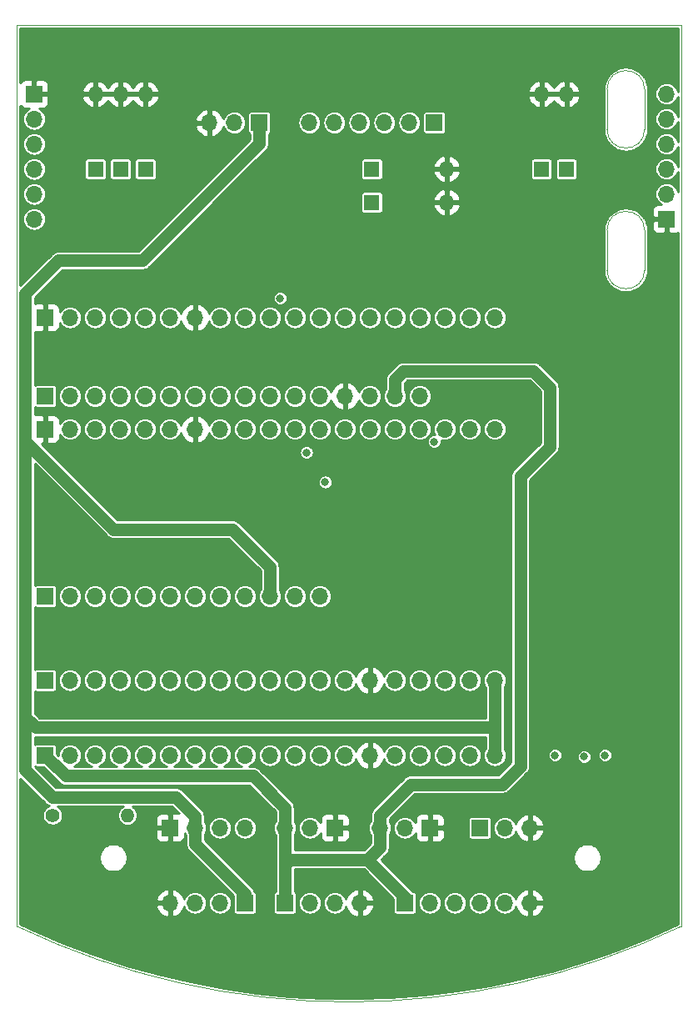
<source format=gbr>
G04 #@! TF.GenerationSoftware,KiCad,Pcbnew,(5.1.2)-2*
G04 #@! TF.CreationDate,2020-07-24T13:05:48-04:00*
G04 #@! TF.ProjectId,shim-PCB,7368696d-2d50-4434-922e-6b696361645f,rev?*
G04 #@! TF.SameCoordinates,Original*
G04 #@! TF.FileFunction,Copper,L4,Bot*
G04 #@! TF.FilePolarity,Positive*
%FSLAX46Y46*%
G04 Gerber Fmt 4.6, Leading zero omitted, Abs format (unit mm)*
G04 Created by KiCad (PCBNEW (5.1.2)-2) date 2020-07-24 13:05:48*
%MOMM*%
%LPD*%
G04 APERTURE LIST*
%ADD10C,0.050000*%
%ADD11R,1.700000X1.700000*%
%ADD12O,1.700000X1.700000*%
%ADD13C,1.400000*%
%ADD14O,1.400000X1.400000*%
%ADD15R,1.600000X1.600000*%
%ADD16O,1.600000X1.600000*%
%ADD17C,0.800000*%
%ADD18C,1.270000*%
%ADD19C,0.250000*%
%ADD20C,0.254000*%
G04 APERTURE END LIST*
D10*
X107878075Y-48006000D02*
X175425701Y-48006000D01*
X107878075Y-135724057D02*
X107878075Y-139534057D01*
X171682092Y-54560466D02*
X171682092Y-58605279D01*
X107878075Y-47997753D02*
X175425701Y-47997753D01*
X171682092Y-68852374D02*
X171682092Y-72897189D01*
X171682092Y-58605279D02*
G75*
G02X167872092Y-58605279I-1905000J0D01*
G01*
X167872092Y-68852374D02*
G75*
G02X171682092Y-68852374I1905000J0D01*
G01*
X175425701Y-47997753D02*
X175425701Y-139534057D01*
X167872092Y-58605279D02*
X167872092Y-54560466D01*
X167872092Y-54560466D02*
G75*
G02X171682092Y-54560466I1905000J0D01*
G01*
X171682092Y-72897189D02*
G75*
G02X167872092Y-72897189I-1905000J0D01*
G01*
X107878075Y-135724057D02*
X107878075Y-47997753D01*
X167872092Y-72897189D02*
X167872092Y-68852374D01*
X175371400Y-139560075D02*
G75*
G02X107878075Y-139534057I-33719511J70447727D01*
G01*
D11*
X154940000Y-129540000D03*
D12*
X157480000Y-129540000D03*
X160020000Y-129540000D03*
D13*
X111506000Y-128270000D03*
D14*
X119126000Y-128270000D03*
D15*
X118414000Y-62654400D03*
D16*
X118414000Y-55034400D03*
D15*
X120954000Y-62654400D03*
D16*
X120954000Y-55034400D03*
D11*
X110744000Y-85700500D03*
D12*
X113284000Y-85700500D03*
X115824000Y-85700500D03*
X118364000Y-85700500D03*
X120904000Y-85700500D03*
X123444000Y-85700500D03*
X125984000Y-85700500D03*
X128524000Y-85700500D03*
X131064000Y-85700500D03*
X133604000Y-85700500D03*
X136144000Y-85700500D03*
X138684000Y-85700500D03*
X141224000Y-85700500D03*
X143764000Y-85700500D03*
X146304000Y-85700500D03*
X148844000Y-85700500D03*
D11*
X131064000Y-137160000D03*
D12*
X128524000Y-137160000D03*
X125984000Y-137160000D03*
X123444000Y-137160000D03*
D11*
X135128000Y-137160000D03*
D12*
X137668000Y-137160000D03*
X140208000Y-137160000D03*
X142748000Y-137160000D03*
D11*
X147320000Y-137160000D03*
D12*
X149860000Y-137160000D03*
X152400000Y-137160000D03*
X154940000Y-137160000D03*
X157480000Y-137160000D03*
X160020000Y-137160000D03*
D11*
X149860000Y-129540000D03*
D12*
X147320000Y-129540000D03*
X144780000Y-129540000D03*
X135128000Y-129540000D03*
X137668000Y-129540000D03*
D11*
X140208000Y-129540000D03*
X123444000Y-129540000D03*
D12*
X125984000Y-129540000D03*
X128524000Y-129540000D03*
X131064000Y-129540000D03*
X156464000Y-122174000D03*
X153924000Y-122174000D03*
X151384000Y-122174000D03*
X148844000Y-122174000D03*
X146304000Y-122174000D03*
X143764000Y-122174000D03*
X141224000Y-122174000D03*
X138684000Y-122174000D03*
X136144000Y-122174000D03*
X133604000Y-122174000D03*
X131064000Y-122174000D03*
X128524000Y-122174000D03*
X125984000Y-122174000D03*
X123444000Y-122174000D03*
X120904000Y-122174000D03*
X118364000Y-122174000D03*
X115824000Y-122174000D03*
X113284000Y-122174000D03*
D11*
X110744000Y-122174000D03*
D12*
X156464000Y-114554000D03*
X153924000Y-114554000D03*
X151384000Y-114554000D03*
X148844000Y-114554000D03*
X146304000Y-114554000D03*
X143764000Y-114554000D03*
X141224000Y-114554000D03*
X138684000Y-114554000D03*
X136144000Y-114554000D03*
X133604000Y-114554000D03*
X131064000Y-114554000D03*
X128524000Y-114554000D03*
X125984000Y-114554000D03*
X123444000Y-114554000D03*
X120904000Y-114554000D03*
X118364000Y-114554000D03*
X115824000Y-114554000D03*
X113284000Y-114554000D03*
D11*
X110744000Y-114554000D03*
X110744000Y-106020000D03*
D12*
X113284000Y-106020000D03*
X115824000Y-106020000D03*
X118364000Y-106020000D03*
X120904000Y-106020000D03*
X123444000Y-106020000D03*
X125984000Y-106020000D03*
X128524000Y-106020000D03*
X131064000Y-106020000D03*
X133604000Y-106020000D03*
X136144000Y-106020000D03*
X138684000Y-106020000D03*
D11*
X110744000Y-89052400D03*
D12*
X113284000Y-89052400D03*
X115824000Y-89052400D03*
X118364000Y-89052400D03*
X120904000Y-89052400D03*
X123444000Y-89052400D03*
X125984000Y-89052400D03*
X128524000Y-89052400D03*
X131064000Y-89052400D03*
X133604000Y-89052400D03*
X136144000Y-89052400D03*
X138684000Y-89052400D03*
X141224000Y-89052400D03*
X143764000Y-89052400D03*
X146304000Y-89052400D03*
X148844000Y-89052400D03*
X151384000Y-89052400D03*
X153924000Y-89052400D03*
X156464000Y-89052400D03*
D11*
X110744000Y-77724000D03*
D12*
X113284000Y-77724000D03*
X115824000Y-77724000D03*
X118364000Y-77724000D03*
X120904000Y-77724000D03*
X123444000Y-77724000D03*
X125984000Y-77724000D03*
X128524000Y-77724000D03*
X131064000Y-77724000D03*
X133604000Y-77724000D03*
X136144000Y-77724000D03*
X138684000Y-77724000D03*
X141224000Y-77724000D03*
X143764000Y-77724000D03*
X146304000Y-77724000D03*
X148844000Y-77724000D03*
X151384000Y-77724000D03*
X153924000Y-77724000D03*
X156464000Y-77724000D03*
D11*
X132525000Y-57944400D03*
D12*
X129985000Y-57944400D03*
X127445000Y-57944400D03*
D11*
X150305000Y-57944400D03*
D12*
X147765000Y-57944400D03*
X145225000Y-57944400D03*
X142685000Y-57944400D03*
X140145000Y-57944400D03*
X137605000Y-57944400D03*
D11*
X173914000Y-67716400D03*
D12*
X173914000Y-65176400D03*
X173914000Y-62636400D03*
X173914000Y-60096400D03*
X173914000Y-57556400D03*
X173914000Y-55016400D03*
X109625000Y-67724400D03*
X109625000Y-65184400D03*
X109625000Y-62644400D03*
X109625000Y-60104400D03*
X109625000Y-57564400D03*
D11*
X109625000Y-55024400D03*
D15*
X143955000Y-66040000D03*
D16*
X151575000Y-66040000D03*
D15*
X143955000Y-62654400D03*
D16*
X151575000Y-62654400D03*
D15*
X163740000Y-62654400D03*
D16*
X163740000Y-55034400D03*
X161200000Y-55034400D03*
D15*
X161200000Y-62654400D03*
D16*
X115874000Y-55034400D03*
D15*
X115874000Y-62654400D03*
D17*
X134638700Y-75771500D03*
X137319300Y-91425600D03*
X139204700Y-94427100D03*
X150290500Y-90340200D03*
X162570000Y-122174000D03*
X167650000Y-122174000D03*
X165544500Y-122301000D03*
D18*
X108738000Y-118291000D02*
X108738000Y-116712000D01*
X125984000Y-129540000D02*
X125984000Y-128338000D01*
X125984000Y-128338000D02*
X124036000Y-126390000D01*
X124036000Y-126390000D02*
X111455000Y-126390000D01*
X111455000Y-126390000D02*
X108738000Y-123673000D01*
X108738000Y-123673000D02*
X108738000Y-118291000D01*
X108738000Y-90249500D02*
X108738000Y-89434100D01*
X108738000Y-116712000D02*
X108738000Y-90249500D01*
X156464000Y-122174000D02*
X156464000Y-119329000D01*
X108738000Y-89434100D02*
X108738000Y-90249500D01*
X108738000Y-118291000D02*
X108738000Y-116712000D01*
X156464000Y-119329000D02*
X109776000Y-119329000D01*
X109776000Y-119329000D02*
X108738000Y-118291000D01*
X108738000Y-90249500D02*
X117701000Y-99212400D01*
X117701000Y-99212400D02*
X129794000Y-99212400D01*
X129794000Y-99212400D02*
X133604000Y-103022000D01*
X133604000Y-103022000D02*
X133604000Y-106020000D01*
X132525000Y-57944400D02*
X132525000Y-60064400D01*
X132525000Y-60064400D02*
X120657000Y-71932800D01*
X120657000Y-71932800D02*
X112116000Y-71932800D01*
X112116000Y-71932800D02*
X108738000Y-75310300D01*
X108738000Y-75310300D02*
X108738000Y-89434100D01*
X156464000Y-119329000D02*
X156464000Y-114554000D01*
X125984000Y-129540000D02*
X125984000Y-131127500D01*
X131064000Y-136207500D02*
X131064000Y-137160000D01*
X125984000Y-131127500D02*
X131064000Y-136207500D01*
X135128000Y-129540000D02*
X135128000Y-127508000D01*
X135128000Y-127508000D02*
X131877000Y-124257000D01*
X131877000Y-124257000D02*
X112827000Y-124257000D01*
X112827000Y-124257000D02*
X110744000Y-122174000D01*
X144780000Y-129540000D02*
X144780000Y-128270000D01*
X144780000Y-128270000D02*
X147930000Y-125120000D01*
X147930000Y-125120000D02*
X157226000Y-125120000D01*
X157226000Y-125120000D02*
X159055000Y-123292000D01*
X159055000Y-123292000D02*
X159055000Y-93827600D01*
X159055000Y-93827600D02*
X162052000Y-90830400D01*
X162052000Y-90830400D02*
X162052000Y-84836000D01*
X162052000Y-84836000D02*
X160376000Y-83159600D01*
X160376000Y-83159600D02*
X147168000Y-83159600D01*
X147168000Y-83159600D02*
X146304000Y-84023200D01*
X146304000Y-84023200D02*
X146304000Y-85700500D01*
X147320000Y-137160000D02*
X147320000Y-136550000D01*
X147320000Y-136550000D02*
X143535000Y-132766000D01*
X143535000Y-132766000D02*
X144780000Y-131521000D01*
X144780000Y-131521000D02*
X144780000Y-129540000D01*
X135128000Y-133223000D02*
X135585000Y-132766000D01*
X135128000Y-137160000D02*
X135128000Y-133223000D01*
X135585000Y-132766000D02*
X143535000Y-132766000D01*
X135128000Y-129540000D02*
X135128000Y-137160000D01*
D19*
X165417500Y-122174000D02*
X165544500Y-122301000D01*
D20*
G36*
X175070501Y-54763210D02*
G01*
X175009638Y-54562572D01*
X174900048Y-54357544D01*
X174752565Y-54177835D01*
X174572856Y-54030352D01*
X174367828Y-53920762D01*
X174145360Y-53853277D01*
X173971975Y-53836200D01*
X173856025Y-53836200D01*
X173682640Y-53853277D01*
X173460172Y-53920762D01*
X173255144Y-54030352D01*
X173075435Y-54177835D01*
X172927952Y-54357544D01*
X172818362Y-54562572D01*
X172750877Y-54785040D01*
X172728090Y-55016400D01*
X172750877Y-55247760D01*
X172818362Y-55470228D01*
X172927952Y-55675256D01*
X173075435Y-55854965D01*
X173255144Y-56002448D01*
X173460172Y-56112038D01*
X173682640Y-56179523D01*
X173856025Y-56196600D01*
X173971975Y-56196600D01*
X174145360Y-56179523D01*
X174367828Y-56112038D01*
X174572856Y-56002448D01*
X174752565Y-55854965D01*
X174900048Y-55675256D01*
X175009638Y-55470228D01*
X175070501Y-55269590D01*
X175070501Y-57303211D01*
X175009638Y-57102572D01*
X174900048Y-56897544D01*
X174752565Y-56717835D01*
X174572856Y-56570352D01*
X174367828Y-56460762D01*
X174145360Y-56393277D01*
X173971975Y-56376200D01*
X173856025Y-56376200D01*
X173682640Y-56393277D01*
X173460172Y-56460762D01*
X173255144Y-56570352D01*
X173075435Y-56717835D01*
X172927952Y-56897544D01*
X172818362Y-57102572D01*
X172750877Y-57325040D01*
X172728090Y-57556400D01*
X172750877Y-57787760D01*
X172818362Y-58010228D01*
X172927952Y-58215256D01*
X173075435Y-58394965D01*
X173255144Y-58542448D01*
X173460172Y-58652038D01*
X173682640Y-58719523D01*
X173856025Y-58736600D01*
X173971975Y-58736600D01*
X174145360Y-58719523D01*
X174367828Y-58652038D01*
X174572856Y-58542448D01*
X174752565Y-58394965D01*
X174900048Y-58215256D01*
X175009638Y-58010228D01*
X175070501Y-57809589D01*
X175070501Y-59843211D01*
X175009638Y-59642572D01*
X174900048Y-59437544D01*
X174752565Y-59257835D01*
X174572856Y-59110352D01*
X174367828Y-59000762D01*
X174145360Y-58933277D01*
X173971975Y-58916200D01*
X173856025Y-58916200D01*
X173682640Y-58933277D01*
X173460172Y-59000762D01*
X173255144Y-59110352D01*
X173075435Y-59257835D01*
X172927952Y-59437544D01*
X172818362Y-59642572D01*
X172750877Y-59865040D01*
X172728090Y-60096400D01*
X172750877Y-60327760D01*
X172818362Y-60550228D01*
X172927952Y-60755256D01*
X173075435Y-60934965D01*
X173255144Y-61082448D01*
X173460172Y-61192038D01*
X173682640Y-61259523D01*
X173856025Y-61276600D01*
X173971975Y-61276600D01*
X174145360Y-61259523D01*
X174367828Y-61192038D01*
X174572856Y-61082448D01*
X174752565Y-60934965D01*
X174900048Y-60755256D01*
X175009638Y-60550228D01*
X175070501Y-60349589D01*
X175070501Y-62383211D01*
X175009638Y-62182572D01*
X174900048Y-61977544D01*
X174752565Y-61797835D01*
X174572856Y-61650352D01*
X174367828Y-61540762D01*
X174145360Y-61473277D01*
X173971975Y-61456200D01*
X173856025Y-61456200D01*
X173682640Y-61473277D01*
X173460172Y-61540762D01*
X173255144Y-61650352D01*
X173075435Y-61797835D01*
X172927952Y-61977544D01*
X172818362Y-62182572D01*
X172750877Y-62405040D01*
X172728090Y-62636400D01*
X172750877Y-62867760D01*
X172818362Y-63090228D01*
X172927952Y-63295256D01*
X173075435Y-63474965D01*
X173255144Y-63622448D01*
X173460172Y-63732038D01*
X173682640Y-63799523D01*
X173856025Y-63816600D01*
X173971975Y-63816600D01*
X174145360Y-63799523D01*
X174367828Y-63732038D01*
X174572856Y-63622448D01*
X174752565Y-63474965D01*
X174900048Y-63295256D01*
X175009638Y-63090228D01*
X175070501Y-62889589D01*
X175070501Y-64923211D01*
X175009638Y-64722572D01*
X174900048Y-64517544D01*
X174752565Y-64337835D01*
X174572856Y-64190352D01*
X174367828Y-64080762D01*
X174145360Y-64013277D01*
X173971975Y-63996200D01*
X173856025Y-63996200D01*
X173682640Y-64013277D01*
X173460172Y-64080762D01*
X173255144Y-64190352D01*
X173075435Y-64337835D01*
X172927952Y-64517544D01*
X172818362Y-64722572D01*
X172750877Y-64945040D01*
X172728090Y-65176400D01*
X172750877Y-65407760D01*
X172818362Y-65630228D01*
X172927952Y-65835256D01*
X173075435Y-66014965D01*
X173255144Y-66162448D01*
X173381632Y-66230057D01*
X173064000Y-66228328D01*
X172939518Y-66240588D01*
X172819820Y-66276898D01*
X172709506Y-66335863D01*
X172612815Y-66415215D01*
X172533463Y-66511906D01*
X172474498Y-66622220D01*
X172438188Y-66741918D01*
X172425928Y-66866400D01*
X172429000Y-67430650D01*
X172587750Y-67589400D01*
X173787000Y-67589400D01*
X173787000Y-67569400D01*
X174041000Y-67569400D01*
X174041000Y-67589400D01*
X174061000Y-67589400D01*
X174061000Y-67843400D01*
X174041000Y-67843400D01*
X174041000Y-69042650D01*
X174199750Y-69201400D01*
X174764000Y-69204472D01*
X174888482Y-69192212D01*
X175008180Y-69155902D01*
X175070501Y-69122590D01*
X175070502Y-139306298D01*
X172127154Y-140636997D01*
X168978291Y-141898232D01*
X165777399Y-143020919D01*
X162530577Y-144002918D01*
X159244024Y-144842355D01*
X155924004Y-145537632D01*
X152576803Y-146087431D01*
X149208782Y-146490707D01*
X145826398Y-146746687D01*
X142436080Y-146854886D01*
X139044231Y-146815097D01*
X135657370Y-146627398D01*
X132281915Y-146292143D01*
X128924304Y-145809974D01*
X125590922Y-145181806D01*
X122288086Y-144408831D01*
X119022134Y-143492529D01*
X115799260Y-142434642D01*
X112625591Y-141237179D01*
X109505334Y-139901634D01*
X108233275Y-139307866D01*
X108233275Y-137516891D01*
X122002519Y-137516891D01*
X122099843Y-137791252D01*
X122248822Y-138041355D01*
X122443731Y-138257588D01*
X122677080Y-138431641D01*
X122939901Y-138556825D01*
X123087110Y-138601476D01*
X123317000Y-138480155D01*
X123317000Y-137287000D01*
X122123186Y-137287000D01*
X122002519Y-137516891D01*
X108233275Y-137516891D01*
X108233275Y-136803109D01*
X122002519Y-136803109D01*
X122123186Y-137033000D01*
X123317000Y-137033000D01*
X123317000Y-135839845D01*
X123571000Y-135839845D01*
X123571000Y-137033000D01*
X123591000Y-137033000D01*
X123591000Y-137287000D01*
X123571000Y-137287000D01*
X123571000Y-138480155D01*
X123800890Y-138601476D01*
X123948099Y-138556825D01*
X124210920Y-138431641D01*
X124444269Y-138257588D01*
X124639178Y-138041355D01*
X124788157Y-137791252D01*
X124871183Y-137557197D01*
X124888362Y-137613828D01*
X124997952Y-137818856D01*
X125145435Y-137998565D01*
X125325144Y-138146048D01*
X125530172Y-138255638D01*
X125752640Y-138323123D01*
X125926025Y-138340200D01*
X126041975Y-138340200D01*
X126215360Y-138323123D01*
X126437828Y-138255638D01*
X126642856Y-138146048D01*
X126822565Y-137998565D01*
X126970048Y-137818856D01*
X127079638Y-137613828D01*
X127147123Y-137391360D01*
X127169910Y-137160000D01*
X127338090Y-137160000D01*
X127360877Y-137391360D01*
X127428362Y-137613828D01*
X127537952Y-137818856D01*
X127685435Y-137998565D01*
X127865144Y-138146048D01*
X128070172Y-138255638D01*
X128292640Y-138323123D01*
X128466025Y-138340200D01*
X128581975Y-138340200D01*
X128755360Y-138323123D01*
X128977828Y-138255638D01*
X129182856Y-138146048D01*
X129362565Y-137998565D01*
X129510048Y-137818856D01*
X129619638Y-137613828D01*
X129687123Y-137391360D01*
X129709910Y-137160000D01*
X129687123Y-136928640D01*
X129619638Y-136706172D01*
X129510048Y-136501144D01*
X129362565Y-136321435D01*
X129182856Y-136173952D01*
X128977828Y-136064362D01*
X128755360Y-135996877D01*
X128581975Y-135979800D01*
X128466025Y-135979800D01*
X128292640Y-135996877D01*
X128070172Y-136064362D01*
X127865144Y-136173952D01*
X127685435Y-136321435D01*
X127537952Y-136501144D01*
X127428362Y-136706172D01*
X127360877Y-136928640D01*
X127338090Y-137160000D01*
X127169910Y-137160000D01*
X127147123Y-136928640D01*
X127079638Y-136706172D01*
X126970048Y-136501144D01*
X126822565Y-136321435D01*
X126642856Y-136173952D01*
X126437828Y-136064362D01*
X126215360Y-135996877D01*
X126041975Y-135979800D01*
X125926025Y-135979800D01*
X125752640Y-135996877D01*
X125530172Y-136064362D01*
X125325144Y-136173952D01*
X125145435Y-136321435D01*
X124997952Y-136501144D01*
X124888362Y-136706172D01*
X124871183Y-136762803D01*
X124788157Y-136528748D01*
X124639178Y-136278645D01*
X124444269Y-136062412D01*
X124210920Y-135888359D01*
X123948099Y-135763175D01*
X123800890Y-135718524D01*
X123571000Y-135839845D01*
X123317000Y-135839845D01*
X123087110Y-135718524D01*
X122939901Y-135763175D01*
X122677080Y-135888359D01*
X122443731Y-136062412D01*
X122248822Y-136278645D01*
X122099843Y-136528748D01*
X122002519Y-136803109D01*
X108233275Y-136803109D01*
X108233275Y-132432138D01*
X116261800Y-132432138D01*
X116261800Y-132713862D01*
X116316762Y-132990174D01*
X116424573Y-133250454D01*
X116581091Y-133484699D01*
X116780301Y-133683909D01*
X117014546Y-133840427D01*
X117274826Y-133948238D01*
X117551138Y-134003200D01*
X117832862Y-134003200D01*
X118109174Y-133948238D01*
X118369454Y-133840427D01*
X118603699Y-133683909D01*
X118802909Y-133484699D01*
X118959427Y-133250454D01*
X119067238Y-132990174D01*
X119122200Y-132713862D01*
X119122200Y-132432138D01*
X119067238Y-132155826D01*
X118959427Y-131895546D01*
X118802909Y-131661301D01*
X118603699Y-131462091D01*
X118369454Y-131305573D01*
X118109174Y-131197762D01*
X117832862Y-131142800D01*
X117551138Y-131142800D01*
X117274826Y-131197762D01*
X117014546Y-131305573D01*
X116780301Y-131462091D01*
X116581091Y-131661301D01*
X116424573Y-131895546D01*
X116316762Y-132155826D01*
X116261800Y-132432138D01*
X108233275Y-132432138D01*
X108233275Y-130390000D01*
X121955928Y-130390000D01*
X121968188Y-130514482D01*
X122004498Y-130634180D01*
X122063463Y-130744494D01*
X122142815Y-130841185D01*
X122239506Y-130920537D01*
X122349820Y-130979502D01*
X122469518Y-131015812D01*
X122594000Y-131028072D01*
X123158250Y-131025000D01*
X123317000Y-130866250D01*
X123317000Y-129667000D01*
X122117750Y-129667000D01*
X121959000Y-129825750D01*
X121955928Y-130390000D01*
X108233275Y-130390000D01*
X108233275Y-124533272D01*
X110738971Y-127038970D01*
X110769198Y-127075802D01*
X110916169Y-127196417D01*
X111083847Y-127286043D01*
X111144801Y-127304533D01*
X111018017Y-127357048D01*
X110849286Y-127469791D01*
X110705791Y-127613286D01*
X110593048Y-127782017D01*
X110515390Y-127969502D01*
X110475800Y-128168534D01*
X110475800Y-128371466D01*
X110515390Y-128570498D01*
X110593048Y-128757983D01*
X110705791Y-128926714D01*
X110849286Y-129070209D01*
X111018017Y-129182952D01*
X111205502Y-129260610D01*
X111404534Y-129300200D01*
X111607466Y-129300200D01*
X111806498Y-129260610D01*
X111993983Y-129182952D01*
X112162714Y-129070209D01*
X112306209Y-128926714D01*
X112418952Y-128757983D01*
X112496610Y-128570498D01*
X112536200Y-128371466D01*
X112536200Y-128168534D01*
X112496610Y-127969502D01*
X112418952Y-127782017D01*
X112306209Y-127613286D01*
X112162714Y-127469791D01*
X111993983Y-127357048D01*
X111989521Y-127355200D01*
X118652052Y-127355200D01*
X118550883Y-127409276D01*
X118394014Y-127538014D01*
X118265276Y-127694883D01*
X118169615Y-127873852D01*
X118110707Y-128068046D01*
X118090816Y-128270000D01*
X118110707Y-128471954D01*
X118169615Y-128666148D01*
X118265276Y-128845117D01*
X118394014Y-129001986D01*
X118550883Y-129130724D01*
X118729852Y-129226385D01*
X118924046Y-129285293D01*
X119075397Y-129300200D01*
X119176603Y-129300200D01*
X119327954Y-129285293D01*
X119522148Y-129226385D01*
X119701117Y-129130724D01*
X119857986Y-129001986D01*
X119986724Y-128845117D01*
X120069635Y-128690000D01*
X121955928Y-128690000D01*
X121959000Y-129254250D01*
X122117750Y-129413000D01*
X123317000Y-129413000D01*
X123317000Y-128213750D01*
X123158250Y-128055000D01*
X122594000Y-128051928D01*
X122469518Y-128064188D01*
X122349820Y-128100498D01*
X122239506Y-128159463D01*
X122142815Y-128238815D01*
X122063463Y-128335506D01*
X122004498Y-128445820D01*
X121968188Y-128565518D01*
X121955928Y-128690000D01*
X120069635Y-128690000D01*
X120082385Y-128666148D01*
X120141293Y-128471954D01*
X120161184Y-128270000D01*
X120141293Y-128068046D01*
X120082385Y-127873852D01*
X119986724Y-127694883D01*
X119857986Y-127538014D01*
X119701117Y-127409276D01*
X119599948Y-127355200D01*
X123636203Y-127355200D01*
X124337183Y-128056181D01*
X124294000Y-128051928D01*
X123729750Y-128055000D01*
X123571000Y-128213750D01*
X123571000Y-129413000D01*
X123591000Y-129413000D01*
X123591000Y-129667000D01*
X123571000Y-129667000D01*
X123571000Y-130866250D01*
X123729750Y-131025000D01*
X124294000Y-131028072D01*
X124418482Y-131015812D01*
X124538180Y-130979502D01*
X124648494Y-130920537D01*
X124745185Y-130841185D01*
X124824537Y-130744494D01*
X124883502Y-130634180D01*
X124919812Y-130514482D01*
X124932072Y-130390000D01*
X124930343Y-130072368D01*
X124997952Y-130198856D01*
X125018800Y-130224260D01*
X125018801Y-131080079D01*
X125014130Y-131127500D01*
X125032767Y-131316711D01*
X125087958Y-131498653D01*
X125125247Y-131568415D01*
X125177584Y-131666331D01*
X125298199Y-131813302D01*
X125335036Y-131843533D01*
X129882203Y-136390702D01*
X129882203Y-138010000D01*
X129888578Y-138074730D01*
X129907460Y-138136973D01*
X129938121Y-138194337D01*
X129979384Y-138244616D01*
X130029663Y-138285879D01*
X130087027Y-138316540D01*
X130149270Y-138335422D01*
X130214000Y-138341797D01*
X131914000Y-138341797D01*
X131978730Y-138335422D01*
X132040973Y-138316540D01*
X132098337Y-138285879D01*
X132148616Y-138244616D01*
X132189879Y-138194337D01*
X132220540Y-138136973D01*
X132239422Y-138074730D01*
X132245797Y-138010000D01*
X132245797Y-136310000D01*
X132239422Y-136245270D01*
X132220540Y-136183027D01*
X132189879Y-136125663D01*
X132148616Y-136075384D01*
X132098337Y-136034121D01*
X132040973Y-136003460D01*
X132007671Y-135993358D01*
X132002538Y-135976435D01*
X131960043Y-135836347D01*
X131870417Y-135668669D01*
X131749802Y-135521698D01*
X131712970Y-135491471D01*
X126949200Y-130727703D01*
X126949200Y-130224259D01*
X126970048Y-130198856D01*
X127079638Y-129993828D01*
X127147123Y-129771360D01*
X127169910Y-129540000D01*
X127338090Y-129540000D01*
X127360877Y-129771360D01*
X127428362Y-129993828D01*
X127537952Y-130198856D01*
X127685435Y-130378565D01*
X127865144Y-130526048D01*
X128070172Y-130635638D01*
X128292640Y-130703123D01*
X128466025Y-130720200D01*
X128581975Y-130720200D01*
X128755360Y-130703123D01*
X128977828Y-130635638D01*
X129182856Y-130526048D01*
X129362565Y-130378565D01*
X129510048Y-130198856D01*
X129619638Y-129993828D01*
X129687123Y-129771360D01*
X129709910Y-129540000D01*
X129878090Y-129540000D01*
X129900877Y-129771360D01*
X129968362Y-129993828D01*
X130077952Y-130198856D01*
X130225435Y-130378565D01*
X130405144Y-130526048D01*
X130610172Y-130635638D01*
X130832640Y-130703123D01*
X131006025Y-130720200D01*
X131121975Y-130720200D01*
X131295360Y-130703123D01*
X131517828Y-130635638D01*
X131722856Y-130526048D01*
X131902565Y-130378565D01*
X132050048Y-130198856D01*
X132159638Y-129993828D01*
X132227123Y-129771360D01*
X132249910Y-129540000D01*
X132227123Y-129308640D01*
X132159638Y-129086172D01*
X132050048Y-128881144D01*
X131902565Y-128701435D01*
X131722856Y-128553952D01*
X131517828Y-128444362D01*
X131295360Y-128376877D01*
X131121975Y-128359800D01*
X131006025Y-128359800D01*
X130832640Y-128376877D01*
X130610172Y-128444362D01*
X130405144Y-128553952D01*
X130225435Y-128701435D01*
X130077952Y-128881144D01*
X129968362Y-129086172D01*
X129900877Y-129308640D01*
X129878090Y-129540000D01*
X129709910Y-129540000D01*
X129687123Y-129308640D01*
X129619638Y-129086172D01*
X129510048Y-128881144D01*
X129362565Y-128701435D01*
X129182856Y-128553952D01*
X128977828Y-128444362D01*
X128755360Y-128376877D01*
X128581975Y-128359800D01*
X128466025Y-128359800D01*
X128292640Y-128376877D01*
X128070172Y-128444362D01*
X127865144Y-128553952D01*
X127685435Y-128701435D01*
X127537952Y-128881144D01*
X127428362Y-129086172D01*
X127360877Y-129308640D01*
X127338090Y-129540000D01*
X127169910Y-129540000D01*
X127147123Y-129308640D01*
X127079638Y-129086172D01*
X126970048Y-128881144D01*
X126949200Y-128855741D01*
X126949200Y-128385411D01*
X126953870Y-128337999D01*
X126949200Y-128290585D01*
X126935234Y-128148788D01*
X126880043Y-127966847D01*
X126790417Y-127799169D01*
X126669802Y-127652198D01*
X126632970Y-127621971D01*
X124752038Y-125741041D01*
X124721802Y-125704198D01*
X124574831Y-125583583D01*
X124407153Y-125493957D01*
X124225212Y-125438766D01*
X124083415Y-125424800D01*
X124083412Y-125424800D01*
X124036000Y-125420130D01*
X123988588Y-125424800D01*
X111854799Y-125424800D01*
X109753086Y-123323088D01*
X109767027Y-123330540D01*
X109829270Y-123349422D01*
X109894000Y-123355797D01*
X110560800Y-123355797D01*
X112110971Y-124905970D01*
X112141198Y-124942802D01*
X112288169Y-125063417D01*
X112455847Y-125153043D01*
X112637788Y-125208234D01*
X112827000Y-125226870D01*
X112874414Y-125222200D01*
X131477203Y-125222200D01*
X134162801Y-127907800D01*
X134162800Y-128855740D01*
X134141952Y-128881144D01*
X134032362Y-129086172D01*
X133964877Y-129308640D01*
X133942090Y-129540000D01*
X133964877Y-129771360D01*
X134032362Y-129993828D01*
X134141952Y-130198856D01*
X134162800Y-130224260D01*
X134162800Y-133175583D01*
X134158130Y-133223000D01*
X134162800Y-133270417D01*
X134162801Y-133412211D01*
X134162800Y-135999888D01*
X134151027Y-136003460D01*
X134093663Y-136034121D01*
X134043384Y-136075384D01*
X134002121Y-136125663D01*
X133971460Y-136183027D01*
X133952578Y-136245270D01*
X133946203Y-136310000D01*
X133946203Y-138010000D01*
X133952578Y-138074730D01*
X133971460Y-138136973D01*
X134002121Y-138194337D01*
X134043384Y-138244616D01*
X134093663Y-138285879D01*
X134151027Y-138316540D01*
X134213270Y-138335422D01*
X134278000Y-138341797D01*
X135978000Y-138341797D01*
X136042730Y-138335422D01*
X136104973Y-138316540D01*
X136162337Y-138285879D01*
X136212616Y-138244616D01*
X136253879Y-138194337D01*
X136284540Y-138136973D01*
X136303422Y-138074730D01*
X136309797Y-138010000D01*
X136309797Y-137160000D01*
X136482090Y-137160000D01*
X136504877Y-137391360D01*
X136572362Y-137613828D01*
X136681952Y-137818856D01*
X136829435Y-137998565D01*
X137009144Y-138146048D01*
X137214172Y-138255638D01*
X137436640Y-138323123D01*
X137610025Y-138340200D01*
X137725975Y-138340200D01*
X137899360Y-138323123D01*
X138121828Y-138255638D01*
X138326856Y-138146048D01*
X138506565Y-137998565D01*
X138654048Y-137818856D01*
X138763638Y-137613828D01*
X138831123Y-137391360D01*
X138853910Y-137160000D01*
X139022090Y-137160000D01*
X139044877Y-137391360D01*
X139112362Y-137613828D01*
X139221952Y-137818856D01*
X139369435Y-137998565D01*
X139549144Y-138146048D01*
X139754172Y-138255638D01*
X139976640Y-138323123D01*
X140150025Y-138340200D01*
X140265975Y-138340200D01*
X140439360Y-138323123D01*
X140661828Y-138255638D01*
X140866856Y-138146048D01*
X141046565Y-137998565D01*
X141194048Y-137818856D01*
X141303638Y-137613828D01*
X141320817Y-137557197D01*
X141403843Y-137791252D01*
X141552822Y-138041355D01*
X141747731Y-138257588D01*
X141981080Y-138431641D01*
X142243901Y-138556825D01*
X142391110Y-138601476D01*
X142621000Y-138480155D01*
X142621000Y-137287000D01*
X142875000Y-137287000D01*
X142875000Y-138480155D01*
X143104890Y-138601476D01*
X143252099Y-138556825D01*
X143514920Y-138431641D01*
X143748269Y-138257588D01*
X143943178Y-138041355D01*
X144092157Y-137791252D01*
X144189481Y-137516891D01*
X144068814Y-137287000D01*
X142875000Y-137287000D01*
X142621000Y-137287000D01*
X142601000Y-137287000D01*
X142601000Y-137033000D01*
X142621000Y-137033000D01*
X142621000Y-135839845D01*
X142875000Y-135839845D01*
X142875000Y-137033000D01*
X144068814Y-137033000D01*
X144189481Y-136803109D01*
X144092157Y-136528748D01*
X143943178Y-136278645D01*
X143748269Y-136062412D01*
X143514920Y-135888359D01*
X143252099Y-135763175D01*
X143104890Y-135718524D01*
X142875000Y-135839845D01*
X142621000Y-135839845D01*
X142391110Y-135718524D01*
X142243901Y-135763175D01*
X141981080Y-135888359D01*
X141747731Y-136062412D01*
X141552822Y-136278645D01*
X141403843Y-136528748D01*
X141320817Y-136762803D01*
X141303638Y-136706172D01*
X141194048Y-136501144D01*
X141046565Y-136321435D01*
X140866856Y-136173952D01*
X140661828Y-136064362D01*
X140439360Y-135996877D01*
X140265975Y-135979800D01*
X140150025Y-135979800D01*
X139976640Y-135996877D01*
X139754172Y-136064362D01*
X139549144Y-136173952D01*
X139369435Y-136321435D01*
X139221952Y-136501144D01*
X139112362Y-136706172D01*
X139044877Y-136928640D01*
X139022090Y-137160000D01*
X138853910Y-137160000D01*
X138831123Y-136928640D01*
X138763638Y-136706172D01*
X138654048Y-136501144D01*
X138506565Y-136321435D01*
X138326856Y-136173952D01*
X138121828Y-136064362D01*
X137899360Y-135996877D01*
X137725975Y-135979800D01*
X137610025Y-135979800D01*
X137436640Y-135996877D01*
X137214172Y-136064362D01*
X137009144Y-136173952D01*
X136829435Y-136321435D01*
X136681952Y-136501144D01*
X136572362Y-136706172D01*
X136504877Y-136928640D01*
X136482090Y-137160000D01*
X136309797Y-137160000D01*
X136309797Y-136310000D01*
X136303422Y-136245270D01*
X136284540Y-136183027D01*
X136253879Y-136125663D01*
X136212616Y-136075384D01*
X136162337Y-136034121D01*
X136104973Y-136003460D01*
X136093200Y-135999889D01*
X136093200Y-133731200D01*
X143135276Y-133731200D01*
X146138203Y-136733334D01*
X146138203Y-138010000D01*
X146144578Y-138074730D01*
X146163460Y-138136973D01*
X146194121Y-138194337D01*
X146235384Y-138244616D01*
X146285663Y-138285879D01*
X146343027Y-138316540D01*
X146405270Y-138335422D01*
X146470000Y-138341797D01*
X148170000Y-138341797D01*
X148234730Y-138335422D01*
X148296973Y-138316540D01*
X148354337Y-138285879D01*
X148404616Y-138244616D01*
X148445879Y-138194337D01*
X148476540Y-138136973D01*
X148495422Y-138074730D01*
X148501797Y-138010000D01*
X148501797Y-137160000D01*
X148674090Y-137160000D01*
X148696877Y-137391360D01*
X148764362Y-137613828D01*
X148873952Y-137818856D01*
X149021435Y-137998565D01*
X149201144Y-138146048D01*
X149406172Y-138255638D01*
X149628640Y-138323123D01*
X149802025Y-138340200D01*
X149917975Y-138340200D01*
X150091360Y-138323123D01*
X150313828Y-138255638D01*
X150518856Y-138146048D01*
X150698565Y-137998565D01*
X150846048Y-137818856D01*
X150955638Y-137613828D01*
X151023123Y-137391360D01*
X151045910Y-137160000D01*
X151214090Y-137160000D01*
X151236877Y-137391360D01*
X151304362Y-137613828D01*
X151413952Y-137818856D01*
X151561435Y-137998565D01*
X151741144Y-138146048D01*
X151946172Y-138255638D01*
X152168640Y-138323123D01*
X152342025Y-138340200D01*
X152457975Y-138340200D01*
X152631360Y-138323123D01*
X152853828Y-138255638D01*
X153058856Y-138146048D01*
X153238565Y-137998565D01*
X153386048Y-137818856D01*
X153495638Y-137613828D01*
X153563123Y-137391360D01*
X153585910Y-137160000D01*
X153754090Y-137160000D01*
X153776877Y-137391360D01*
X153844362Y-137613828D01*
X153953952Y-137818856D01*
X154101435Y-137998565D01*
X154281144Y-138146048D01*
X154486172Y-138255638D01*
X154708640Y-138323123D01*
X154882025Y-138340200D01*
X154997975Y-138340200D01*
X155171360Y-138323123D01*
X155393828Y-138255638D01*
X155598856Y-138146048D01*
X155778565Y-137998565D01*
X155926048Y-137818856D01*
X156035638Y-137613828D01*
X156103123Y-137391360D01*
X156125910Y-137160000D01*
X156294090Y-137160000D01*
X156316877Y-137391360D01*
X156384362Y-137613828D01*
X156493952Y-137818856D01*
X156641435Y-137998565D01*
X156821144Y-138146048D01*
X157026172Y-138255638D01*
X157248640Y-138323123D01*
X157422025Y-138340200D01*
X157537975Y-138340200D01*
X157711360Y-138323123D01*
X157933828Y-138255638D01*
X158138856Y-138146048D01*
X158318565Y-137998565D01*
X158466048Y-137818856D01*
X158575638Y-137613828D01*
X158592817Y-137557197D01*
X158675843Y-137791252D01*
X158824822Y-138041355D01*
X159019731Y-138257588D01*
X159253080Y-138431641D01*
X159515901Y-138556825D01*
X159663110Y-138601476D01*
X159893000Y-138480155D01*
X159893000Y-137287000D01*
X160147000Y-137287000D01*
X160147000Y-138480155D01*
X160376890Y-138601476D01*
X160524099Y-138556825D01*
X160786920Y-138431641D01*
X161020269Y-138257588D01*
X161215178Y-138041355D01*
X161364157Y-137791252D01*
X161461481Y-137516891D01*
X161340814Y-137287000D01*
X160147000Y-137287000D01*
X159893000Y-137287000D01*
X159873000Y-137287000D01*
X159873000Y-137033000D01*
X159893000Y-137033000D01*
X159893000Y-135839845D01*
X160147000Y-135839845D01*
X160147000Y-137033000D01*
X161340814Y-137033000D01*
X161461481Y-136803109D01*
X161364157Y-136528748D01*
X161215178Y-136278645D01*
X161020269Y-136062412D01*
X160786920Y-135888359D01*
X160524099Y-135763175D01*
X160376890Y-135718524D01*
X160147000Y-135839845D01*
X159893000Y-135839845D01*
X159663110Y-135718524D01*
X159515901Y-135763175D01*
X159253080Y-135888359D01*
X159019731Y-136062412D01*
X158824822Y-136278645D01*
X158675843Y-136528748D01*
X158592817Y-136762803D01*
X158575638Y-136706172D01*
X158466048Y-136501144D01*
X158318565Y-136321435D01*
X158138856Y-136173952D01*
X157933828Y-136064362D01*
X157711360Y-135996877D01*
X157537975Y-135979800D01*
X157422025Y-135979800D01*
X157248640Y-135996877D01*
X157026172Y-136064362D01*
X156821144Y-136173952D01*
X156641435Y-136321435D01*
X156493952Y-136501144D01*
X156384362Y-136706172D01*
X156316877Y-136928640D01*
X156294090Y-137160000D01*
X156125910Y-137160000D01*
X156103123Y-136928640D01*
X156035638Y-136706172D01*
X155926048Y-136501144D01*
X155778565Y-136321435D01*
X155598856Y-136173952D01*
X155393828Y-136064362D01*
X155171360Y-135996877D01*
X154997975Y-135979800D01*
X154882025Y-135979800D01*
X154708640Y-135996877D01*
X154486172Y-136064362D01*
X154281144Y-136173952D01*
X154101435Y-136321435D01*
X153953952Y-136501144D01*
X153844362Y-136706172D01*
X153776877Y-136928640D01*
X153754090Y-137160000D01*
X153585910Y-137160000D01*
X153563123Y-136928640D01*
X153495638Y-136706172D01*
X153386048Y-136501144D01*
X153238565Y-136321435D01*
X153058856Y-136173952D01*
X152853828Y-136064362D01*
X152631360Y-135996877D01*
X152457975Y-135979800D01*
X152342025Y-135979800D01*
X152168640Y-135996877D01*
X151946172Y-136064362D01*
X151741144Y-136173952D01*
X151561435Y-136321435D01*
X151413952Y-136501144D01*
X151304362Y-136706172D01*
X151236877Y-136928640D01*
X151214090Y-137160000D01*
X151045910Y-137160000D01*
X151023123Y-136928640D01*
X150955638Y-136706172D01*
X150846048Y-136501144D01*
X150698565Y-136321435D01*
X150518856Y-136173952D01*
X150313828Y-136064362D01*
X150091360Y-135996877D01*
X149917975Y-135979800D01*
X149802025Y-135979800D01*
X149628640Y-135996877D01*
X149406172Y-136064362D01*
X149201144Y-136173952D01*
X149021435Y-136321435D01*
X148873952Y-136501144D01*
X148764362Y-136706172D01*
X148696877Y-136928640D01*
X148674090Y-137160000D01*
X148501797Y-137160000D01*
X148501797Y-136310000D01*
X148495422Y-136245270D01*
X148476540Y-136183027D01*
X148445879Y-136125663D01*
X148404616Y-136075384D01*
X148354337Y-136034121D01*
X148296973Y-136003460D01*
X148234730Y-135984578D01*
X148170000Y-135978203D01*
X148099371Y-135978203D01*
X148069624Y-135941965D01*
X148005802Y-135864198D01*
X147968916Y-135833927D01*
X144900088Y-132765910D01*
X145233860Y-132432138D01*
X164424800Y-132432138D01*
X164424800Y-132713862D01*
X164479762Y-132990174D01*
X164587573Y-133250454D01*
X164744091Y-133484699D01*
X164943301Y-133683909D01*
X165177546Y-133840427D01*
X165437826Y-133948238D01*
X165714138Y-134003200D01*
X165995862Y-134003200D01*
X166272174Y-133948238D01*
X166532454Y-133840427D01*
X166766699Y-133683909D01*
X166965909Y-133484699D01*
X167122427Y-133250454D01*
X167230238Y-132990174D01*
X167285200Y-132713862D01*
X167285200Y-132432138D01*
X167230238Y-132155826D01*
X167122427Y-131895546D01*
X166965909Y-131661301D01*
X166766699Y-131462091D01*
X166532454Y-131305573D01*
X166272174Y-131197762D01*
X165995862Y-131142800D01*
X165714138Y-131142800D01*
X165437826Y-131197762D01*
X165177546Y-131305573D01*
X164943301Y-131462091D01*
X164744091Y-131661301D01*
X164587573Y-131895546D01*
X164479762Y-132155826D01*
X164424800Y-132432138D01*
X145233860Y-132432138D01*
X145428969Y-132237029D01*
X145465802Y-132206802D01*
X145586417Y-132059831D01*
X145676043Y-131892153D01*
X145731234Y-131710212D01*
X145745200Y-131568415D01*
X145745200Y-131568414D01*
X145749870Y-131521000D01*
X145745200Y-131473586D01*
X145745200Y-130224259D01*
X145766048Y-130198856D01*
X145875638Y-129993828D01*
X145943123Y-129771360D01*
X145965910Y-129540000D01*
X146134090Y-129540000D01*
X146156877Y-129771360D01*
X146224362Y-129993828D01*
X146333952Y-130198856D01*
X146481435Y-130378565D01*
X146661144Y-130526048D01*
X146866172Y-130635638D01*
X147088640Y-130703123D01*
X147262025Y-130720200D01*
X147377975Y-130720200D01*
X147551360Y-130703123D01*
X147773828Y-130635638D01*
X147978856Y-130526048D01*
X148158565Y-130378565D01*
X148306048Y-130198856D01*
X148373657Y-130072368D01*
X148371928Y-130390000D01*
X148384188Y-130514482D01*
X148420498Y-130634180D01*
X148479463Y-130744494D01*
X148558815Y-130841185D01*
X148655506Y-130920537D01*
X148765820Y-130979502D01*
X148885518Y-131015812D01*
X149010000Y-131028072D01*
X149574250Y-131025000D01*
X149733000Y-130866250D01*
X149733000Y-129667000D01*
X149987000Y-129667000D01*
X149987000Y-130866250D01*
X150145750Y-131025000D01*
X150710000Y-131028072D01*
X150834482Y-131015812D01*
X150954180Y-130979502D01*
X151064494Y-130920537D01*
X151161185Y-130841185D01*
X151240537Y-130744494D01*
X151299502Y-130634180D01*
X151335812Y-130514482D01*
X151348072Y-130390000D01*
X151345000Y-129825750D01*
X151186250Y-129667000D01*
X149987000Y-129667000D01*
X149733000Y-129667000D01*
X149713000Y-129667000D01*
X149713000Y-129413000D01*
X149733000Y-129413000D01*
X149733000Y-128213750D01*
X149987000Y-128213750D01*
X149987000Y-129413000D01*
X151186250Y-129413000D01*
X151345000Y-129254250D01*
X151348072Y-128690000D01*
X153758203Y-128690000D01*
X153758203Y-130390000D01*
X153764578Y-130454730D01*
X153783460Y-130516973D01*
X153814121Y-130574337D01*
X153855384Y-130624616D01*
X153905663Y-130665879D01*
X153963027Y-130696540D01*
X154025270Y-130715422D01*
X154090000Y-130721797D01*
X155790000Y-130721797D01*
X155854730Y-130715422D01*
X155916973Y-130696540D01*
X155974337Y-130665879D01*
X156024616Y-130624616D01*
X156065879Y-130574337D01*
X156096540Y-130516973D01*
X156115422Y-130454730D01*
X156121797Y-130390000D01*
X156121797Y-129540000D01*
X156294090Y-129540000D01*
X156316877Y-129771360D01*
X156384362Y-129993828D01*
X156493952Y-130198856D01*
X156641435Y-130378565D01*
X156821144Y-130526048D01*
X157026172Y-130635638D01*
X157248640Y-130703123D01*
X157422025Y-130720200D01*
X157537975Y-130720200D01*
X157711360Y-130703123D01*
X157933828Y-130635638D01*
X158138856Y-130526048D01*
X158318565Y-130378565D01*
X158466048Y-130198856D01*
X158575638Y-129993828D01*
X158592817Y-129937197D01*
X158675843Y-130171252D01*
X158824822Y-130421355D01*
X159019731Y-130637588D01*
X159253080Y-130811641D01*
X159515901Y-130936825D01*
X159663110Y-130981476D01*
X159893000Y-130860155D01*
X159893000Y-129667000D01*
X160147000Y-129667000D01*
X160147000Y-130860155D01*
X160376890Y-130981476D01*
X160524099Y-130936825D01*
X160786920Y-130811641D01*
X161020269Y-130637588D01*
X161215178Y-130421355D01*
X161364157Y-130171252D01*
X161461481Y-129896891D01*
X161340814Y-129667000D01*
X160147000Y-129667000D01*
X159893000Y-129667000D01*
X159873000Y-129667000D01*
X159873000Y-129413000D01*
X159893000Y-129413000D01*
X159893000Y-128219845D01*
X160147000Y-128219845D01*
X160147000Y-129413000D01*
X161340814Y-129413000D01*
X161461481Y-129183109D01*
X161364157Y-128908748D01*
X161215178Y-128658645D01*
X161020269Y-128442412D01*
X160786920Y-128268359D01*
X160524099Y-128143175D01*
X160376890Y-128098524D01*
X160147000Y-128219845D01*
X159893000Y-128219845D01*
X159663110Y-128098524D01*
X159515901Y-128143175D01*
X159253080Y-128268359D01*
X159019731Y-128442412D01*
X158824822Y-128658645D01*
X158675843Y-128908748D01*
X158592817Y-129142803D01*
X158575638Y-129086172D01*
X158466048Y-128881144D01*
X158318565Y-128701435D01*
X158138856Y-128553952D01*
X157933828Y-128444362D01*
X157711360Y-128376877D01*
X157537975Y-128359800D01*
X157422025Y-128359800D01*
X157248640Y-128376877D01*
X157026172Y-128444362D01*
X156821144Y-128553952D01*
X156641435Y-128701435D01*
X156493952Y-128881144D01*
X156384362Y-129086172D01*
X156316877Y-129308640D01*
X156294090Y-129540000D01*
X156121797Y-129540000D01*
X156121797Y-128690000D01*
X156115422Y-128625270D01*
X156096540Y-128563027D01*
X156065879Y-128505663D01*
X156024616Y-128455384D01*
X155974337Y-128414121D01*
X155916973Y-128383460D01*
X155854730Y-128364578D01*
X155790000Y-128358203D01*
X154090000Y-128358203D01*
X154025270Y-128364578D01*
X153963027Y-128383460D01*
X153905663Y-128414121D01*
X153855384Y-128455384D01*
X153814121Y-128505663D01*
X153783460Y-128563027D01*
X153764578Y-128625270D01*
X153758203Y-128690000D01*
X151348072Y-128690000D01*
X151335812Y-128565518D01*
X151299502Y-128445820D01*
X151240537Y-128335506D01*
X151161185Y-128238815D01*
X151064494Y-128159463D01*
X150954180Y-128100498D01*
X150834482Y-128064188D01*
X150710000Y-128051928D01*
X150145750Y-128055000D01*
X149987000Y-128213750D01*
X149733000Y-128213750D01*
X149574250Y-128055000D01*
X149010000Y-128051928D01*
X148885518Y-128064188D01*
X148765820Y-128100498D01*
X148655506Y-128159463D01*
X148558815Y-128238815D01*
X148479463Y-128335506D01*
X148420498Y-128445820D01*
X148384188Y-128565518D01*
X148371928Y-128690000D01*
X148373657Y-129007632D01*
X148306048Y-128881144D01*
X148158565Y-128701435D01*
X147978856Y-128553952D01*
X147773828Y-128444362D01*
X147551360Y-128376877D01*
X147377975Y-128359800D01*
X147262025Y-128359800D01*
X147088640Y-128376877D01*
X146866172Y-128444362D01*
X146661144Y-128553952D01*
X146481435Y-128701435D01*
X146333952Y-128881144D01*
X146224362Y-129086172D01*
X146156877Y-129308640D01*
X146134090Y-129540000D01*
X145965910Y-129540000D01*
X145943123Y-129308640D01*
X145875638Y-129086172D01*
X145766048Y-128881144D01*
X145745200Y-128855741D01*
X145745200Y-128669797D01*
X148329799Y-126085200D01*
X157178454Y-126085200D01*
X157225735Y-126089870D01*
X157273281Y-126085200D01*
X157273415Y-126085200D01*
X157321904Y-126080424D01*
X157414951Y-126071285D01*
X157415075Y-126071248D01*
X157415212Y-126071234D01*
X157508406Y-126042964D01*
X157596908Y-126016144D01*
X157597024Y-126016082D01*
X157597153Y-126016043D01*
X157682302Y-125970530D01*
X157764610Y-125926564D01*
X157764711Y-125926481D01*
X157764831Y-125926417D01*
X157840089Y-125864655D01*
X157874776Y-125836204D01*
X157874864Y-125836116D01*
X157911802Y-125805802D01*
X157941948Y-125769069D01*
X159703866Y-124008114D01*
X159740802Y-123977802D01*
X159801358Y-123904013D01*
X159861270Y-123831052D01*
X159861334Y-123830932D01*
X159861417Y-123830831D01*
X159906041Y-123747345D01*
X159950941Y-123663398D01*
X159950979Y-123663273D01*
X159951043Y-123663153D01*
X159979050Y-123570825D01*
X160006182Y-123481472D01*
X160006195Y-123481341D01*
X160006234Y-123481212D01*
X160015585Y-123386268D01*
X160024870Y-123292265D01*
X160020200Y-123244719D01*
X160020200Y-122102082D01*
X161839800Y-122102082D01*
X161839800Y-122245918D01*
X161867861Y-122386991D01*
X161922905Y-122519879D01*
X162002817Y-122639475D01*
X162104525Y-122741183D01*
X162224121Y-122821095D01*
X162357009Y-122876139D01*
X162498082Y-122904200D01*
X162641918Y-122904200D01*
X162782991Y-122876139D01*
X162915879Y-122821095D01*
X163035475Y-122741183D01*
X163137183Y-122639475D01*
X163217095Y-122519879D01*
X163272139Y-122386991D01*
X163300200Y-122245918D01*
X163300200Y-122229082D01*
X164814300Y-122229082D01*
X164814300Y-122372918D01*
X164842361Y-122513991D01*
X164897405Y-122646879D01*
X164977317Y-122766475D01*
X165079025Y-122868183D01*
X165198621Y-122948095D01*
X165331509Y-123003139D01*
X165472582Y-123031200D01*
X165616418Y-123031200D01*
X165757491Y-123003139D01*
X165890379Y-122948095D01*
X166009975Y-122868183D01*
X166111683Y-122766475D01*
X166191595Y-122646879D01*
X166246639Y-122513991D01*
X166274700Y-122372918D01*
X166274700Y-122229082D01*
X166249439Y-122102082D01*
X166919800Y-122102082D01*
X166919800Y-122245918D01*
X166947861Y-122386991D01*
X167002905Y-122519879D01*
X167082817Y-122639475D01*
X167184525Y-122741183D01*
X167304121Y-122821095D01*
X167437009Y-122876139D01*
X167578082Y-122904200D01*
X167721918Y-122904200D01*
X167862991Y-122876139D01*
X167995879Y-122821095D01*
X168115475Y-122741183D01*
X168217183Y-122639475D01*
X168297095Y-122519879D01*
X168352139Y-122386991D01*
X168380200Y-122245918D01*
X168380200Y-122102082D01*
X168352139Y-121961009D01*
X168297095Y-121828121D01*
X168217183Y-121708525D01*
X168115475Y-121606817D01*
X167995879Y-121526905D01*
X167862991Y-121471861D01*
X167721918Y-121443800D01*
X167578082Y-121443800D01*
X167437009Y-121471861D01*
X167304121Y-121526905D01*
X167184525Y-121606817D01*
X167082817Y-121708525D01*
X167002905Y-121828121D01*
X166947861Y-121961009D01*
X166919800Y-122102082D01*
X166249439Y-122102082D01*
X166246639Y-122088009D01*
X166191595Y-121955121D01*
X166111683Y-121835525D01*
X166009975Y-121733817D01*
X165890379Y-121653905D01*
X165757491Y-121598861D01*
X165616418Y-121570800D01*
X165472582Y-121570800D01*
X165331509Y-121598861D01*
X165198621Y-121653905D01*
X165079025Y-121733817D01*
X164977317Y-121835525D01*
X164897405Y-121955121D01*
X164842361Y-122088009D01*
X164814300Y-122229082D01*
X163300200Y-122229082D01*
X163300200Y-122102082D01*
X163272139Y-121961009D01*
X163217095Y-121828121D01*
X163137183Y-121708525D01*
X163035475Y-121606817D01*
X162915879Y-121526905D01*
X162782991Y-121471861D01*
X162641918Y-121443800D01*
X162498082Y-121443800D01*
X162357009Y-121471861D01*
X162224121Y-121526905D01*
X162104525Y-121606817D01*
X162002817Y-121708525D01*
X161922905Y-121828121D01*
X161867861Y-121961009D01*
X161839800Y-122102082D01*
X160020200Y-122102082D01*
X160020200Y-94227379D01*
X162700984Y-91546418D01*
X162737802Y-91516202D01*
X162768038Y-91479359D01*
X162768048Y-91479349D01*
X162794252Y-91447417D01*
X162858417Y-91369231D01*
X162858425Y-91369216D01*
X162858434Y-91369205D01*
X162895004Y-91300782D01*
X162948043Y-91201553D01*
X162948049Y-91201534D01*
X162948054Y-91201524D01*
X162966455Y-91140856D01*
X163003234Y-91019612D01*
X163003236Y-91019591D01*
X163003239Y-91019581D01*
X163011538Y-90935302D01*
X163017200Y-90877815D01*
X163017200Y-90877796D01*
X163021870Y-90830368D01*
X163017200Y-90782971D01*
X163017200Y-84883471D01*
X163021870Y-84836115D01*
X163017200Y-84788644D01*
X163017200Y-84788585D01*
X163012353Y-84739377D01*
X163003256Y-84646901D01*
X163003240Y-84646848D01*
X163003234Y-84646788D01*
X162975177Y-84554295D01*
X162948087Y-84464953D01*
X162948060Y-84464902D01*
X162948043Y-84464847D01*
X162902876Y-84380345D01*
X162858481Y-84297265D01*
X162858445Y-84297221D01*
X162858417Y-84297169D01*
X162796831Y-84222126D01*
X162768104Y-84187113D01*
X162768066Y-84187075D01*
X162737802Y-84150198D01*
X162701014Y-84120008D01*
X161092070Y-82510680D01*
X161061802Y-82473798D01*
X160982756Y-82408927D01*
X160914927Y-82353248D01*
X160914879Y-82353222D01*
X160914831Y-82353183D01*
X160826254Y-82305838D01*
X160747260Y-82263602D01*
X160747207Y-82263586D01*
X160747153Y-82263557D01*
X160651465Y-82234531D01*
X160565325Y-82208389D01*
X160565270Y-82208384D01*
X160565212Y-82208366D01*
X160468329Y-82198824D01*
X160376115Y-82189730D01*
X160328644Y-82194400D01*
X147215526Y-82194400D01*
X147168224Y-82189730D01*
X147120699Y-82194400D01*
X147120585Y-82194400D01*
X147071933Y-82199192D01*
X146979008Y-82208323D01*
X146978904Y-82208355D01*
X146978788Y-82208366D01*
X146887007Y-82236207D01*
X146797054Y-82263471D01*
X146796953Y-82263525D01*
X146796847Y-82263557D01*
X146713883Y-82307902D01*
X146629356Y-82353058D01*
X146629268Y-82353130D01*
X146629169Y-82353183D01*
X146554480Y-82414478D01*
X146519194Y-82443423D01*
X146519119Y-82443498D01*
X146482198Y-82473798D01*
X146452040Y-82510546D01*
X145655124Y-83307093D01*
X145618198Y-83337398D01*
X145555053Y-83414341D01*
X145497708Y-83484183D01*
X145497656Y-83484280D01*
X145497583Y-83484369D01*
X145451612Y-83570376D01*
X145408044Y-83651840D01*
X145408012Y-83651945D01*
X145407957Y-83652048D01*
X145379918Y-83744480D01*
X145352810Y-83833768D01*
X145352799Y-83833881D01*
X145352766Y-83833989D01*
X145343446Y-83928615D01*
X145334130Y-84022976D01*
X145338800Y-84070502D01*
X145338801Y-85016240D01*
X145317952Y-85041644D01*
X145208362Y-85246672D01*
X145140877Y-85469140D01*
X145118090Y-85700500D01*
X145140877Y-85931860D01*
X145208362Y-86154328D01*
X145317952Y-86359356D01*
X145465435Y-86539065D01*
X145645144Y-86686548D01*
X145850172Y-86796138D01*
X146072640Y-86863623D01*
X146246025Y-86880700D01*
X146361975Y-86880700D01*
X146535360Y-86863623D01*
X146757828Y-86796138D01*
X146962856Y-86686548D01*
X147142565Y-86539065D01*
X147290048Y-86359356D01*
X147399638Y-86154328D01*
X147467123Y-85931860D01*
X147489910Y-85700500D01*
X147658090Y-85700500D01*
X147680877Y-85931860D01*
X147748362Y-86154328D01*
X147857952Y-86359356D01*
X148005435Y-86539065D01*
X148185144Y-86686548D01*
X148390172Y-86796138D01*
X148612640Y-86863623D01*
X148786025Y-86880700D01*
X148901975Y-86880700D01*
X149075360Y-86863623D01*
X149297828Y-86796138D01*
X149502856Y-86686548D01*
X149682565Y-86539065D01*
X149830048Y-86359356D01*
X149939638Y-86154328D01*
X150007123Y-85931860D01*
X150029910Y-85700500D01*
X150007123Y-85469140D01*
X149939638Y-85246672D01*
X149830048Y-85041644D01*
X149682565Y-84861935D01*
X149502856Y-84714452D01*
X149297828Y-84604862D01*
X149075360Y-84537377D01*
X148901975Y-84520300D01*
X148786025Y-84520300D01*
X148612640Y-84537377D01*
X148390172Y-84604862D01*
X148185144Y-84714452D01*
X148005435Y-84861935D01*
X147857952Y-85041644D01*
X147748362Y-85246672D01*
X147680877Y-85469140D01*
X147658090Y-85700500D01*
X147489910Y-85700500D01*
X147467123Y-85469140D01*
X147399638Y-85246672D01*
X147290048Y-85041644D01*
X147269200Y-85016241D01*
X147269200Y-84423129D01*
X147567668Y-84124800D01*
X159976134Y-84124800D01*
X161086801Y-85235732D01*
X161086800Y-90430620D01*
X158406017Y-93111582D01*
X158369199Y-93141798D01*
X158338963Y-93178641D01*
X158338952Y-93178652D01*
X158304445Y-93220702D01*
X158248584Y-93288769D01*
X158248578Y-93288780D01*
X158248565Y-93288796D01*
X158194722Y-93389538D01*
X158158958Y-93456447D01*
X158158954Y-93456460D01*
X158158945Y-93456477D01*
X158126372Y-93563870D01*
X158103767Y-93638388D01*
X158103766Y-93638401D01*
X158103760Y-93638420D01*
X158091894Y-93758939D01*
X158089801Y-93780185D01*
X158089801Y-93780192D01*
X158085130Y-93827632D01*
X158089801Y-93875039D01*
X158089800Y-122892047D01*
X156826357Y-124154800D01*
X147977415Y-124154800D01*
X147930000Y-124150130D01*
X147740788Y-124168766D01*
X147558846Y-124223957D01*
X147391169Y-124313583D01*
X147244198Y-124434198D01*
X147213971Y-124471030D01*
X144131036Y-127553967D01*
X144094199Y-127584198D01*
X143973584Y-127731169D01*
X143883958Y-127898847D01*
X143832633Y-128068046D01*
X143828767Y-128080789D01*
X143810130Y-128270000D01*
X143814801Y-128317421D01*
X143814801Y-128855740D01*
X143793952Y-128881144D01*
X143684362Y-129086172D01*
X143616877Y-129308640D01*
X143594090Y-129540000D01*
X143616877Y-129771360D01*
X143684362Y-129993828D01*
X143793952Y-130198856D01*
X143814801Y-130224260D01*
X143814800Y-131121201D01*
X143135203Y-131800800D01*
X136093200Y-131800800D01*
X136093200Y-130224259D01*
X136114048Y-130198856D01*
X136223638Y-129993828D01*
X136291123Y-129771360D01*
X136313910Y-129540000D01*
X136482090Y-129540000D01*
X136504877Y-129771360D01*
X136572362Y-129993828D01*
X136681952Y-130198856D01*
X136829435Y-130378565D01*
X137009144Y-130526048D01*
X137214172Y-130635638D01*
X137436640Y-130703123D01*
X137610025Y-130720200D01*
X137725975Y-130720200D01*
X137899360Y-130703123D01*
X138121828Y-130635638D01*
X138326856Y-130526048D01*
X138506565Y-130378565D01*
X138654048Y-130198856D01*
X138721657Y-130072368D01*
X138719928Y-130390000D01*
X138732188Y-130514482D01*
X138768498Y-130634180D01*
X138827463Y-130744494D01*
X138906815Y-130841185D01*
X139003506Y-130920537D01*
X139113820Y-130979502D01*
X139233518Y-131015812D01*
X139358000Y-131028072D01*
X139922250Y-131025000D01*
X140081000Y-130866250D01*
X140081000Y-129667000D01*
X140335000Y-129667000D01*
X140335000Y-130866250D01*
X140493750Y-131025000D01*
X141058000Y-131028072D01*
X141182482Y-131015812D01*
X141302180Y-130979502D01*
X141412494Y-130920537D01*
X141509185Y-130841185D01*
X141588537Y-130744494D01*
X141647502Y-130634180D01*
X141683812Y-130514482D01*
X141696072Y-130390000D01*
X141693000Y-129825750D01*
X141534250Y-129667000D01*
X140335000Y-129667000D01*
X140081000Y-129667000D01*
X140061000Y-129667000D01*
X140061000Y-129413000D01*
X140081000Y-129413000D01*
X140081000Y-128213750D01*
X140335000Y-128213750D01*
X140335000Y-129413000D01*
X141534250Y-129413000D01*
X141693000Y-129254250D01*
X141696072Y-128690000D01*
X141683812Y-128565518D01*
X141647502Y-128445820D01*
X141588537Y-128335506D01*
X141509185Y-128238815D01*
X141412494Y-128159463D01*
X141302180Y-128100498D01*
X141182482Y-128064188D01*
X141058000Y-128051928D01*
X140493750Y-128055000D01*
X140335000Y-128213750D01*
X140081000Y-128213750D01*
X139922250Y-128055000D01*
X139358000Y-128051928D01*
X139233518Y-128064188D01*
X139113820Y-128100498D01*
X139003506Y-128159463D01*
X138906815Y-128238815D01*
X138827463Y-128335506D01*
X138768498Y-128445820D01*
X138732188Y-128565518D01*
X138719928Y-128690000D01*
X138721657Y-129007632D01*
X138654048Y-128881144D01*
X138506565Y-128701435D01*
X138326856Y-128553952D01*
X138121828Y-128444362D01*
X137899360Y-128376877D01*
X137725975Y-128359800D01*
X137610025Y-128359800D01*
X137436640Y-128376877D01*
X137214172Y-128444362D01*
X137009144Y-128553952D01*
X136829435Y-128701435D01*
X136681952Y-128881144D01*
X136572362Y-129086172D01*
X136504877Y-129308640D01*
X136482090Y-129540000D01*
X136313910Y-129540000D01*
X136291123Y-129308640D01*
X136223638Y-129086172D01*
X136114048Y-128881144D01*
X136093200Y-128855741D01*
X136093200Y-127555411D01*
X136097870Y-127507999D01*
X136085929Y-127386766D01*
X136079234Y-127318788D01*
X136024043Y-127136847D01*
X135934417Y-126969169D01*
X135813802Y-126822198D01*
X135776970Y-126791971D01*
X132593038Y-123608041D01*
X132562802Y-123571198D01*
X132415831Y-123450583D01*
X132248153Y-123360957D01*
X132066212Y-123305766D01*
X131924415Y-123291800D01*
X131924412Y-123291800D01*
X131877000Y-123287130D01*
X131829588Y-123291800D01*
X131444770Y-123291800D01*
X131517828Y-123269638D01*
X131722856Y-123160048D01*
X131902565Y-123012565D01*
X132050048Y-122832856D01*
X132159638Y-122627828D01*
X132227123Y-122405360D01*
X132249910Y-122174000D01*
X132418090Y-122174000D01*
X132440877Y-122405360D01*
X132508362Y-122627828D01*
X132617952Y-122832856D01*
X132765435Y-123012565D01*
X132945144Y-123160048D01*
X133150172Y-123269638D01*
X133372640Y-123337123D01*
X133546025Y-123354200D01*
X133661975Y-123354200D01*
X133835360Y-123337123D01*
X134057828Y-123269638D01*
X134262856Y-123160048D01*
X134442565Y-123012565D01*
X134590048Y-122832856D01*
X134699638Y-122627828D01*
X134767123Y-122405360D01*
X134789910Y-122174000D01*
X134958090Y-122174000D01*
X134980877Y-122405360D01*
X135048362Y-122627828D01*
X135157952Y-122832856D01*
X135305435Y-123012565D01*
X135485144Y-123160048D01*
X135690172Y-123269638D01*
X135912640Y-123337123D01*
X136086025Y-123354200D01*
X136201975Y-123354200D01*
X136375360Y-123337123D01*
X136597828Y-123269638D01*
X136802856Y-123160048D01*
X136982565Y-123012565D01*
X137130048Y-122832856D01*
X137239638Y-122627828D01*
X137307123Y-122405360D01*
X137329910Y-122174000D01*
X137498090Y-122174000D01*
X137520877Y-122405360D01*
X137588362Y-122627828D01*
X137697952Y-122832856D01*
X137845435Y-123012565D01*
X138025144Y-123160048D01*
X138230172Y-123269638D01*
X138452640Y-123337123D01*
X138626025Y-123354200D01*
X138741975Y-123354200D01*
X138915360Y-123337123D01*
X139137828Y-123269638D01*
X139342856Y-123160048D01*
X139522565Y-123012565D01*
X139670048Y-122832856D01*
X139779638Y-122627828D01*
X139847123Y-122405360D01*
X139869910Y-122174000D01*
X140038090Y-122174000D01*
X140060877Y-122405360D01*
X140128362Y-122627828D01*
X140237952Y-122832856D01*
X140385435Y-123012565D01*
X140565144Y-123160048D01*
X140770172Y-123269638D01*
X140992640Y-123337123D01*
X141166025Y-123354200D01*
X141281975Y-123354200D01*
X141455360Y-123337123D01*
X141677828Y-123269638D01*
X141882856Y-123160048D01*
X142062565Y-123012565D01*
X142210048Y-122832856D01*
X142319638Y-122627828D01*
X142336817Y-122571197D01*
X142419843Y-122805252D01*
X142568822Y-123055355D01*
X142763731Y-123271588D01*
X142997080Y-123445641D01*
X143259901Y-123570825D01*
X143407110Y-123615476D01*
X143637000Y-123494155D01*
X143637000Y-122301000D01*
X143617000Y-122301000D01*
X143617000Y-122047000D01*
X143637000Y-122047000D01*
X143637000Y-120853845D01*
X143891000Y-120853845D01*
X143891000Y-122047000D01*
X143911000Y-122047000D01*
X143911000Y-122301000D01*
X143891000Y-122301000D01*
X143891000Y-123494155D01*
X144120890Y-123615476D01*
X144268099Y-123570825D01*
X144530920Y-123445641D01*
X144764269Y-123271588D01*
X144959178Y-123055355D01*
X145108157Y-122805252D01*
X145191183Y-122571197D01*
X145208362Y-122627828D01*
X145317952Y-122832856D01*
X145465435Y-123012565D01*
X145645144Y-123160048D01*
X145850172Y-123269638D01*
X146072640Y-123337123D01*
X146246025Y-123354200D01*
X146361975Y-123354200D01*
X146535360Y-123337123D01*
X146757828Y-123269638D01*
X146962856Y-123160048D01*
X147142565Y-123012565D01*
X147290048Y-122832856D01*
X147399638Y-122627828D01*
X147467123Y-122405360D01*
X147489910Y-122174000D01*
X147658090Y-122174000D01*
X147680877Y-122405360D01*
X147748362Y-122627828D01*
X147857952Y-122832856D01*
X148005435Y-123012565D01*
X148185144Y-123160048D01*
X148390172Y-123269638D01*
X148612640Y-123337123D01*
X148786025Y-123354200D01*
X148901975Y-123354200D01*
X149075360Y-123337123D01*
X149297828Y-123269638D01*
X149502856Y-123160048D01*
X149682565Y-123012565D01*
X149830048Y-122832856D01*
X149939638Y-122627828D01*
X150007123Y-122405360D01*
X150029910Y-122174000D01*
X150198090Y-122174000D01*
X150220877Y-122405360D01*
X150288362Y-122627828D01*
X150397952Y-122832856D01*
X150545435Y-123012565D01*
X150725144Y-123160048D01*
X150930172Y-123269638D01*
X151152640Y-123337123D01*
X151326025Y-123354200D01*
X151441975Y-123354200D01*
X151615360Y-123337123D01*
X151837828Y-123269638D01*
X152042856Y-123160048D01*
X152222565Y-123012565D01*
X152370048Y-122832856D01*
X152479638Y-122627828D01*
X152547123Y-122405360D01*
X152569910Y-122174000D01*
X152738090Y-122174000D01*
X152760877Y-122405360D01*
X152828362Y-122627828D01*
X152937952Y-122832856D01*
X153085435Y-123012565D01*
X153265144Y-123160048D01*
X153470172Y-123269638D01*
X153692640Y-123337123D01*
X153866025Y-123354200D01*
X153981975Y-123354200D01*
X154155360Y-123337123D01*
X154377828Y-123269638D01*
X154582856Y-123160048D01*
X154762565Y-123012565D01*
X154910048Y-122832856D01*
X155019638Y-122627828D01*
X155087123Y-122405360D01*
X155109910Y-122174000D01*
X155087123Y-121942640D01*
X155019638Y-121720172D01*
X154910048Y-121515144D01*
X154762565Y-121335435D01*
X154582856Y-121187952D01*
X154377828Y-121078362D01*
X154155360Y-121010877D01*
X153981975Y-120993800D01*
X153866025Y-120993800D01*
X153692640Y-121010877D01*
X153470172Y-121078362D01*
X153265144Y-121187952D01*
X153085435Y-121335435D01*
X152937952Y-121515144D01*
X152828362Y-121720172D01*
X152760877Y-121942640D01*
X152738090Y-122174000D01*
X152569910Y-122174000D01*
X152547123Y-121942640D01*
X152479638Y-121720172D01*
X152370048Y-121515144D01*
X152222565Y-121335435D01*
X152042856Y-121187952D01*
X151837828Y-121078362D01*
X151615360Y-121010877D01*
X151441975Y-120993800D01*
X151326025Y-120993800D01*
X151152640Y-121010877D01*
X150930172Y-121078362D01*
X150725144Y-121187952D01*
X150545435Y-121335435D01*
X150397952Y-121515144D01*
X150288362Y-121720172D01*
X150220877Y-121942640D01*
X150198090Y-122174000D01*
X150029910Y-122174000D01*
X150007123Y-121942640D01*
X149939638Y-121720172D01*
X149830048Y-121515144D01*
X149682565Y-121335435D01*
X149502856Y-121187952D01*
X149297828Y-121078362D01*
X149075360Y-121010877D01*
X148901975Y-120993800D01*
X148786025Y-120993800D01*
X148612640Y-121010877D01*
X148390172Y-121078362D01*
X148185144Y-121187952D01*
X148005435Y-121335435D01*
X147857952Y-121515144D01*
X147748362Y-121720172D01*
X147680877Y-121942640D01*
X147658090Y-122174000D01*
X147489910Y-122174000D01*
X147467123Y-121942640D01*
X147399638Y-121720172D01*
X147290048Y-121515144D01*
X147142565Y-121335435D01*
X146962856Y-121187952D01*
X146757828Y-121078362D01*
X146535360Y-121010877D01*
X146361975Y-120993800D01*
X146246025Y-120993800D01*
X146072640Y-121010877D01*
X145850172Y-121078362D01*
X145645144Y-121187952D01*
X145465435Y-121335435D01*
X145317952Y-121515144D01*
X145208362Y-121720172D01*
X145191183Y-121776803D01*
X145108157Y-121542748D01*
X144959178Y-121292645D01*
X144764269Y-121076412D01*
X144530920Y-120902359D01*
X144268099Y-120777175D01*
X144120890Y-120732524D01*
X143891000Y-120853845D01*
X143637000Y-120853845D01*
X143407110Y-120732524D01*
X143259901Y-120777175D01*
X142997080Y-120902359D01*
X142763731Y-121076412D01*
X142568822Y-121292645D01*
X142419843Y-121542748D01*
X142336817Y-121776803D01*
X142319638Y-121720172D01*
X142210048Y-121515144D01*
X142062565Y-121335435D01*
X141882856Y-121187952D01*
X141677828Y-121078362D01*
X141455360Y-121010877D01*
X141281975Y-120993800D01*
X141166025Y-120993800D01*
X140992640Y-121010877D01*
X140770172Y-121078362D01*
X140565144Y-121187952D01*
X140385435Y-121335435D01*
X140237952Y-121515144D01*
X140128362Y-121720172D01*
X140060877Y-121942640D01*
X140038090Y-122174000D01*
X139869910Y-122174000D01*
X139847123Y-121942640D01*
X139779638Y-121720172D01*
X139670048Y-121515144D01*
X139522565Y-121335435D01*
X139342856Y-121187952D01*
X139137828Y-121078362D01*
X138915360Y-121010877D01*
X138741975Y-120993800D01*
X138626025Y-120993800D01*
X138452640Y-121010877D01*
X138230172Y-121078362D01*
X138025144Y-121187952D01*
X137845435Y-121335435D01*
X137697952Y-121515144D01*
X137588362Y-121720172D01*
X137520877Y-121942640D01*
X137498090Y-122174000D01*
X137329910Y-122174000D01*
X137307123Y-121942640D01*
X137239638Y-121720172D01*
X137130048Y-121515144D01*
X136982565Y-121335435D01*
X136802856Y-121187952D01*
X136597828Y-121078362D01*
X136375360Y-121010877D01*
X136201975Y-120993800D01*
X136086025Y-120993800D01*
X135912640Y-121010877D01*
X135690172Y-121078362D01*
X135485144Y-121187952D01*
X135305435Y-121335435D01*
X135157952Y-121515144D01*
X135048362Y-121720172D01*
X134980877Y-121942640D01*
X134958090Y-122174000D01*
X134789910Y-122174000D01*
X134767123Y-121942640D01*
X134699638Y-121720172D01*
X134590048Y-121515144D01*
X134442565Y-121335435D01*
X134262856Y-121187952D01*
X134057828Y-121078362D01*
X133835360Y-121010877D01*
X133661975Y-120993800D01*
X133546025Y-120993800D01*
X133372640Y-121010877D01*
X133150172Y-121078362D01*
X132945144Y-121187952D01*
X132765435Y-121335435D01*
X132617952Y-121515144D01*
X132508362Y-121720172D01*
X132440877Y-121942640D01*
X132418090Y-122174000D01*
X132249910Y-122174000D01*
X132227123Y-121942640D01*
X132159638Y-121720172D01*
X132050048Y-121515144D01*
X131902565Y-121335435D01*
X131722856Y-121187952D01*
X131517828Y-121078362D01*
X131295360Y-121010877D01*
X131121975Y-120993800D01*
X131006025Y-120993800D01*
X130832640Y-121010877D01*
X130610172Y-121078362D01*
X130405144Y-121187952D01*
X130225435Y-121335435D01*
X130077952Y-121515144D01*
X129968362Y-121720172D01*
X129900877Y-121942640D01*
X129878090Y-122174000D01*
X129900877Y-122405360D01*
X129968362Y-122627828D01*
X130077952Y-122832856D01*
X130225435Y-123012565D01*
X130405144Y-123160048D01*
X130610172Y-123269638D01*
X130683230Y-123291800D01*
X128904770Y-123291800D01*
X128977828Y-123269638D01*
X129182856Y-123160048D01*
X129362565Y-123012565D01*
X129510048Y-122832856D01*
X129619638Y-122627828D01*
X129687123Y-122405360D01*
X129709910Y-122174000D01*
X129687123Y-121942640D01*
X129619638Y-121720172D01*
X129510048Y-121515144D01*
X129362565Y-121335435D01*
X129182856Y-121187952D01*
X128977828Y-121078362D01*
X128755360Y-121010877D01*
X128581975Y-120993800D01*
X128466025Y-120993800D01*
X128292640Y-121010877D01*
X128070172Y-121078362D01*
X127865144Y-121187952D01*
X127685435Y-121335435D01*
X127537952Y-121515144D01*
X127428362Y-121720172D01*
X127360877Y-121942640D01*
X127338090Y-122174000D01*
X127360877Y-122405360D01*
X127428362Y-122627828D01*
X127537952Y-122832856D01*
X127685435Y-123012565D01*
X127865144Y-123160048D01*
X128070172Y-123269638D01*
X128143230Y-123291800D01*
X126364770Y-123291800D01*
X126437828Y-123269638D01*
X126642856Y-123160048D01*
X126822565Y-123012565D01*
X126970048Y-122832856D01*
X127079638Y-122627828D01*
X127147123Y-122405360D01*
X127169910Y-122174000D01*
X127147123Y-121942640D01*
X127079638Y-121720172D01*
X126970048Y-121515144D01*
X126822565Y-121335435D01*
X126642856Y-121187952D01*
X126437828Y-121078362D01*
X126215360Y-121010877D01*
X126041975Y-120993800D01*
X125926025Y-120993800D01*
X125752640Y-121010877D01*
X125530172Y-121078362D01*
X125325144Y-121187952D01*
X125145435Y-121335435D01*
X124997952Y-121515144D01*
X124888362Y-121720172D01*
X124820877Y-121942640D01*
X124798090Y-122174000D01*
X124820877Y-122405360D01*
X124888362Y-122627828D01*
X124997952Y-122832856D01*
X125145435Y-123012565D01*
X125325144Y-123160048D01*
X125530172Y-123269638D01*
X125603230Y-123291800D01*
X123824770Y-123291800D01*
X123897828Y-123269638D01*
X124102856Y-123160048D01*
X124282565Y-123012565D01*
X124430048Y-122832856D01*
X124539638Y-122627828D01*
X124607123Y-122405360D01*
X124629910Y-122174000D01*
X124607123Y-121942640D01*
X124539638Y-121720172D01*
X124430048Y-121515144D01*
X124282565Y-121335435D01*
X124102856Y-121187952D01*
X123897828Y-121078362D01*
X123675360Y-121010877D01*
X123501975Y-120993800D01*
X123386025Y-120993800D01*
X123212640Y-121010877D01*
X122990172Y-121078362D01*
X122785144Y-121187952D01*
X122605435Y-121335435D01*
X122457952Y-121515144D01*
X122348362Y-121720172D01*
X122280877Y-121942640D01*
X122258090Y-122174000D01*
X122280877Y-122405360D01*
X122348362Y-122627828D01*
X122457952Y-122832856D01*
X122605435Y-123012565D01*
X122785144Y-123160048D01*
X122990172Y-123269638D01*
X123063230Y-123291800D01*
X121284770Y-123291800D01*
X121357828Y-123269638D01*
X121562856Y-123160048D01*
X121742565Y-123012565D01*
X121890048Y-122832856D01*
X121999638Y-122627828D01*
X122067123Y-122405360D01*
X122089910Y-122174000D01*
X122067123Y-121942640D01*
X121999638Y-121720172D01*
X121890048Y-121515144D01*
X121742565Y-121335435D01*
X121562856Y-121187952D01*
X121357828Y-121078362D01*
X121135360Y-121010877D01*
X120961975Y-120993800D01*
X120846025Y-120993800D01*
X120672640Y-121010877D01*
X120450172Y-121078362D01*
X120245144Y-121187952D01*
X120065435Y-121335435D01*
X119917952Y-121515144D01*
X119808362Y-121720172D01*
X119740877Y-121942640D01*
X119718090Y-122174000D01*
X119740877Y-122405360D01*
X119808362Y-122627828D01*
X119917952Y-122832856D01*
X120065435Y-123012565D01*
X120245144Y-123160048D01*
X120450172Y-123269638D01*
X120523230Y-123291800D01*
X118744770Y-123291800D01*
X118817828Y-123269638D01*
X119022856Y-123160048D01*
X119202565Y-123012565D01*
X119350048Y-122832856D01*
X119459638Y-122627828D01*
X119527123Y-122405360D01*
X119549910Y-122174000D01*
X119527123Y-121942640D01*
X119459638Y-121720172D01*
X119350048Y-121515144D01*
X119202565Y-121335435D01*
X119022856Y-121187952D01*
X118817828Y-121078362D01*
X118595360Y-121010877D01*
X118421975Y-120993800D01*
X118306025Y-120993800D01*
X118132640Y-121010877D01*
X117910172Y-121078362D01*
X117705144Y-121187952D01*
X117525435Y-121335435D01*
X117377952Y-121515144D01*
X117268362Y-121720172D01*
X117200877Y-121942640D01*
X117178090Y-122174000D01*
X117200877Y-122405360D01*
X117268362Y-122627828D01*
X117377952Y-122832856D01*
X117525435Y-123012565D01*
X117705144Y-123160048D01*
X117910172Y-123269638D01*
X117983230Y-123291800D01*
X116204770Y-123291800D01*
X116277828Y-123269638D01*
X116482856Y-123160048D01*
X116662565Y-123012565D01*
X116810048Y-122832856D01*
X116919638Y-122627828D01*
X116987123Y-122405360D01*
X117009910Y-122174000D01*
X116987123Y-121942640D01*
X116919638Y-121720172D01*
X116810048Y-121515144D01*
X116662565Y-121335435D01*
X116482856Y-121187952D01*
X116277828Y-121078362D01*
X116055360Y-121010877D01*
X115881975Y-120993800D01*
X115766025Y-120993800D01*
X115592640Y-121010877D01*
X115370172Y-121078362D01*
X115165144Y-121187952D01*
X114985435Y-121335435D01*
X114837952Y-121515144D01*
X114728362Y-121720172D01*
X114660877Y-121942640D01*
X114638090Y-122174000D01*
X114660877Y-122405360D01*
X114728362Y-122627828D01*
X114837952Y-122832856D01*
X114985435Y-123012565D01*
X115165144Y-123160048D01*
X115370172Y-123269638D01*
X115443230Y-123291800D01*
X113664770Y-123291800D01*
X113737828Y-123269638D01*
X113942856Y-123160048D01*
X114122565Y-123012565D01*
X114270048Y-122832856D01*
X114379638Y-122627828D01*
X114447123Y-122405360D01*
X114469910Y-122174000D01*
X114447123Y-121942640D01*
X114379638Y-121720172D01*
X114270048Y-121515144D01*
X114122565Y-121335435D01*
X113942856Y-121187952D01*
X113737828Y-121078362D01*
X113515360Y-121010877D01*
X113341975Y-120993800D01*
X113226025Y-120993800D01*
X113052640Y-121010877D01*
X112830172Y-121078362D01*
X112625144Y-121187952D01*
X112445435Y-121335435D01*
X112297952Y-121515144D01*
X112188362Y-121720172D01*
X112120877Y-121942640D01*
X112099068Y-122164070D01*
X111925797Y-121990800D01*
X111925797Y-121324000D01*
X111919422Y-121259270D01*
X111900540Y-121197027D01*
X111869879Y-121139663D01*
X111828616Y-121089384D01*
X111778337Y-121048121D01*
X111720973Y-121017460D01*
X111658730Y-120998578D01*
X111594000Y-120992203D01*
X109894000Y-120992203D01*
X109829270Y-120998578D01*
X109767027Y-121017460D01*
X109709663Y-121048121D01*
X109703200Y-121053425D01*
X109703200Y-120291700D01*
X109776000Y-120298870D01*
X109823415Y-120294200D01*
X155498801Y-120294200D01*
X155498800Y-121489740D01*
X155477952Y-121515144D01*
X155368362Y-121720172D01*
X155300877Y-121942640D01*
X155278090Y-122174000D01*
X155300877Y-122405360D01*
X155368362Y-122627828D01*
X155477952Y-122832856D01*
X155625435Y-123012565D01*
X155805144Y-123160048D01*
X156010172Y-123269638D01*
X156232640Y-123337123D01*
X156406025Y-123354200D01*
X156521975Y-123354200D01*
X156695360Y-123337123D01*
X156917828Y-123269638D01*
X157122856Y-123160048D01*
X157302565Y-123012565D01*
X157450048Y-122832856D01*
X157559638Y-122627828D01*
X157627123Y-122405360D01*
X157649910Y-122174000D01*
X157627123Y-121942640D01*
X157559638Y-121720172D01*
X157450048Y-121515144D01*
X157429200Y-121489741D01*
X157429200Y-119376414D01*
X157433870Y-119329000D01*
X157429200Y-119281585D01*
X157429200Y-115238259D01*
X157450048Y-115212856D01*
X157559638Y-115007828D01*
X157627123Y-114785360D01*
X157649910Y-114554000D01*
X157627123Y-114322640D01*
X157559638Y-114100172D01*
X157450048Y-113895144D01*
X157302565Y-113715435D01*
X157122856Y-113567952D01*
X156917828Y-113458362D01*
X156695360Y-113390877D01*
X156521975Y-113373800D01*
X156406025Y-113373800D01*
X156232640Y-113390877D01*
X156010172Y-113458362D01*
X155805144Y-113567952D01*
X155625435Y-113715435D01*
X155477952Y-113895144D01*
X155368362Y-114100172D01*
X155300877Y-114322640D01*
X155278090Y-114554000D01*
X155300877Y-114785360D01*
X155368362Y-115007828D01*
X155477952Y-115212856D01*
X155498801Y-115238260D01*
X155498800Y-118363800D01*
X110175798Y-118363800D01*
X109703200Y-117891202D01*
X109703200Y-115674575D01*
X109709663Y-115679879D01*
X109767027Y-115710540D01*
X109829270Y-115729422D01*
X109894000Y-115735797D01*
X111594000Y-115735797D01*
X111658730Y-115729422D01*
X111720973Y-115710540D01*
X111778337Y-115679879D01*
X111828616Y-115638616D01*
X111869879Y-115588337D01*
X111900540Y-115530973D01*
X111919422Y-115468730D01*
X111925797Y-115404000D01*
X111925797Y-114554000D01*
X112098090Y-114554000D01*
X112120877Y-114785360D01*
X112188362Y-115007828D01*
X112297952Y-115212856D01*
X112445435Y-115392565D01*
X112625144Y-115540048D01*
X112830172Y-115649638D01*
X113052640Y-115717123D01*
X113226025Y-115734200D01*
X113341975Y-115734200D01*
X113515360Y-115717123D01*
X113737828Y-115649638D01*
X113942856Y-115540048D01*
X114122565Y-115392565D01*
X114270048Y-115212856D01*
X114379638Y-115007828D01*
X114447123Y-114785360D01*
X114469910Y-114554000D01*
X114638090Y-114554000D01*
X114660877Y-114785360D01*
X114728362Y-115007828D01*
X114837952Y-115212856D01*
X114985435Y-115392565D01*
X115165144Y-115540048D01*
X115370172Y-115649638D01*
X115592640Y-115717123D01*
X115766025Y-115734200D01*
X115881975Y-115734200D01*
X116055360Y-115717123D01*
X116277828Y-115649638D01*
X116482856Y-115540048D01*
X116662565Y-115392565D01*
X116810048Y-115212856D01*
X116919638Y-115007828D01*
X116987123Y-114785360D01*
X117009910Y-114554000D01*
X117178090Y-114554000D01*
X117200877Y-114785360D01*
X117268362Y-115007828D01*
X117377952Y-115212856D01*
X117525435Y-115392565D01*
X117705144Y-115540048D01*
X117910172Y-115649638D01*
X118132640Y-115717123D01*
X118306025Y-115734200D01*
X118421975Y-115734200D01*
X118595360Y-115717123D01*
X118817828Y-115649638D01*
X119022856Y-115540048D01*
X119202565Y-115392565D01*
X119350048Y-115212856D01*
X119459638Y-115007828D01*
X119527123Y-114785360D01*
X119549910Y-114554000D01*
X119718090Y-114554000D01*
X119740877Y-114785360D01*
X119808362Y-115007828D01*
X119917952Y-115212856D01*
X120065435Y-115392565D01*
X120245144Y-115540048D01*
X120450172Y-115649638D01*
X120672640Y-115717123D01*
X120846025Y-115734200D01*
X120961975Y-115734200D01*
X121135360Y-115717123D01*
X121357828Y-115649638D01*
X121562856Y-115540048D01*
X121742565Y-115392565D01*
X121890048Y-115212856D01*
X121999638Y-115007828D01*
X122067123Y-114785360D01*
X122089910Y-114554000D01*
X122258090Y-114554000D01*
X122280877Y-114785360D01*
X122348362Y-115007828D01*
X122457952Y-115212856D01*
X122605435Y-115392565D01*
X122785144Y-115540048D01*
X122990172Y-115649638D01*
X123212640Y-115717123D01*
X123386025Y-115734200D01*
X123501975Y-115734200D01*
X123675360Y-115717123D01*
X123897828Y-115649638D01*
X124102856Y-115540048D01*
X124282565Y-115392565D01*
X124430048Y-115212856D01*
X124539638Y-115007828D01*
X124607123Y-114785360D01*
X124629910Y-114554000D01*
X124798090Y-114554000D01*
X124820877Y-114785360D01*
X124888362Y-115007828D01*
X124997952Y-115212856D01*
X125145435Y-115392565D01*
X125325144Y-115540048D01*
X125530172Y-115649638D01*
X125752640Y-115717123D01*
X125926025Y-115734200D01*
X126041975Y-115734200D01*
X126215360Y-115717123D01*
X126437828Y-115649638D01*
X126642856Y-115540048D01*
X126822565Y-115392565D01*
X126970048Y-115212856D01*
X127079638Y-115007828D01*
X127147123Y-114785360D01*
X127169910Y-114554000D01*
X127338090Y-114554000D01*
X127360877Y-114785360D01*
X127428362Y-115007828D01*
X127537952Y-115212856D01*
X127685435Y-115392565D01*
X127865144Y-115540048D01*
X128070172Y-115649638D01*
X128292640Y-115717123D01*
X128466025Y-115734200D01*
X128581975Y-115734200D01*
X128755360Y-115717123D01*
X128977828Y-115649638D01*
X129182856Y-115540048D01*
X129362565Y-115392565D01*
X129510048Y-115212856D01*
X129619638Y-115007828D01*
X129687123Y-114785360D01*
X129709910Y-114554000D01*
X129878090Y-114554000D01*
X129900877Y-114785360D01*
X129968362Y-115007828D01*
X130077952Y-115212856D01*
X130225435Y-115392565D01*
X130405144Y-115540048D01*
X130610172Y-115649638D01*
X130832640Y-115717123D01*
X131006025Y-115734200D01*
X131121975Y-115734200D01*
X131295360Y-115717123D01*
X131517828Y-115649638D01*
X131722856Y-115540048D01*
X131902565Y-115392565D01*
X132050048Y-115212856D01*
X132159638Y-115007828D01*
X132227123Y-114785360D01*
X132249910Y-114554000D01*
X132418090Y-114554000D01*
X132440877Y-114785360D01*
X132508362Y-115007828D01*
X132617952Y-115212856D01*
X132765435Y-115392565D01*
X132945144Y-115540048D01*
X133150172Y-115649638D01*
X133372640Y-115717123D01*
X133546025Y-115734200D01*
X133661975Y-115734200D01*
X133835360Y-115717123D01*
X134057828Y-115649638D01*
X134262856Y-115540048D01*
X134442565Y-115392565D01*
X134590048Y-115212856D01*
X134699638Y-115007828D01*
X134767123Y-114785360D01*
X134789910Y-114554000D01*
X134958090Y-114554000D01*
X134980877Y-114785360D01*
X135048362Y-115007828D01*
X135157952Y-115212856D01*
X135305435Y-115392565D01*
X135485144Y-115540048D01*
X135690172Y-115649638D01*
X135912640Y-115717123D01*
X136086025Y-115734200D01*
X136201975Y-115734200D01*
X136375360Y-115717123D01*
X136597828Y-115649638D01*
X136802856Y-115540048D01*
X136982565Y-115392565D01*
X137130048Y-115212856D01*
X137239638Y-115007828D01*
X137307123Y-114785360D01*
X137329910Y-114554000D01*
X137498090Y-114554000D01*
X137520877Y-114785360D01*
X137588362Y-115007828D01*
X137697952Y-115212856D01*
X137845435Y-115392565D01*
X138025144Y-115540048D01*
X138230172Y-115649638D01*
X138452640Y-115717123D01*
X138626025Y-115734200D01*
X138741975Y-115734200D01*
X138915360Y-115717123D01*
X139137828Y-115649638D01*
X139342856Y-115540048D01*
X139522565Y-115392565D01*
X139670048Y-115212856D01*
X139779638Y-115007828D01*
X139847123Y-114785360D01*
X139869910Y-114554000D01*
X140038090Y-114554000D01*
X140060877Y-114785360D01*
X140128362Y-115007828D01*
X140237952Y-115212856D01*
X140385435Y-115392565D01*
X140565144Y-115540048D01*
X140770172Y-115649638D01*
X140992640Y-115717123D01*
X141166025Y-115734200D01*
X141281975Y-115734200D01*
X141455360Y-115717123D01*
X141677828Y-115649638D01*
X141882856Y-115540048D01*
X142062565Y-115392565D01*
X142210048Y-115212856D01*
X142319638Y-115007828D01*
X142336817Y-114951197D01*
X142419843Y-115185252D01*
X142568822Y-115435355D01*
X142763731Y-115651588D01*
X142997080Y-115825641D01*
X143259901Y-115950825D01*
X143407110Y-115995476D01*
X143637000Y-115874155D01*
X143637000Y-114681000D01*
X143617000Y-114681000D01*
X143617000Y-114427000D01*
X143637000Y-114427000D01*
X143637000Y-113233845D01*
X143891000Y-113233845D01*
X143891000Y-114427000D01*
X143911000Y-114427000D01*
X143911000Y-114681000D01*
X143891000Y-114681000D01*
X143891000Y-115874155D01*
X144120890Y-115995476D01*
X144268099Y-115950825D01*
X144530920Y-115825641D01*
X144764269Y-115651588D01*
X144959178Y-115435355D01*
X145108157Y-115185252D01*
X145191183Y-114951197D01*
X145208362Y-115007828D01*
X145317952Y-115212856D01*
X145465435Y-115392565D01*
X145645144Y-115540048D01*
X145850172Y-115649638D01*
X146072640Y-115717123D01*
X146246025Y-115734200D01*
X146361975Y-115734200D01*
X146535360Y-115717123D01*
X146757828Y-115649638D01*
X146962856Y-115540048D01*
X147142565Y-115392565D01*
X147290048Y-115212856D01*
X147399638Y-115007828D01*
X147467123Y-114785360D01*
X147489910Y-114554000D01*
X147658090Y-114554000D01*
X147680877Y-114785360D01*
X147748362Y-115007828D01*
X147857952Y-115212856D01*
X148005435Y-115392565D01*
X148185144Y-115540048D01*
X148390172Y-115649638D01*
X148612640Y-115717123D01*
X148786025Y-115734200D01*
X148901975Y-115734200D01*
X149075360Y-115717123D01*
X149297828Y-115649638D01*
X149502856Y-115540048D01*
X149682565Y-115392565D01*
X149830048Y-115212856D01*
X149939638Y-115007828D01*
X150007123Y-114785360D01*
X150029910Y-114554000D01*
X150198090Y-114554000D01*
X150220877Y-114785360D01*
X150288362Y-115007828D01*
X150397952Y-115212856D01*
X150545435Y-115392565D01*
X150725144Y-115540048D01*
X150930172Y-115649638D01*
X151152640Y-115717123D01*
X151326025Y-115734200D01*
X151441975Y-115734200D01*
X151615360Y-115717123D01*
X151837828Y-115649638D01*
X152042856Y-115540048D01*
X152222565Y-115392565D01*
X152370048Y-115212856D01*
X152479638Y-115007828D01*
X152547123Y-114785360D01*
X152569910Y-114554000D01*
X152738090Y-114554000D01*
X152760877Y-114785360D01*
X152828362Y-115007828D01*
X152937952Y-115212856D01*
X153085435Y-115392565D01*
X153265144Y-115540048D01*
X153470172Y-115649638D01*
X153692640Y-115717123D01*
X153866025Y-115734200D01*
X153981975Y-115734200D01*
X154155360Y-115717123D01*
X154377828Y-115649638D01*
X154582856Y-115540048D01*
X154762565Y-115392565D01*
X154910048Y-115212856D01*
X155019638Y-115007828D01*
X155087123Y-114785360D01*
X155109910Y-114554000D01*
X155087123Y-114322640D01*
X155019638Y-114100172D01*
X154910048Y-113895144D01*
X154762565Y-113715435D01*
X154582856Y-113567952D01*
X154377828Y-113458362D01*
X154155360Y-113390877D01*
X153981975Y-113373800D01*
X153866025Y-113373800D01*
X153692640Y-113390877D01*
X153470172Y-113458362D01*
X153265144Y-113567952D01*
X153085435Y-113715435D01*
X152937952Y-113895144D01*
X152828362Y-114100172D01*
X152760877Y-114322640D01*
X152738090Y-114554000D01*
X152569910Y-114554000D01*
X152547123Y-114322640D01*
X152479638Y-114100172D01*
X152370048Y-113895144D01*
X152222565Y-113715435D01*
X152042856Y-113567952D01*
X151837828Y-113458362D01*
X151615360Y-113390877D01*
X151441975Y-113373800D01*
X151326025Y-113373800D01*
X151152640Y-113390877D01*
X150930172Y-113458362D01*
X150725144Y-113567952D01*
X150545435Y-113715435D01*
X150397952Y-113895144D01*
X150288362Y-114100172D01*
X150220877Y-114322640D01*
X150198090Y-114554000D01*
X150029910Y-114554000D01*
X150007123Y-114322640D01*
X149939638Y-114100172D01*
X149830048Y-113895144D01*
X149682565Y-113715435D01*
X149502856Y-113567952D01*
X149297828Y-113458362D01*
X149075360Y-113390877D01*
X148901975Y-113373800D01*
X148786025Y-113373800D01*
X148612640Y-113390877D01*
X148390172Y-113458362D01*
X148185144Y-113567952D01*
X148005435Y-113715435D01*
X147857952Y-113895144D01*
X147748362Y-114100172D01*
X147680877Y-114322640D01*
X147658090Y-114554000D01*
X147489910Y-114554000D01*
X147467123Y-114322640D01*
X147399638Y-114100172D01*
X147290048Y-113895144D01*
X147142565Y-113715435D01*
X146962856Y-113567952D01*
X146757828Y-113458362D01*
X146535360Y-113390877D01*
X146361975Y-113373800D01*
X146246025Y-113373800D01*
X146072640Y-113390877D01*
X145850172Y-113458362D01*
X145645144Y-113567952D01*
X145465435Y-113715435D01*
X145317952Y-113895144D01*
X145208362Y-114100172D01*
X145191183Y-114156803D01*
X145108157Y-113922748D01*
X144959178Y-113672645D01*
X144764269Y-113456412D01*
X144530920Y-113282359D01*
X144268099Y-113157175D01*
X144120890Y-113112524D01*
X143891000Y-113233845D01*
X143637000Y-113233845D01*
X143407110Y-113112524D01*
X143259901Y-113157175D01*
X142997080Y-113282359D01*
X142763731Y-113456412D01*
X142568822Y-113672645D01*
X142419843Y-113922748D01*
X142336817Y-114156803D01*
X142319638Y-114100172D01*
X142210048Y-113895144D01*
X142062565Y-113715435D01*
X141882856Y-113567952D01*
X141677828Y-113458362D01*
X141455360Y-113390877D01*
X141281975Y-113373800D01*
X141166025Y-113373800D01*
X140992640Y-113390877D01*
X140770172Y-113458362D01*
X140565144Y-113567952D01*
X140385435Y-113715435D01*
X140237952Y-113895144D01*
X140128362Y-114100172D01*
X140060877Y-114322640D01*
X140038090Y-114554000D01*
X139869910Y-114554000D01*
X139847123Y-114322640D01*
X139779638Y-114100172D01*
X139670048Y-113895144D01*
X139522565Y-113715435D01*
X139342856Y-113567952D01*
X139137828Y-113458362D01*
X138915360Y-113390877D01*
X138741975Y-113373800D01*
X138626025Y-113373800D01*
X138452640Y-113390877D01*
X138230172Y-113458362D01*
X138025144Y-113567952D01*
X137845435Y-113715435D01*
X137697952Y-113895144D01*
X137588362Y-114100172D01*
X137520877Y-114322640D01*
X137498090Y-114554000D01*
X137329910Y-114554000D01*
X137307123Y-114322640D01*
X137239638Y-114100172D01*
X137130048Y-113895144D01*
X136982565Y-113715435D01*
X136802856Y-113567952D01*
X136597828Y-113458362D01*
X136375360Y-113390877D01*
X136201975Y-113373800D01*
X136086025Y-113373800D01*
X135912640Y-113390877D01*
X135690172Y-113458362D01*
X135485144Y-113567952D01*
X135305435Y-113715435D01*
X135157952Y-113895144D01*
X135048362Y-114100172D01*
X134980877Y-114322640D01*
X134958090Y-114554000D01*
X134789910Y-114554000D01*
X134767123Y-114322640D01*
X134699638Y-114100172D01*
X134590048Y-113895144D01*
X134442565Y-113715435D01*
X134262856Y-113567952D01*
X134057828Y-113458362D01*
X133835360Y-113390877D01*
X133661975Y-113373800D01*
X133546025Y-113373800D01*
X133372640Y-113390877D01*
X133150172Y-113458362D01*
X132945144Y-113567952D01*
X132765435Y-113715435D01*
X132617952Y-113895144D01*
X132508362Y-114100172D01*
X132440877Y-114322640D01*
X132418090Y-114554000D01*
X132249910Y-114554000D01*
X132227123Y-114322640D01*
X132159638Y-114100172D01*
X132050048Y-113895144D01*
X131902565Y-113715435D01*
X131722856Y-113567952D01*
X131517828Y-113458362D01*
X131295360Y-113390877D01*
X131121975Y-113373800D01*
X131006025Y-113373800D01*
X130832640Y-113390877D01*
X130610172Y-113458362D01*
X130405144Y-113567952D01*
X130225435Y-113715435D01*
X130077952Y-113895144D01*
X129968362Y-114100172D01*
X129900877Y-114322640D01*
X129878090Y-114554000D01*
X129709910Y-114554000D01*
X129687123Y-114322640D01*
X129619638Y-114100172D01*
X129510048Y-113895144D01*
X129362565Y-113715435D01*
X129182856Y-113567952D01*
X128977828Y-113458362D01*
X128755360Y-113390877D01*
X128581975Y-113373800D01*
X128466025Y-113373800D01*
X128292640Y-113390877D01*
X128070172Y-113458362D01*
X127865144Y-113567952D01*
X127685435Y-113715435D01*
X127537952Y-113895144D01*
X127428362Y-114100172D01*
X127360877Y-114322640D01*
X127338090Y-114554000D01*
X127169910Y-114554000D01*
X127147123Y-114322640D01*
X127079638Y-114100172D01*
X126970048Y-113895144D01*
X126822565Y-113715435D01*
X126642856Y-113567952D01*
X126437828Y-113458362D01*
X126215360Y-113390877D01*
X126041975Y-113373800D01*
X125926025Y-113373800D01*
X125752640Y-113390877D01*
X125530172Y-113458362D01*
X125325144Y-113567952D01*
X125145435Y-113715435D01*
X124997952Y-113895144D01*
X124888362Y-114100172D01*
X124820877Y-114322640D01*
X124798090Y-114554000D01*
X124629910Y-114554000D01*
X124607123Y-114322640D01*
X124539638Y-114100172D01*
X124430048Y-113895144D01*
X124282565Y-113715435D01*
X124102856Y-113567952D01*
X123897828Y-113458362D01*
X123675360Y-113390877D01*
X123501975Y-113373800D01*
X123386025Y-113373800D01*
X123212640Y-113390877D01*
X122990172Y-113458362D01*
X122785144Y-113567952D01*
X122605435Y-113715435D01*
X122457952Y-113895144D01*
X122348362Y-114100172D01*
X122280877Y-114322640D01*
X122258090Y-114554000D01*
X122089910Y-114554000D01*
X122067123Y-114322640D01*
X121999638Y-114100172D01*
X121890048Y-113895144D01*
X121742565Y-113715435D01*
X121562856Y-113567952D01*
X121357828Y-113458362D01*
X121135360Y-113390877D01*
X120961975Y-113373800D01*
X120846025Y-113373800D01*
X120672640Y-113390877D01*
X120450172Y-113458362D01*
X120245144Y-113567952D01*
X120065435Y-113715435D01*
X119917952Y-113895144D01*
X119808362Y-114100172D01*
X119740877Y-114322640D01*
X119718090Y-114554000D01*
X119549910Y-114554000D01*
X119527123Y-114322640D01*
X119459638Y-114100172D01*
X119350048Y-113895144D01*
X119202565Y-113715435D01*
X119022856Y-113567952D01*
X118817828Y-113458362D01*
X118595360Y-113390877D01*
X118421975Y-113373800D01*
X118306025Y-113373800D01*
X118132640Y-113390877D01*
X117910172Y-113458362D01*
X117705144Y-113567952D01*
X117525435Y-113715435D01*
X117377952Y-113895144D01*
X117268362Y-114100172D01*
X117200877Y-114322640D01*
X117178090Y-114554000D01*
X117009910Y-114554000D01*
X116987123Y-114322640D01*
X116919638Y-114100172D01*
X116810048Y-113895144D01*
X116662565Y-113715435D01*
X116482856Y-113567952D01*
X116277828Y-113458362D01*
X116055360Y-113390877D01*
X115881975Y-113373800D01*
X115766025Y-113373800D01*
X115592640Y-113390877D01*
X115370172Y-113458362D01*
X115165144Y-113567952D01*
X114985435Y-113715435D01*
X114837952Y-113895144D01*
X114728362Y-114100172D01*
X114660877Y-114322640D01*
X114638090Y-114554000D01*
X114469910Y-114554000D01*
X114447123Y-114322640D01*
X114379638Y-114100172D01*
X114270048Y-113895144D01*
X114122565Y-113715435D01*
X113942856Y-113567952D01*
X113737828Y-113458362D01*
X113515360Y-113390877D01*
X113341975Y-113373800D01*
X113226025Y-113373800D01*
X113052640Y-113390877D01*
X112830172Y-113458362D01*
X112625144Y-113567952D01*
X112445435Y-113715435D01*
X112297952Y-113895144D01*
X112188362Y-114100172D01*
X112120877Y-114322640D01*
X112098090Y-114554000D01*
X111925797Y-114554000D01*
X111925797Y-113704000D01*
X111919422Y-113639270D01*
X111900540Y-113577027D01*
X111869879Y-113519663D01*
X111828616Y-113469384D01*
X111778337Y-113428121D01*
X111720973Y-113397460D01*
X111658730Y-113378578D01*
X111594000Y-113372203D01*
X109894000Y-113372203D01*
X109829270Y-113378578D01*
X109767027Y-113397460D01*
X109709663Y-113428121D01*
X109703200Y-113433425D01*
X109703200Y-107140575D01*
X109709663Y-107145879D01*
X109767027Y-107176540D01*
X109829270Y-107195422D01*
X109894000Y-107201797D01*
X111594000Y-107201797D01*
X111658730Y-107195422D01*
X111720973Y-107176540D01*
X111778337Y-107145879D01*
X111828616Y-107104616D01*
X111869879Y-107054337D01*
X111900540Y-106996973D01*
X111919422Y-106934730D01*
X111925797Y-106870000D01*
X111925797Y-106020000D01*
X112098090Y-106020000D01*
X112120877Y-106251360D01*
X112188362Y-106473828D01*
X112297952Y-106678856D01*
X112445435Y-106858565D01*
X112625144Y-107006048D01*
X112830172Y-107115638D01*
X113052640Y-107183123D01*
X113226025Y-107200200D01*
X113341975Y-107200200D01*
X113515360Y-107183123D01*
X113737828Y-107115638D01*
X113942856Y-107006048D01*
X114122565Y-106858565D01*
X114270048Y-106678856D01*
X114379638Y-106473828D01*
X114447123Y-106251360D01*
X114469910Y-106020000D01*
X114638090Y-106020000D01*
X114660877Y-106251360D01*
X114728362Y-106473828D01*
X114837952Y-106678856D01*
X114985435Y-106858565D01*
X115165144Y-107006048D01*
X115370172Y-107115638D01*
X115592640Y-107183123D01*
X115766025Y-107200200D01*
X115881975Y-107200200D01*
X116055360Y-107183123D01*
X116277828Y-107115638D01*
X116482856Y-107006048D01*
X116662565Y-106858565D01*
X116810048Y-106678856D01*
X116919638Y-106473828D01*
X116987123Y-106251360D01*
X117009910Y-106020000D01*
X117178090Y-106020000D01*
X117200877Y-106251360D01*
X117268362Y-106473828D01*
X117377952Y-106678856D01*
X117525435Y-106858565D01*
X117705144Y-107006048D01*
X117910172Y-107115638D01*
X118132640Y-107183123D01*
X118306025Y-107200200D01*
X118421975Y-107200200D01*
X118595360Y-107183123D01*
X118817828Y-107115638D01*
X119022856Y-107006048D01*
X119202565Y-106858565D01*
X119350048Y-106678856D01*
X119459638Y-106473828D01*
X119527123Y-106251360D01*
X119549910Y-106020000D01*
X119718090Y-106020000D01*
X119740877Y-106251360D01*
X119808362Y-106473828D01*
X119917952Y-106678856D01*
X120065435Y-106858565D01*
X120245144Y-107006048D01*
X120450172Y-107115638D01*
X120672640Y-107183123D01*
X120846025Y-107200200D01*
X120961975Y-107200200D01*
X121135360Y-107183123D01*
X121357828Y-107115638D01*
X121562856Y-107006048D01*
X121742565Y-106858565D01*
X121890048Y-106678856D01*
X121999638Y-106473828D01*
X122067123Y-106251360D01*
X122089910Y-106020000D01*
X122258090Y-106020000D01*
X122280877Y-106251360D01*
X122348362Y-106473828D01*
X122457952Y-106678856D01*
X122605435Y-106858565D01*
X122785144Y-107006048D01*
X122990172Y-107115638D01*
X123212640Y-107183123D01*
X123386025Y-107200200D01*
X123501975Y-107200200D01*
X123675360Y-107183123D01*
X123897828Y-107115638D01*
X124102856Y-107006048D01*
X124282565Y-106858565D01*
X124430048Y-106678856D01*
X124539638Y-106473828D01*
X124607123Y-106251360D01*
X124629910Y-106020000D01*
X124798090Y-106020000D01*
X124820877Y-106251360D01*
X124888362Y-106473828D01*
X124997952Y-106678856D01*
X125145435Y-106858565D01*
X125325144Y-107006048D01*
X125530172Y-107115638D01*
X125752640Y-107183123D01*
X125926025Y-107200200D01*
X126041975Y-107200200D01*
X126215360Y-107183123D01*
X126437828Y-107115638D01*
X126642856Y-107006048D01*
X126822565Y-106858565D01*
X126970048Y-106678856D01*
X127079638Y-106473828D01*
X127147123Y-106251360D01*
X127169910Y-106020000D01*
X127338090Y-106020000D01*
X127360877Y-106251360D01*
X127428362Y-106473828D01*
X127537952Y-106678856D01*
X127685435Y-106858565D01*
X127865144Y-107006048D01*
X128070172Y-107115638D01*
X128292640Y-107183123D01*
X128466025Y-107200200D01*
X128581975Y-107200200D01*
X128755360Y-107183123D01*
X128977828Y-107115638D01*
X129182856Y-107006048D01*
X129362565Y-106858565D01*
X129510048Y-106678856D01*
X129619638Y-106473828D01*
X129687123Y-106251360D01*
X129709910Y-106020000D01*
X129878090Y-106020000D01*
X129900877Y-106251360D01*
X129968362Y-106473828D01*
X130077952Y-106678856D01*
X130225435Y-106858565D01*
X130405144Y-107006048D01*
X130610172Y-107115638D01*
X130832640Y-107183123D01*
X131006025Y-107200200D01*
X131121975Y-107200200D01*
X131295360Y-107183123D01*
X131517828Y-107115638D01*
X131722856Y-107006048D01*
X131902565Y-106858565D01*
X132050048Y-106678856D01*
X132159638Y-106473828D01*
X132227123Y-106251360D01*
X132249910Y-106020000D01*
X132227123Y-105788640D01*
X132159638Y-105566172D01*
X132050048Y-105361144D01*
X131902565Y-105181435D01*
X131722856Y-105033952D01*
X131517828Y-104924362D01*
X131295360Y-104856877D01*
X131121975Y-104839800D01*
X131006025Y-104839800D01*
X130832640Y-104856877D01*
X130610172Y-104924362D01*
X130405144Y-105033952D01*
X130225435Y-105181435D01*
X130077952Y-105361144D01*
X129968362Y-105566172D01*
X129900877Y-105788640D01*
X129878090Y-106020000D01*
X129709910Y-106020000D01*
X129687123Y-105788640D01*
X129619638Y-105566172D01*
X129510048Y-105361144D01*
X129362565Y-105181435D01*
X129182856Y-105033952D01*
X128977828Y-104924362D01*
X128755360Y-104856877D01*
X128581975Y-104839800D01*
X128466025Y-104839800D01*
X128292640Y-104856877D01*
X128070172Y-104924362D01*
X127865144Y-105033952D01*
X127685435Y-105181435D01*
X127537952Y-105361144D01*
X127428362Y-105566172D01*
X127360877Y-105788640D01*
X127338090Y-106020000D01*
X127169910Y-106020000D01*
X127147123Y-105788640D01*
X127079638Y-105566172D01*
X126970048Y-105361144D01*
X126822565Y-105181435D01*
X126642856Y-105033952D01*
X126437828Y-104924362D01*
X126215360Y-104856877D01*
X126041975Y-104839800D01*
X125926025Y-104839800D01*
X125752640Y-104856877D01*
X125530172Y-104924362D01*
X125325144Y-105033952D01*
X125145435Y-105181435D01*
X124997952Y-105361144D01*
X124888362Y-105566172D01*
X124820877Y-105788640D01*
X124798090Y-106020000D01*
X124629910Y-106020000D01*
X124607123Y-105788640D01*
X124539638Y-105566172D01*
X124430048Y-105361144D01*
X124282565Y-105181435D01*
X124102856Y-105033952D01*
X123897828Y-104924362D01*
X123675360Y-104856877D01*
X123501975Y-104839800D01*
X123386025Y-104839800D01*
X123212640Y-104856877D01*
X122990172Y-104924362D01*
X122785144Y-105033952D01*
X122605435Y-105181435D01*
X122457952Y-105361144D01*
X122348362Y-105566172D01*
X122280877Y-105788640D01*
X122258090Y-106020000D01*
X122089910Y-106020000D01*
X122067123Y-105788640D01*
X121999638Y-105566172D01*
X121890048Y-105361144D01*
X121742565Y-105181435D01*
X121562856Y-105033952D01*
X121357828Y-104924362D01*
X121135360Y-104856877D01*
X120961975Y-104839800D01*
X120846025Y-104839800D01*
X120672640Y-104856877D01*
X120450172Y-104924362D01*
X120245144Y-105033952D01*
X120065435Y-105181435D01*
X119917952Y-105361144D01*
X119808362Y-105566172D01*
X119740877Y-105788640D01*
X119718090Y-106020000D01*
X119549910Y-106020000D01*
X119527123Y-105788640D01*
X119459638Y-105566172D01*
X119350048Y-105361144D01*
X119202565Y-105181435D01*
X119022856Y-105033952D01*
X118817828Y-104924362D01*
X118595360Y-104856877D01*
X118421975Y-104839800D01*
X118306025Y-104839800D01*
X118132640Y-104856877D01*
X117910172Y-104924362D01*
X117705144Y-105033952D01*
X117525435Y-105181435D01*
X117377952Y-105361144D01*
X117268362Y-105566172D01*
X117200877Y-105788640D01*
X117178090Y-106020000D01*
X117009910Y-106020000D01*
X116987123Y-105788640D01*
X116919638Y-105566172D01*
X116810048Y-105361144D01*
X116662565Y-105181435D01*
X116482856Y-105033952D01*
X116277828Y-104924362D01*
X116055360Y-104856877D01*
X115881975Y-104839800D01*
X115766025Y-104839800D01*
X115592640Y-104856877D01*
X115370172Y-104924362D01*
X115165144Y-105033952D01*
X114985435Y-105181435D01*
X114837952Y-105361144D01*
X114728362Y-105566172D01*
X114660877Y-105788640D01*
X114638090Y-106020000D01*
X114469910Y-106020000D01*
X114447123Y-105788640D01*
X114379638Y-105566172D01*
X114270048Y-105361144D01*
X114122565Y-105181435D01*
X113942856Y-105033952D01*
X113737828Y-104924362D01*
X113515360Y-104856877D01*
X113341975Y-104839800D01*
X113226025Y-104839800D01*
X113052640Y-104856877D01*
X112830172Y-104924362D01*
X112625144Y-105033952D01*
X112445435Y-105181435D01*
X112297952Y-105361144D01*
X112188362Y-105566172D01*
X112120877Y-105788640D01*
X112098090Y-106020000D01*
X111925797Y-106020000D01*
X111925797Y-105170000D01*
X111919422Y-105105270D01*
X111900540Y-105043027D01*
X111869879Y-104985663D01*
X111828616Y-104935384D01*
X111778337Y-104894121D01*
X111720973Y-104863460D01*
X111658730Y-104844578D01*
X111594000Y-104838203D01*
X109894000Y-104838203D01*
X109829270Y-104844578D01*
X109767027Y-104863460D01*
X109709663Y-104894121D01*
X109703200Y-104899425D01*
X109703200Y-92579680D01*
X116984974Y-99861374D01*
X117015198Y-99898202D01*
X117162169Y-100018817D01*
X117329847Y-100108443D01*
X117511788Y-100163634D01*
X117653585Y-100177600D01*
X117653590Y-100177600D01*
X117701005Y-100182270D01*
X117748414Y-100177600D01*
X129394232Y-100177600D01*
X132638800Y-103421829D01*
X132638801Y-105335740D01*
X132617952Y-105361144D01*
X132508362Y-105566172D01*
X132440877Y-105788640D01*
X132418090Y-106020000D01*
X132440877Y-106251360D01*
X132508362Y-106473828D01*
X132617952Y-106678856D01*
X132765435Y-106858565D01*
X132945144Y-107006048D01*
X133150172Y-107115638D01*
X133372640Y-107183123D01*
X133546025Y-107200200D01*
X133661975Y-107200200D01*
X133835360Y-107183123D01*
X134057828Y-107115638D01*
X134262856Y-107006048D01*
X134442565Y-106858565D01*
X134590048Y-106678856D01*
X134699638Y-106473828D01*
X134767123Y-106251360D01*
X134789910Y-106020000D01*
X134958090Y-106020000D01*
X134980877Y-106251360D01*
X135048362Y-106473828D01*
X135157952Y-106678856D01*
X135305435Y-106858565D01*
X135485144Y-107006048D01*
X135690172Y-107115638D01*
X135912640Y-107183123D01*
X136086025Y-107200200D01*
X136201975Y-107200200D01*
X136375360Y-107183123D01*
X136597828Y-107115638D01*
X136802856Y-107006048D01*
X136982565Y-106858565D01*
X137130048Y-106678856D01*
X137239638Y-106473828D01*
X137307123Y-106251360D01*
X137329910Y-106020000D01*
X137498090Y-106020000D01*
X137520877Y-106251360D01*
X137588362Y-106473828D01*
X137697952Y-106678856D01*
X137845435Y-106858565D01*
X138025144Y-107006048D01*
X138230172Y-107115638D01*
X138452640Y-107183123D01*
X138626025Y-107200200D01*
X138741975Y-107200200D01*
X138915360Y-107183123D01*
X139137828Y-107115638D01*
X139342856Y-107006048D01*
X139522565Y-106858565D01*
X139670048Y-106678856D01*
X139779638Y-106473828D01*
X139847123Y-106251360D01*
X139869910Y-106020000D01*
X139847123Y-105788640D01*
X139779638Y-105566172D01*
X139670048Y-105361144D01*
X139522565Y-105181435D01*
X139342856Y-105033952D01*
X139137828Y-104924362D01*
X138915360Y-104856877D01*
X138741975Y-104839800D01*
X138626025Y-104839800D01*
X138452640Y-104856877D01*
X138230172Y-104924362D01*
X138025144Y-105033952D01*
X137845435Y-105181435D01*
X137697952Y-105361144D01*
X137588362Y-105566172D01*
X137520877Y-105788640D01*
X137498090Y-106020000D01*
X137329910Y-106020000D01*
X137307123Y-105788640D01*
X137239638Y-105566172D01*
X137130048Y-105361144D01*
X136982565Y-105181435D01*
X136802856Y-105033952D01*
X136597828Y-104924362D01*
X136375360Y-104856877D01*
X136201975Y-104839800D01*
X136086025Y-104839800D01*
X135912640Y-104856877D01*
X135690172Y-104924362D01*
X135485144Y-105033952D01*
X135305435Y-105181435D01*
X135157952Y-105361144D01*
X135048362Y-105566172D01*
X134980877Y-105788640D01*
X134958090Y-106020000D01*
X134789910Y-106020000D01*
X134767123Y-105788640D01*
X134699638Y-105566172D01*
X134590048Y-105361144D01*
X134569200Y-105335741D01*
X134569200Y-103069389D01*
X134573870Y-103021949D01*
X134564634Y-102928226D01*
X134555234Y-102832788D01*
X134555226Y-102832763D01*
X134555224Y-102832738D01*
X134528332Y-102744102D01*
X134500043Y-102650847D01*
X134500030Y-102650823D01*
X134500023Y-102650799D01*
X134456585Y-102569544D01*
X134410417Y-102483169D01*
X134410400Y-102483148D01*
X134410388Y-102483126D01*
X134356023Y-102416890D01*
X134289802Y-102336198D01*
X134252948Y-102305953D01*
X130510015Y-98563413D01*
X130479802Y-98526598D01*
X130442948Y-98496353D01*
X130442934Y-98496339D01*
X130415133Y-98473526D01*
X130332831Y-98405983D01*
X130332806Y-98405969D01*
X130332788Y-98405955D01*
X130257273Y-98365596D01*
X130165153Y-98316357D01*
X130165127Y-98316349D01*
X130165106Y-98316338D01*
X130088151Y-98292999D01*
X129983212Y-98261166D01*
X129983180Y-98261163D01*
X129983161Y-98261157D01*
X129899022Y-98252874D01*
X129841415Y-98247200D01*
X129841387Y-98247200D01*
X129793950Y-98242530D01*
X129746561Y-98247200D01*
X118100795Y-98247200D01*
X114208735Y-94355182D01*
X138474500Y-94355182D01*
X138474500Y-94499018D01*
X138502561Y-94640091D01*
X138557605Y-94772979D01*
X138637517Y-94892575D01*
X138739225Y-94994283D01*
X138858821Y-95074195D01*
X138991709Y-95129239D01*
X139132782Y-95157300D01*
X139276618Y-95157300D01*
X139417691Y-95129239D01*
X139550579Y-95074195D01*
X139670175Y-94994283D01*
X139771883Y-94892575D01*
X139851795Y-94772979D01*
X139906839Y-94640091D01*
X139934900Y-94499018D01*
X139934900Y-94355182D01*
X139906839Y-94214109D01*
X139851795Y-94081221D01*
X139771883Y-93961625D01*
X139670175Y-93859917D01*
X139550579Y-93780005D01*
X139417691Y-93724961D01*
X139276618Y-93696900D01*
X139132782Y-93696900D01*
X138991709Y-93724961D01*
X138858821Y-93780005D01*
X138739225Y-93859917D01*
X138637517Y-93961625D01*
X138557605Y-94081221D01*
X138502561Y-94214109D01*
X138474500Y-94355182D01*
X114208735Y-94355182D01*
X111207201Y-91353682D01*
X136589100Y-91353682D01*
X136589100Y-91497518D01*
X136617161Y-91638591D01*
X136672205Y-91771479D01*
X136752117Y-91891075D01*
X136853825Y-91992783D01*
X136973421Y-92072695D01*
X137106309Y-92127739D01*
X137247382Y-92155800D01*
X137391218Y-92155800D01*
X137532291Y-92127739D01*
X137665179Y-92072695D01*
X137784775Y-91992783D01*
X137886483Y-91891075D01*
X137966395Y-91771479D01*
X138021439Y-91638591D01*
X138049500Y-91497518D01*
X138049500Y-91353682D01*
X138021439Y-91212609D01*
X137966395Y-91079721D01*
X137886483Y-90960125D01*
X137784775Y-90858417D01*
X137665179Y-90778505D01*
X137532291Y-90723461D01*
X137391218Y-90695400D01*
X137247382Y-90695400D01*
X137106309Y-90723461D01*
X136973421Y-90778505D01*
X136853825Y-90858417D01*
X136752117Y-90960125D01*
X136672205Y-91079721D01*
X136617161Y-91212609D01*
X136589100Y-91353682D01*
X111207201Y-91353682D01*
X110391274Y-90537765D01*
X110458250Y-90537400D01*
X110617000Y-90378650D01*
X110617000Y-89179400D01*
X110597000Y-89179400D01*
X110597000Y-88925400D01*
X110617000Y-88925400D01*
X110617000Y-87726150D01*
X110871000Y-87726150D01*
X110871000Y-88925400D01*
X110891000Y-88925400D01*
X110891000Y-89179400D01*
X110871000Y-89179400D01*
X110871000Y-90378650D01*
X111029750Y-90537400D01*
X111594000Y-90540472D01*
X111718482Y-90528212D01*
X111838180Y-90491902D01*
X111948494Y-90432937D01*
X112045185Y-90353585D01*
X112124537Y-90256894D01*
X112183502Y-90146580D01*
X112219812Y-90026882D01*
X112232072Y-89902400D01*
X112230343Y-89584768D01*
X112297952Y-89711256D01*
X112445435Y-89890965D01*
X112625144Y-90038448D01*
X112830172Y-90148038D01*
X113052640Y-90215523D01*
X113226025Y-90232600D01*
X113341975Y-90232600D01*
X113515360Y-90215523D01*
X113737828Y-90148038D01*
X113942856Y-90038448D01*
X114122565Y-89890965D01*
X114270048Y-89711256D01*
X114379638Y-89506228D01*
X114447123Y-89283760D01*
X114469910Y-89052400D01*
X114638090Y-89052400D01*
X114660877Y-89283760D01*
X114728362Y-89506228D01*
X114837952Y-89711256D01*
X114985435Y-89890965D01*
X115165144Y-90038448D01*
X115370172Y-90148038D01*
X115592640Y-90215523D01*
X115766025Y-90232600D01*
X115881975Y-90232600D01*
X116055360Y-90215523D01*
X116277828Y-90148038D01*
X116482856Y-90038448D01*
X116662565Y-89890965D01*
X116810048Y-89711256D01*
X116919638Y-89506228D01*
X116987123Y-89283760D01*
X117009910Y-89052400D01*
X117178090Y-89052400D01*
X117200877Y-89283760D01*
X117268362Y-89506228D01*
X117377952Y-89711256D01*
X117525435Y-89890965D01*
X117705144Y-90038448D01*
X117910172Y-90148038D01*
X118132640Y-90215523D01*
X118306025Y-90232600D01*
X118421975Y-90232600D01*
X118595360Y-90215523D01*
X118817828Y-90148038D01*
X119022856Y-90038448D01*
X119202565Y-89890965D01*
X119350048Y-89711256D01*
X119459638Y-89506228D01*
X119527123Y-89283760D01*
X119549910Y-89052400D01*
X119718090Y-89052400D01*
X119740877Y-89283760D01*
X119808362Y-89506228D01*
X119917952Y-89711256D01*
X120065435Y-89890965D01*
X120245144Y-90038448D01*
X120450172Y-90148038D01*
X120672640Y-90215523D01*
X120846025Y-90232600D01*
X120961975Y-90232600D01*
X121135360Y-90215523D01*
X121357828Y-90148038D01*
X121562856Y-90038448D01*
X121742565Y-89890965D01*
X121890048Y-89711256D01*
X121999638Y-89506228D01*
X122067123Y-89283760D01*
X122089910Y-89052400D01*
X122258090Y-89052400D01*
X122280877Y-89283760D01*
X122348362Y-89506228D01*
X122457952Y-89711256D01*
X122605435Y-89890965D01*
X122785144Y-90038448D01*
X122990172Y-90148038D01*
X123212640Y-90215523D01*
X123386025Y-90232600D01*
X123501975Y-90232600D01*
X123675360Y-90215523D01*
X123897828Y-90148038D01*
X124102856Y-90038448D01*
X124282565Y-89890965D01*
X124430048Y-89711256D01*
X124539638Y-89506228D01*
X124556817Y-89449597D01*
X124639843Y-89683652D01*
X124788822Y-89933755D01*
X124983731Y-90149988D01*
X125217080Y-90324041D01*
X125479901Y-90449225D01*
X125627110Y-90493876D01*
X125857000Y-90372555D01*
X125857000Y-89179400D01*
X125837000Y-89179400D01*
X125837000Y-88925400D01*
X125857000Y-88925400D01*
X125857000Y-87732245D01*
X126111000Y-87732245D01*
X126111000Y-88925400D01*
X126131000Y-88925400D01*
X126131000Y-89179400D01*
X126111000Y-89179400D01*
X126111000Y-90372555D01*
X126340890Y-90493876D01*
X126488099Y-90449225D01*
X126750920Y-90324041D01*
X126825674Y-90268282D01*
X149560300Y-90268282D01*
X149560300Y-90412118D01*
X149588361Y-90553191D01*
X149643405Y-90686079D01*
X149723317Y-90805675D01*
X149825025Y-90907383D01*
X149944621Y-90987295D01*
X150077509Y-91042339D01*
X150218582Y-91070400D01*
X150362418Y-91070400D01*
X150503491Y-91042339D01*
X150636379Y-90987295D01*
X150755975Y-90907383D01*
X150857683Y-90805675D01*
X150937595Y-90686079D01*
X150992639Y-90553191D01*
X151020700Y-90412118D01*
X151020700Y-90268282D01*
X151001059Y-90169541D01*
X151152640Y-90215523D01*
X151326025Y-90232600D01*
X151441975Y-90232600D01*
X151615360Y-90215523D01*
X151837828Y-90148038D01*
X152042856Y-90038448D01*
X152222565Y-89890965D01*
X152370048Y-89711256D01*
X152479638Y-89506228D01*
X152547123Y-89283760D01*
X152569910Y-89052400D01*
X152738090Y-89052400D01*
X152760877Y-89283760D01*
X152828362Y-89506228D01*
X152937952Y-89711256D01*
X153085435Y-89890965D01*
X153265144Y-90038448D01*
X153470172Y-90148038D01*
X153692640Y-90215523D01*
X153866025Y-90232600D01*
X153981975Y-90232600D01*
X154155360Y-90215523D01*
X154377828Y-90148038D01*
X154582856Y-90038448D01*
X154762565Y-89890965D01*
X154910048Y-89711256D01*
X155019638Y-89506228D01*
X155087123Y-89283760D01*
X155109910Y-89052400D01*
X155278090Y-89052400D01*
X155300877Y-89283760D01*
X155368362Y-89506228D01*
X155477952Y-89711256D01*
X155625435Y-89890965D01*
X155805144Y-90038448D01*
X156010172Y-90148038D01*
X156232640Y-90215523D01*
X156406025Y-90232600D01*
X156521975Y-90232600D01*
X156695360Y-90215523D01*
X156917828Y-90148038D01*
X157122856Y-90038448D01*
X157302565Y-89890965D01*
X157450048Y-89711256D01*
X157559638Y-89506228D01*
X157627123Y-89283760D01*
X157649910Y-89052400D01*
X157627123Y-88821040D01*
X157559638Y-88598572D01*
X157450048Y-88393544D01*
X157302565Y-88213835D01*
X157122856Y-88066352D01*
X156917828Y-87956762D01*
X156695360Y-87889277D01*
X156521975Y-87872200D01*
X156406025Y-87872200D01*
X156232640Y-87889277D01*
X156010172Y-87956762D01*
X155805144Y-88066352D01*
X155625435Y-88213835D01*
X155477952Y-88393544D01*
X155368362Y-88598572D01*
X155300877Y-88821040D01*
X155278090Y-89052400D01*
X155109910Y-89052400D01*
X155087123Y-88821040D01*
X155019638Y-88598572D01*
X154910048Y-88393544D01*
X154762565Y-88213835D01*
X154582856Y-88066352D01*
X154377828Y-87956762D01*
X154155360Y-87889277D01*
X153981975Y-87872200D01*
X153866025Y-87872200D01*
X153692640Y-87889277D01*
X153470172Y-87956762D01*
X153265144Y-88066352D01*
X153085435Y-88213835D01*
X152937952Y-88393544D01*
X152828362Y-88598572D01*
X152760877Y-88821040D01*
X152738090Y-89052400D01*
X152569910Y-89052400D01*
X152547123Y-88821040D01*
X152479638Y-88598572D01*
X152370048Y-88393544D01*
X152222565Y-88213835D01*
X152042856Y-88066352D01*
X151837828Y-87956762D01*
X151615360Y-87889277D01*
X151441975Y-87872200D01*
X151326025Y-87872200D01*
X151152640Y-87889277D01*
X150930172Y-87956762D01*
X150725144Y-88066352D01*
X150545435Y-88213835D01*
X150397952Y-88393544D01*
X150288362Y-88598572D01*
X150220877Y-88821040D01*
X150198090Y-89052400D01*
X150220877Y-89283760D01*
X150288362Y-89506228D01*
X150343829Y-89610000D01*
X150218582Y-89610000D01*
X150077509Y-89638061D01*
X149944621Y-89693105D01*
X149825025Y-89773017D01*
X149723317Y-89874725D01*
X149643405Y-89994321D01*
X149588361Y-90127209D01*
X149560300Y-90268282D01*
X126825674Y-90268282D01*
X126984269Y-90149988D01*
X127179178Y-89933755D01*
X127328157Y-89683652D01*
X127411183Y-89449597D01*
X127428362Y-89506228D01*
X127537952Y-89711256D01*
X127685435Y-89890965D01*
X127865144Y-90038448D01*
X128070172Y-90148038D01*
X128292640Y-90215523D01*
X128466025Y-90232600D01*
X128581975Y-90232600D01*
X128755360Y-90215523D01*
X128977828Y-90148038D01*
X129182856Y-90038448D01*
X129362565Y-89890965D01*
X129510048Y-89711256D01*
X129619638Y-89506228D01*
X129687123Y-89283760D01*
X129709910Y-89052400D01*
X129878090Y-89052400D01*
X129900877Y-89283760D01*
X129968362Y-89506228D01*
X130077952Y-89711256D01*
X130225435Y-89890965D01*
X130405144Y-90038448D01*
X130610172Y-90148038D01*
X130832640Y-90215523D01*
X131006025Y-90232600D01*
X131121975Y-90232600D01*
X131295360Y-90215523D01*
X131517828Y-90148038D01*
X131722856Y-90038448D01*
X131902565Y-89890965D01*
X132050048Y-89711256D01*
X132159638Y-89506228D01*
X132227123Y-89283760D01*
X132249910Y-89052400D01*
X132418090Y-89052400D01*
X132440877Y-89283760D01*
X132508362Y-89506228D01*
X132617952Y-89711256D01*
X132765435Y-89890965D01*
X132945144Y-90038448D01*
X133150172Y-90148038D01*
X133372640Y-90215523D01*
X133546025Y-90232600D01*
X133661975Y-90232600D01*
X133835360Y-90215523D01*
X134057828Y-90148038D01*
X134262856Y-90038448D01*
X134442565Y-89890965D01*
X134590048Y-89711256D01*
X134699638Y-89506228D01*
X134767123Y-89283760D01*
X134789910Y-89052400D01*
X134958090Y-89052400D01*
X134980877Y-89283760D01*
X135048362Y-89506228D01*
X135157952Y-89711256D01*
X135305435Y-89890965D01*
X135485144Y-90038448D01*
X135690172Y-90148038D01*
X135912640Y-90215523D01*
X136086025Y-90232600D01*
X136201975Y-90232600D01*
X136375360Y-90215523D01*
X136597828Y-90148038D01*
X136802856Y-90038448D01*
X136982565Y-89890965D01*
X137130048Y-89711256D01*
X137239638Y-89506228D01*
X137307123Y-89283760D01*
X137329910Y-89052400D01*
X137498090Y-89052400D01*
X137520877Y-89283760D01*
X137588362Y-89506228D01*
X137697952Y-89711256D01*
X137845435Y-89890965D01*
X138025144Y-90038448D01*
X138230172Y-90148038D01*
X138452640Y-90215523D01*
X138626025Y-90232600D01*
X138741975Y-90232600D01*
X138915360Y-90215523D01*
X139137828Y-90148038D01*
X139342856Y-90038448D01*
X139522565Y-89890965D01*
X139670048Y-89711256D01*
X139779638Y-89506228D01*
X139847123Y-89283760D01*
X139869910Y-89052400D01*
X140038090Y-89052400D01*
X140060877Y-89283760D01*
X140128362Y-89506228D01*
X140237952Y-89711256D01*
X140385435Y-89890965D01*
X140565144Y-90038448D01*
X140770172Y-90148038D01*
X140992640Y-90215523D01*
X141166025Y-90232600D01*
X141281975Y-90232600D01*
X141455360Y-90215523D01*
X141677828Y-90148038D01*
X141882856Y-90038448D01*
X142062565Y-89890965D01*
X142210048Y-89711256D01*
X142319638Y-89506228D01*
X142387123Y-89283760D01*
X142409910Y-89052400D01*
X142578090Y-89052400D01*
X142600877Y-89283760D01*
X142668362Y-89506228D01*
X142777952Y-89711256D01*
X142925435Y-89890965D01*
X143105144Y-90038448D01*
X143310172Y-90148038D01*
X143532640Y-90215523D01*
X143706025Y-90232600D01*
X143821975Y-90232600D01*
X143995360Y-90215523D01*
X144217828Y-90148038D01*
X144422856Y-90038448D01*
X144602565Y-89890965D01*
X144750048Y-89711256D01*
X144859638Y-89506228D01*
X144927123Y-89283760D01*
X144949910Y-89052400D01*
X145118090Y-89052400D01*
X145140877Y-89283760D01*
X145208362Y-89506228D01*
X145317952Y-89711256D01*
X145465435Y-89890965D01*
X145645144Y-90038448D01*
X145850172Y-90148038D01*
X146072640Y-90215523D01*
X146246025Y-90232600D01*
X146361975Y-90232600D01*
X146535360Y-90215523D01*
X146757828Y-90148038D01*
X146962856Y-90038448D01*
X147142565Y-89890965D01*
X147290048Y-89711256D01*
X147399638Y-89506228D01*
X147467123Y-89283760D01*
X147489910Y-89052400D01*
X147658090Y-89052400D01*
X147680877Y-89283760D01*
X147748362Y-89506228D01*
X147857952Y-89711256D01*
X148005435Y-89890965D01*
X148185144Y-90038448D01*
X148390172Y-90148038D01*
X148612640Y-90215523D01*
X148786025Y-90232600D01*
X148901975Y-90232600D01*
X149075360Y-90215523D01*
X149297828Y-90148038D01*
X149502856Y-90038448D01*
X149682565Y-89890965D01*
X149830048Y-89711256D01*
X149939638Y-89506228D01*
X150007123Y-89283760D01*
X150029910Y-89052400D01*
X150007123Y-88821040D01*
X149939638Y-88598572D01*
X149830048Y-88393544D01*
X149682565Y-88213835D01*
X149502856Y-88066352D01*
X149297828Y-87956762D01*
X149075360Y-87889277D01*
X148901975Y-87872200D01*
X148786025Y-87872200D01*
X148612640Y-87889277D01*
X148390172Y-87956762D01*
X148185144Y-88066352D01*
X148005435Y-88213835D01*
X147857952Y-88393544D01*
X147748362Y-88598572D01*
X147680877Y-88821040D01*
X147658090Y-89052400D01*
X147489910Y-89052400D01*
X147467123Y-88821040D01*
X147399638Y-88598572D01*
X147290048Y-88393544D01*
X147142565Y-88213835D01*
X146962856Y-88066352D01*
X146757828Y-87956762D01*
X146535360Y-87889277D01*
X146361975Y-87872200D01*
X146246025Y-87872200D01*
X146072640Y-87889277D01*
X145850172Y-87956762D01*
X145645144Y-88066352D01*
X145465435Y-88213835D01*
X145317952Y-88393544D01*
X145208362Y-88598572D01*
X145140877Y-88821040D01*
X145118090Y-89052400D01*
X144949910Y-89052400D01*
X144927123Y-88821040D01*
X144859638Y-88598572D01*
X144750048Y-88393544D01*
X144602565Y-88213835D01*
X144422856Y-88066352D01*
X144217828Y-87956762D01*
X143995360Y-87889277D01*
X143821975Y-87872200D01*
X143706025Y-87872200D01*
X143532640Y-87889277D01*
X143310172Y-87956762D01*
X143105144Y-88066352D01*
X142925435Y-88213835D01*
X142777952Y-88393544D01*
X142668362Y-88598572D01*
X142600877Y-88821040D01*
X142578090Y-89052400D01*
X142409910Y-89052400D01*
X142387123Y-88821040D01*
X142319638Y-88598572D01*
X142210048Y-88393544D01*
X142062565Y-88213835D01*
X141882856Y-88066352D01*
X141677828Y-87956762D01*
X141455360Y-87889277D01*
X141281975Y-87872200D01*
X141166025Y-87872200D01*
X140992640Y-87889277D01*
X140770172Y-87956762D01*
X140565144Y-88066352D01*
X140385435Y-88213835D01*
X140237952Y-88393544D01*
X140128362Y-88598572D01*
X140060877Y-88821040D01*
X140038090Y-89052400D01*
X139869910Y-89052400D01*
X139847123Y-88821040D01*
X139779638Y-88598572D01*
X139670048Y-88393544D01*
X139522565Y-88213835D01*
X139342856Y-88066352D01*
X139137828Y-87956762D01*
X138915360Y-87889277D01*
X138741975Y-87872200D01*
X138626025Y-87872200D01*
X138452640Y-87889277D01*
X138230172Y-87956762D01*
X138025144Y-88066352D01*
X137845435Y-88213835D01*
X137697952Y-88393544D01*
X137588362Y-88598572D01*
X137520877Y-88821040D01*
X137498090Y-89052400D01*
X137329910Y-89052400D01*
X137307123Y-88821040D01*
X137239638Y-88598572D01*
X137130048Y-88393544D01*
X136982565Y-88213835D01*
X136802856Y-88066352D01*
X136597828Y-87956762D01*
X136375360Y-87889277D01*
X136201975Y-87872200D01*
X136086025Y-87872200D01*
X135912640Y-87889277D01*
X135690172Y-87956762D01*
X135485144Y-88066352D01*
X135305435Y-88213835D01*
X135157952Y-88393544D01*
X135048362Y-88598572D01*
X134980877Y-88821040D01*
X134958090Y-89052400D01*
X134789910Y-89052400D01*
X134767123Y-88821040D01*
X134699638Y-88598572D01*
X134590048Y-88393544D01*
X134442565Y-88213835D01*
X134262856Y-88066352D01*
X134057828Y-87956762D01*
X133835360Y-87889277D01*
X133661975Y-87872200D01*
X133546025Y-87872200D01*
X133372640Y-87889277D01*
X133150172Y-87956762D01*
X132945144Y-88066352D01*
X132765435Y-88213835D01*
X132617952Y-88393544D01*
X132508362Y-88598572D01*
X132440877Y-88821040D01*
X132418090Y-89052400D01*
X132249910Y-89052400D01*
X132227123Y-88821040D01*
X132159638Y-88598572D01*
X132050048Y-88393544D01*
X131902565Y-88213835D01*
X131722856Y-88066352D01*
X131517828Y-87956762D01*
X131295360Y-87889277D01*
X131121975Y-87872200D01*
X131006025Y-87872200D01*
X130832640Y-87889277D01*
X130610172Y-87956762D01*
X130405144Y-88066352D01*
X130225435Y-88213835D01*
X130077952Y-88393544D01*
X129968362Y-88598572D01*
X129900877Y-88821040D01*
X129878090Y-89052400D01*
X129709910Y-89052400D01*
X129687123Y-88821040D01*
X129619638Y-88598572D01*
X129510048Y-88393544D01*
X129362565Y-88213835D01*
X129182856Y-88066352D01*
X128977828Y-87956762D01*
X128755360Y-87889277D01*
X128581975Y-87872200D01*
X128466025Y-87872200D01*
X128292640Y-87889277D01*
X128070172Y-87956762D01*
X127865144Y-88066352D01*
X127685435Y-88213835D01*
X127537952Y-88393544D01*
X127428362Y-88598572D01*
X127411183Y-88655203D01*
X127328157Y-88421148D01*
X127179178Y-88171045D01*
X126984269Y-87954812D01*
X126750920Y-87780759D01*
X126488099Y-87655575D01*
X126340890Y-87610924D01*
X126111000Y-87732245D01*
X125857000Y-87732245D01*
X125627110Y-87610924D01*
X125479901Y-87655575D01*
X125217080Y-87780759D01*
X124983731Y-87954812D01*
X124788822Y-88171045D01*
X124639843Y-88421148D01*
X124556817Y-88655203D01*
X124539638Y-88598572D01*
X124430048Y-88393544D01*
X124282565Y-88213835D01*
X124102856Y-88066352D01*
X123897828Y-87956762D01*
X123675360Y-87889277D01*
X123501975Y-87872200D01*
X123386025Y-87872200D01*
X123212640Y-87889277D01*
X122990172Y-87956762D01*
X122785144Y-88066352D01*
X122605435Y-88213835D01*
X122457952Y-88393544D01*
X122348362Y-88598572D01*
X122280877Y-88821040D01*
X122258090Y-89052400D01*
X122089910Y-89052400D01*
X122067123Y-88821040D01*
X121999638Y-88598572D01*
X121890048Y-88393544D01*
X121742565Y-88213835D01*
X121562856Y-88066352D01*
X121357828Y-87956762D01*
X121135360Y-87889277D01*
X120961975Y-87872200D01*
X120846025Y-87872200D01*
X120672640Y-87889277D01*
X120450172Y-87956762D01*
X120245144Y-88066352D01*
X120065435Y-88213835D01*
X119917952Y-88393544D01*
X119808362Y-88598572D01*
X119740877Y-88821040D01*
X119718090Y-89052400D01*
X119549910Y-89052400D01*
X119527123Y-88821040D01*
X119459638Y-88598572D01*
X119350048Y-88393544D01*
X119202565Y-88213835D01*
X119022856Y-88066352D01*
X118817828Y-87956762D01*
X118595360Y-87889277D01*
X118421975Y-87872200D01*
X118306025Y-87872200D01*
X118132640Y-87889277D01*
X117910172Y-87956762D01*
X117705144Y-88066352D01*
X117525435Y-88213835D01*
X117377952Y-88393544D01*
X117268362Y-88598572D01*
X117200877Y-88821040D01*
X117178090Y-89052400D01*
X117009910Y-89052400D01*
X116987123Y-88821040D01*
X116919638Y-88598572D01*
X116810048Y-88393544D01*
X116662565Y-88213835D01*
X116482856Y-88066352D01*
X116277828Y-87956762D01*
X116055360Y-87889277D01*
X115881975Y-87872200D01*
X115766025Y-87872200D01*
X115592640Y-87889277D01*
X115370172Y-87956762D01*
X115165144Y-88066352D01*
X114985435Y-88213835D01*
X114837952Y-88393544D01*
X114728362Y-88598572D01*
X114660877Y-88821040D01*
X114638090Y-89052400D01*
X114469910Y-89052400D01*
X114447123Y-88821040D01*
X114379638Y-88598572D01*
X114270048Y-88393544D01*
X114122565Y-88213835D01*
X113942856Y-88066352D01*
X113737828Y-87956762D01*
X113515360Y-87889277D01*
X113341975Y-87872200D01*
X113226025Y-87872200D01*
X113052640Y-87889277D01*
X112830172Y-87956762D01*
X112625144Y-88066352D01*
X112445435Y-88213835D01*
X112297952Y-88393544D01*
X112230343Y-88520032D01*
X112232072Y-88202400D01*
X112219812Y-88077918D01*
X112183502Y-87958220D01*
X112124537Y-87847906D01*
X112045185Y-87751215D01*
X111948494Y-87671863D01*
X111838180Y-87612898D01*
X111718482Y-87576588D01*
X111594000Y-87564328D01*
X111029750Y-87567400D01*
X110871000Y-87726150D01*
X110617000Y-87726150D01*
X110458250Y-87567400D01*
X109894000Y-87564328D01*
X109769518Y-87576588D01*
X109703200Y-87596705D01*
X109703200Y-86821075D01*
X109709663Y-86826379D01*
X109767027Y-86857040D01*
X109829270Y-86875922D01*
X109894000Y-86882297D01*
X111594000Y-86882297D01*
X111658730Y-86875922D01*
X111720973Y-86857040D01*
X111778337Y-86826379D01*
X111828616Y-86785116D01*
X111869879Y-86734837D01*
X111900540Y-86677473D01*
X111919422Y-86615230D01*
X111925797Y-86550500D01*
X111925797Y-85700500D01*
X112098090Y-85700500D01*
X112120877Y-85931860D01*
X112188362Y-86154328D01*
X112297952Y-86359356D01*
X112445435Y-86539065D01*
X112625144Y-86686548D01*
X112830172Y-86796138D01*
X113052640Y-86863623D01*
X113226025Y-86880700D01*
X113341975Y-86880700D01*
X113515360Y-86863623D01*
X113737828Y-86796138D01*
X113942856Y-86686548D01*
X114122565Y-86539065D01*
X114270048Y-86359356D01*
X114379638Y-86154328D01*
X114447123Y-85931860D01*
X114469910Y-85700500D01*
X114638090Y-85700500D01*
X114660877Y-85931860D01*
X114728362Y-86154328D01*
X114837952Y-86359356D01*
X114985435Y-86539065D01*
X115165144Y-86686548D01*
X115370172Y-86796138D01*
X115592640Y-86863623D01*
X115766025Y-86880700D01*
X115881975Y-86880700D01*
X116055360Y-86863623D01*
X116277828Y-86796138D01*
X116482856Y-86686548D01*
X116662565Y-86539065D01*
X116810048Y-86359356D01*
X116919638Y-86154328D01*
X116987123Y-85931860D01*
X117009910Y-85700500D01*
X117178090Y-85700500D01*
X117200877Y-85931860D01*
X117268362Y-86154328D01*
X117377952Y-86359356D01*
X117525435Y-86539065D01*
X117705144Y-86686548D01*
X117910172Y-86796138D01*
X118132640Y-86863623D01*
X118306025Y-86880700D01*
X118421975Y-86880700D01*
X118595360Y-86863623D01*
X118817828Y-86796138D01*
X119022856Y-86686548D01*
X119202565Y-86539065D01*
X119350048Y-86359356D01*
X119459638Y-86154328D01*
X119527123Y-85931860D01*
X119549910Y-85700500D01*
X119718090Y-85700500D01*
X119740877Y-85931860D01*
X119808362Y-86154328D01*
X119917952Y-86359356D01*
X120065435Y-86539065D01*
X120245144Y-86686548D01*
X120450172Y-86796138D01*
X120672640Y-86863623D01*
X120846025Y-86880700D01*
X120961975Y-86880700D01*
X121135360Y-86863623D01*
X121357828Y-86796138D01*
X121562856Y-86686548D01*
X121742565Y-86539065D01*
X121890048Y-86359356D01*
X121999638Y-86154328D01*
X122067123Y-85931860D01*
X122089910Y-85700500D01*
X122258090Y-85700500D01*
X122280877Y-85931860D01*
X122348362Y-86154328D01*
X122457952Y-86359356D01*
X122605435Y-86539065D01*
X122785144Y-86686548D01*
X122990172Y-86796138D01*
X123212640Y-86863623D01*
X123386025Y-86880700D01*
X123501975Y-86880700D01*
X123675360Y-86863623D01*
X123897828Y-86796138D01*
X124102856Y-86686548D01*
X124282565Y-86539065D01*
X124430048Y-86359356D01*
X124539638Y-86154328D01*
X124607123Y-85931860D01*
X124629910Y-85700500D01*
X124798090Y-85700500D01*
X124820877Y-85931860D01*
X124888362Y-86154328D01*
X124997952Y-86359356D01*
X125145435Y-86539065D01*
X125325144Y-86686548D01*
X125530172Y-86796138D01*
X125752640Y-86863623D01*
X125926025Y-86880700D01*
X126041975Y-86880700D01*
X126215360Y-86863623D01*
X126437828Y-86796138D01*
X126642856Y-86686548D01*
X126822565Y-86539065D01*
X126970048Y-86359356D01*
X127079638Y-86154328D01*
X127147123Y-85931860D01*
X127169910Y-85700500D01*
X127338090Y-85700500D01*
X127360877Y-85931860D01*
X127428362Y-86154328D01*
X127537952Y-86359356D01*
X127685435Y-86539065D01*
X127865144Y-86686548D01*
X128070172Y-86796138D01*
X128292640Y-86863623D01*
X128466025Y-86880700D01*
X128581975Y-86880700D01*
X128755360Y-86863623D01*
X128977828Y-86796138D01*
X129182856Y-86686548D01*
X129362565Y-86539065D01*
X129510048Y-86359356D01*
X129619638Y-86154328D01*
X129687123Y-85931860D01*
X129709910Y-85700500D01*
X129878090Y-85700500D01*
X129900877Y-85931860D01*
X129968362Y-86154328D01*
X130077952Y-86359356D01*
X130225435Y-86539065D01*
X130405144Y-86686548D01*
X130610172Y-86796138D01*
X130832640Y-86863623D01*
X131006025Y-86880700D01*
X131121975Y-86880700D01*
X131295360Y-86863623D01*
X131517828Y-86796138D01*
X131722856Y-86686548D01*
X131902565Y-86539065D01*
X132050048Y-86359356D01*
X132159638Y-86154328D01*
X132227123Y-85931860D01*
X132249910Y-85700500D01*
X132418090Y-85700500D01*
X132440877Y-85931860D01*
X132508362Y-86154328D01*
X132617952Y-86359356D01*
X132765435Y-86539065D01*
X132945144Y-86686548D01*
X133150172Y-86796138D01*
X133372640Y-86863623D01*
X133546025Y-86880700D01*
X133661975Y-86880700D01*
X133835360Y-86863623D01*
X134057828Y-86796138D01*
X134262856Y-86686548D01*
X134442565Y-86539065D01*
X134590048Y-86359356D01*
X134699638Y-86154328D01*
X134767123Y-85931860D01*
X134789910Y-85700500D01*
X134958090Y-85700500D01*
X134980877Y-85931860D01*
X135048362Y-86154328D01*
X135157952Y-86359356D01*
X135305435Y-86539065D01*
X135485144Y-86686548D01*
X135690172Y-86796138D01*
X135912640Y-86863623D01*
X136086025Y-86880700D01*
X136201975Y-86880700D01*
X136375360Y-86863623D01*
X136597828Y-86796138D01*
X136802856Y-86686548D01*
X136982565Y-86539065D01*
X137130048Y-86359356D01*
X137239638Y-86154328D01*
X137307123Y-85931860D01*
X137329910Y-85700500D01*
X137498090Y-85700500D01*
X137520877Y-85931860D01*
X137588362Y-86154328D01*
X137697952Y-86359356D01*
X137845435Y-86539065D01*
X138025144Y-86686548D01*
X138230172Y-86796138D01*
X138452640Y-86863623D01*
X138626025Y-86880700D01*
X138741975Y-86880700D01*
X138915360Y-86863623D01*
X139137828Y-86796138D01*
X139342856Y-86686548D01*
X139522565Y-86539065D01*
X139670048Y-86359356D01*
X139779638Y-86154328D01*
X139796817Y-86097697D01*
X139879843Y-86331752D01*
X140028822Y-86581855D01*
X140223731Y-86798088D01*
X140457080Y-86972141D01*
X140719901Y-87097325D01*
X140867110Y-87141976D01*
X141097000Y-87020655D01*
X141097000Y-85827500D01*
X141077000Y-85827500D01*
X141077000Y-85573500D01*
X141097000Y-85573500D01*
X141097000Y-84380345D01*
X141351000Y-84380345D01*
X141351000Y-85573500D01*
X141371000Y-85573500D01*
X141371000Y-85827500D01*
X141351000Y-85827500D01*
X141351000Y-87020655D01*
X141580890Y-87141976D01*
X141728099Y-87097325D01*
X141990920Y-86972141D01*
X142224269Y-86798088D01*
X142419178Y-86581855D01*
X142568157Y-86331752D01*
X142651183Y-86097697D01*
X142668362Y-86154328D01*
X142777952Y-86359356D01*
X142925435Y-86539065D01*
X143105144Y-86686548D01*
X143310172Y-86796138D01*
X143532640Y-86863623D01*
X143706025Y-86880700D01*
X143821975Y-86880700D01*
X143995360Y-86863623D01*
X144217828Y-86796138D01*
X144422856Y-86686548D01*
X144602565Y-86539065D01*
X144750048Y-86359356D01*
X144859638Y-86154328D01*
X144927123Y-85931860D01*
X144949910Y-85700500D01*
X144927123Y-85469140D01*
X144859638Y-85246672D01*
X144750048Y-85041644D01*
X144602565Y-84861935D01*
X144422856Y-84714452D01*
X144217828Y-84604862D01*
X143995360Y-84537377D01*
X143821975Y-84520300D01*
X143706025Y-84520300D01*
X143532640Y-84537377D01*
X143310172Y-84604862D01*
X143105144Y-84714452D01*
X142925435Y-84861935D01*
X142777952Y-85041644D01*
X142668362Y-85246672D01*
X142651183Y-85303303D01*
X142568157Y-85069248D01*
X142419178Y-84819145D01*
X142224269Y-84602912D01*
X141990920Y-84428859D01*
X141728099Y-84303675D01*
X141580890Y-84259024D01*
X141351000Y-84380345D01*
X141097000Y-84380345D01*
X140867110Y-84259024D01*
X140719901Y-84303675D01*
X140457080Y-84428859D01*
X140223731Y-84602912D01*
X140028822Y-84819145D01*
X139879843Y-85069248D01*
X139796817Y-85303303D01*
X139779638Y-85246672D01*
X139670048Y-85041644D01*
X139522565Y-84861935D01*
X139342856Y-84714452D01*
X139137828Y-84604862D01*
X138915360Y-84537377D01*
X138741975Y-84520300D01*
X138626025Y-84520300D01*
X138452640Y-84537377D01*
X138230172Y-84604862D01*
X138025144Y-84714452D01*
X137845435Y-84861935D01*
X137697952Y-85041644D01*
X137588362Y-85246672D01*
X137520877Y-85469140D01*
X137498090Y-85700500D01*
X137329910Y-85700500D01*
X137307123Y-85469140D01*
X137239638Y-85246672D01*
X137130048Y-85041644D01*
X136982565Y-84861935D01*
X136802856Y-84714452D01*
X136597828Y-84604862D01*
X136375360Y-84537377D01*
X136201975Y-84520300D01*
X136086025Y-84520300D01*
X135912640Y-84537377D01*
X135690172Y-84604862D01*
X135485144Y-84714452D01*
X135305435Y-84861935D01*
X135157952Y-85041644D01*
X135048362Y-85246672D01*
X134980877Y-85469140D01*
X134958090Y-85700500D01*
X134789910Y-85700500D01*
X134767123Y-85469140D01*
X134699638Y-85246672D01*
X134590048Y-85041644D01*
X134442565Y-84861935D01*
X134262856Y-84714452D01*
X134057828Y-84604862D01*
X133835360Y-84537377D01*
X133661975Y-84520300D01*
X133546025Y-84520300D01*
X133372640Y-84537377D01*
X133150172Y-84604862D01*
X132945144Y-84714452D01*
X132765435Y-84861935D01*
X132617952Y-85041644D01*
X132508362Y-85246672D01*
X132440877Y-85469140D01*
X132418090Y-85700500D01*
X132249910Y-85700500D01*
X132227123Y-85469140D01*
X132159638Y-85246672D01*
X132050048Y-85041644D01*
X131902565Y-84861935D01*
X131722856Y-84714452D01*
X131517828Y-84604862D01*
X131295360Y-84537377D01*
X131121975Y-84520300D01*
X131006025Y-84520300D01*
X130832640Y-84537377D01*
X130610172Y-84604862D01*
X130405144Y-84714452D01*
X130225435Y-84861935D01*
X130077952Y-85041644D01*
X129968362Y-85246672D01*
X129900877Y-85469140D01*
X129878090Y-85700500D01*
X129709910Y-85700500D01*
X129687123Y-85469140D01*
X129619638Y-85246672D01*
X129510048Y-85041644D01*
X129362565Y-84861935D01*
X129182856Y-84714452D01*
X128977828Y-84604862D01*
X128755360Y-84537377D01*
X128581975Y-84520300D01*
X128466025Y-84520300D01*
X128292640Y-84537377D01*
X128070172Y-84604862D01*
X127865144Y-84714452D01*
X127685435Y-84861935D01*
X127537952Y-85041644D01*
X127428362Y-85246672D01*
X127360877Y-85469140D01*
X127338090Y-85700500D01*
X127169910Y-85700500D01*
X127147123Y-85469140D01*
X127079638Y-85246672D01*
X126970048Y-85041644D01*
X126822565Y-84861935D01*
X126642856Y-84714452D01*
X126437828Y-84604862D01*
X126215360Y-84537377D01*
X126041975Y-84520300D01*
X125926025Y-84520300D01*
X125752640Y-84537377D01*
X125530172Y-84604862D01*
X125325144Y-84714452D01*
X125145435Y-84861935D01*
X124997952Y-85041644D01*
X124888362Y-85246672D01*
X124820877Y-85469140D01*
X124798090Y-85700500D01*
X124629910Y-85700500D01*
X124607123Y-85469140D01*
X124539638Y-85246672D01*
X124430048Y-85041644D01*
X124282565Y-84861935D01*
X124102856Y-84714452D01*
X123897828Y-84604862D01*
X123675360Y-84537377D01*
X123501975Y-84520300D01*
X123386025Y-84520300D01*
X123212640Y-84537377D01*
X122990172Y-84604862D01*
X122785144Y-84714452D01*
X122605435Y-84861935D01*
X122457952Y-85041644D01*
X122348362Y-85246672D01*
X122280877Y-85469140D01*
X122258090Y-85700500D01*
X122089910Y-85700500D01*
X122067123Y-85469140D01*
X121999638Y-85246672D01*
X121890048Y-85041644D01*
X121742565Y-84861935D01*
X121562856Y-84714452D01*
X121357828Y-84604862D01*
X121135360Y-84537377D01*
X120961975Y-84520300D01*
X120846025Y-84520300D01*
X120672640Y-84537377D01*
X120450172Y-84604862D01*
X120245144Y-84714452D01*
X120065435Y-84861935D01*
X119917952Y-85041644D01*
X119808362Y-85246672D01*
X119740877Y-85469140D01*
X119718090Y-85700500D01*
X119549910Y-85700500D01*
X119527123Y-85469140D01*
X119459638Y-85246672D01*
X119350048Y-85041644D01*
X119202565Y-84861935D01*
X119022856Y-84714452D01*
X118817828Y-84604862D01*
X118595360Y-84537377D01*
X118421975Y-84520300D01*
X118306025Y-84520300D01*
X118132640Y-84537377D01*
X117910172Y-84604862D01*
X117705144Y-84714452D01*
X117525435Y-84861935D01*
X117377952Y-85041644D01*
X117268362Y-85246672D01*
X117200877Y-85469140D01*
X117178090Y-85700500D01*
X117009910Y-85700500D01*
X116987123Y-85469140D01*
X116919638Y-85246672D01*
X116810048Y-85041644D01*
X116662565Y-84861935D01*
X116482856Y-84714452D01*
X116277828Y-84604862D01*
X116055360Y-84537377D01*
X115881975Y-84520300D01*
X115766025Y-84520300D01*
X115592640Y-84537377D01*
X115370172Y-84604862D01*
X115165144Y-84714452D01*
X114985435Y-84861935D01*
X114837952Y-85041644D01*
X114728362Y-85246672D01*
X114660877Y-85469140D01*
X114638090Y-85700500D01*
X114469910Y-85700500D01*
X114447123Y-85469140D01*
X114379638Y-85246672D01*
X114270048Y-85041644D01*
X114122565Y-84861935D01*
X113942856Y-84714452D01*
X113737828Y-84604862D01*
X113515360Y-84537377D01*
X113341975Y-84520300D01*
X113226025Y-84520300D01*
X113052640Y-84537377D01*
X112830172Y-84604862D01*
X112625144Y-84714452D01*
X112445435Y-84861935D01*
X112297952Y-85041644D01*
X112188362Y-85246672D01*
X112120877Y-85469140D01*
X112098090Y-85700500D01*
X111925797Y-85700500D01*
X111925797Y-84850500D01*
X111919422Y-84785770D01*
X111900540Y-84723527D01*
X111869879Y-84666163D01*
X111828616Y-84615884D01*
X111778337Y-84574621D01*
X111720973Y-84543960D01*
X111658730Y-84525078D01*
X111594000Y-84518703D01*
X109894000Y-84518703D01*
X109829270Y-84525078D01*
X109767027Y-84543960D01*
X109709663Y-84574621D01*
X109703200Y-84579925D01*
X109703200Y-79179695D01*
X109769518Y-79199812D01*
X109894000Y-79212072D01*
X110458250Y-79209000D01*
X110617000Y-79050250D01*
X110617000Y-77851000D01*
X110597000Y-77851000D01*
X110597000Y-77597000D01*
X110617000Y-77597000D01*
X110617000Y-76397750D01*
X110871000Y-76397750D01*
X110871000Y-77597000D01*
X110891000Y-77597000D01*
X110891000Y-77851000D01*
X110871000Y-77851000D01*
X110871000Y-79050250D01*
X111029750Y-79209000D01*
X111594000Y-79212072D01*
X111718482Y-79199812D01*
X111838180Y-79163502D01*
X111948494Y-79104537D01*
X112045185Y-79025185D01*
X112124537Y-78928494D01*
X112183502Y-78818180D01*
X112219812Y-78698482D01*
X112232072Y-78574000D01*
X112230343Y-78256368D01*
X112297952Y-78382856D01*
X112445435Y-78562565D01*
X112625144Y-78710048D01*
X112830172Y-78819638D01*
X113052640Y-78887123D01*
X113226025Y-78904200D01*
X113341975Y-78904200D01*
X113515360Y-78887123D01*
X113737828Y-78819638D01*
X113942856Y-78710048D01*
X114122565Y-78562565D01*
X114270048Y-78382856D01*
X114379638Y-78177828D01*
X114447123Y-77955360D01*
X114469910Y-77724000D01*
X114638090Y-77724000D01*
X114660877Y-77955360D01*
X114728362Y-78177828D01*
X114837952Y-78382856D01*
X114985435Y-78562565D01*
X115165144Y-78710048D01*
X115370172Y-78819638D01*
X115592640Y-78887123D01*
X115766025Y-78904200D01*
X115881975Y-78904200D01*
X116055360Y-78887123D01*
X116277828Y-78819638D01*
X116482856Y-78710048D01*
X116662565Y-78562565D01*
X116810048Y-78382856D01*
X116919638Y-78177828D01*
X116987123Y-77955360D01*
X117009910Y-77724000D01*
X117178090Y-77724000D01*
X117200877Y-77955360D01*
X117268362Y-78177828D01*
X117377952Y-78382856D01*
X117525435Y-78562565D01*
X117705144Y-78710048D01*
X117910172Y-78819638D01*
X118132640Y-78887123D01*
X118306025Y-78904200D01*
X118421975Y-78904200D01*
X118595360Y-78887123D01*
X118817828Y-78819638D01*
X119022856Y-78710048D01*
X119202565Y-78562565D01*
X119350048Y-78382856D01*
X119459638Y-78177828D01*
X119527123Y-77955360D01*
X119549910Y-77724000D01*
X119718090Y-77724000D01*
X119740877Y-77955360D01*
X119808362Y-78177828D01*
X119917952Y-78382856D01*
X120065435Y-78562565D01*
X120245144Y-78710048D01*
X120450172Y-78819638D01*
X120672640Y-78887123D01*
X120846025Y-78904200D01*
X120961975Y-78904200D01*
X121135360Y-78887123D01*
X121357828Y-78819638D01*
X121562856Y-78710048D01*
X121742565Y-78562565D01*
X121890048Y-78382856D01*
X121999638Y-78177828D01*
X122067123Y-77955360D01*
X122089910Y-77724000D01*
X122258090Y-77724000D01*
X122280877Y-77955360D01*
X122348362Y-78177828D01*
X122457952Y-78382856D01*
X122605435Y-78562565D01*
X122785144Y-78710048D01*
X122990172Y-78819638D01*
X123212640Y-78887123D01*
X123386025Y-78904200D01*
X123501975Y-78904200D01*
X123675360Y-78887123D01*
X123897828Y-78819638D01*
X124102856Y-78710048D01*
X124282565Y-78562565D01*
X124430048Y-78382856D01*
X124539638Y-78177828D01*
X124556817Y-78121197D01*
X124639843Y-78355252D01*
X124788822Y-78605355D01*
X124983731Y-78821588D01*
X125217080Y-78995641D01*
X125479901Y-79120825D01*
X125627110Y-79165476D01*
X125857000Y-79044155D01*
X125857000Y-77851000D01*
X125837000Y-77851000D01*
X125837000Y-77597000D01*
X125857000Y-77597000D01*
X125857000Y-76403845D01*
X126111000Y-76403845D01*
X126111000Y-77597000D01*
X126131000Y-77597000D01*
X126131000Y-77851000D01*
X126111000Y-77851000D01*
X126111000Y-79044155D01*
X126340890Y-79165476D01*
X126488099Y-79120825D01*
X126750920Y-78995641D01*
X126984269Y-78821588D01*
X127179178Y-78605355D01*
X127328157Y-78355252D01*
X127411183Y-78121197D01*
X127428362Y-78177828D01*
X127537952Y-78382856D01*
X127685435Y-78562565D01*
X127865144Y-78710048D01*
X128070172Y-78819638D01*
X128292640Y-78887123D01*
X128466025Y-78904200D01*
X128581975Y-78904200D01*
X128755360Y-78887123D01*
X128977828Y-78819638D01*
X129182856Y-78710048D01*
X129362565Y-78562565D01*
X129510048Y-78382856D01*
X129619638Y-78177828D01*
X129687123Y-77955360D01*
X129709910Y-77724000D01*
X129878090Y-77724000D01*
X129900877Y-77955360D01*
X129968362Y-78177828D01*
X130077952Y-78382856D01*
X130225435Y-78562565D01*
X130405144Y-78710048D01*
X130610172Y-78819638D01*
X130832640Y-78887123D01*
X131006025Y-78904200D01*
X131121975Y-78904200D01*
X131295360Y-78887123D01*
X131517828Y-78819638D01*
X131722856Y-78710048D01*
X131902565Y-78562565D01*
X132050048Y-78382856D01*
X132159638Y-78177828D01*
X132227123Y-77955360D01*
X132249910Y-77724000D01*
X132418090Y-77724000D01*
X132440877Y-77955360D01*
X132508362Y-78177828D01*
X132617952Y-78382856D01*
X132765435Y-78562565D01*
X132945144Y-78710048D01*
X133150172Y-78819638D01*
X133372640Y-78887123D01*
X133546025Y-78904200D01*
X133661975Y-78904200D01*
X133835360Y-78887123D01*
X134057828Y-78819638D01*
X134262856Y-78710048D01*
X134442565Y-78562565D01*
X134590048Y-78382856D01*
X134699638Y-78177828D01*
X134767123Y-77955360D01*
X134789910Y-77724000D01*
X134958090Y-77724000D01*
X134980877Y-77955360D01*
X135048362Y-78177828D01*
X135157952Y-78382856D01*
X135305435Y-78562565D01*
X135485144Y-78710048D01*
X135690172Y-78819638D01*
X135912640Y-78887123D01*
X136086025Y-78904200D01*
X136201975Y-78904200D01*
X136375360Y-78887123D01*
X136597828Y-78819638D01*
X136802856Y-78710048D01*
X136982565Y-78562565D01*
X137130048Y-78382856D01*
X137239638Y-78177828D01*
X137307123Y-77955360D01*
X137329910Y-77724000D01*
X137498090Y-77724000D01*
X137520877Y-77955360D01*
X137588362Y-78177828D01*
X137697952Y-78382856D01*
X137845435Y-78562565D01*
X138025144Y-78710048D01*
X138230172Y-78819638D01*
X138452640Y-78887123D01*
X138626025Y-78904200D01*
X138741975Y-78904200D01*
X138915360Y-78887123D01*
X139137828Y-78819638D01*
X139342856Y-78710048D01*
X139522565Y-78562565D01*
X139670048Y-78382856D01*
X139779638Y-78177828D01*
X139847123Y-77955360D01*
X139869910Y-77724000D01*
X140038090Y-77724000D01*
X140060877Y-77955360D01*
X140128362Y-78177828D01*
X140237952Y-78382856D01*
X140385435Y-78562565D01*
X140565144Y-78710048D01*
X140770172Y-78819638D01*
X140992640Y-78887123D01*
X141166025Y-78904200D01*
X141281975Y-78904200D01*
X141455360Y-78887123D01*
X141677828Y-78819638D01*
X141882856Y-78710048D01*
X142062565Y-78562565D01*
X142210048Y-78382856D01*
X142319638Y-78177828D01*
X142387123Y-77955360D01*
X142409910Y-77724000D01*
X142578090Y-77724000D01*
X142600877Y-77955360D01*
X142668362Y-78177828D01*
X142777952Y-78382856D01*
X142925435Y-78562565D01*
X143105144Y-78710048D01*
X143310172Y-78819638D01*
X143532640Y-78887123D01*
X143706025Y-78904200D01*
X143821975Y-78904200D01*
X143995360Y-78887123D01*
X144217828Y-78819638D01*
X144422856Y-78710048D01*
X144602565Y-78562565D01*
X144750048Y-78382856D01*
X144859638Y-78177828D01*
X144927123Y-77955360D01*
X144949910Y-77724000D01*
X145118090Y-77724000D01*
X145140877Y-77955360D01*
X145208362Y-78177828D01*
X145317952Y-78382856D01*
X145465435Y-78562565D01*
X145645144Y-78710048D01*
X145850172Y-78819638D01*
X146072640Y-78887123D01*
X146246025Y-78904200D01*
X146361975Y-78904200D01*
X146535360Y-78887123D01*
X146757828Y-78819638D01*
X146962856Y-78710048D01*
X147142565Y-78562565D01*
X147290048Y-78382856D01*
X147399638Y-78177828D01*
X147467123Y-77955360D01*
X147489910Y-77724000D01*
X147658090Y-77724000D01*
X147680877Y-77955360D01*
X147748362Y-78177828D01*
X147857952Y-78382856D01*
X148005435Y-78562565D01*
X148185144Y-78710048D01*
X148390172Y-78819638D01*
X148612640Y-78887123D01*
X148786025Y-78904200D01*
X148901975Y-78904200D01*
X149075360Y-78887123D01*
X149297828Y-78819638D01*
X149502856Y-78710048D01*
X149682565Y-78562565D01*
X149830048Y-78382856D01*
X149939638Y-78177828D01*
X150007123Y-77955360D01*
X150029910Y-77724000D01*
X150198090Y-77724000D01*
X150220877Y-77955360D01*
X150288362Y-78177828D01*
X150397952Y-78382856D01*
X150545435Y-78562565D01*
X150725144Y-78710048D01*
X150930172Y-78819638D01*
X151152640Y-78887123D01*
X151326025Y-78904200D01*
X151441975Y-78904200D01*
X151615360Y-78887123D01*
X151837828Y-78819638D01*
X152042856Y-78710048D01*
X152222565Y-78562565D01*
X152370048Y-78382856D01*
X152479638Y-78177828D01*
X152547123Y-77955360D01*
X152569910Y-77724000D01*
X152738090Y-77724000D01*
X152760877Y-77955360D01*
X152828362Y-78177828D01*
X152937952Y-78382856D01*
X153085435Y-78562565D01*
X153265144Y-78710048D01*
X153470172Y-78819638D01*
X153692640Y-78887123D01*
X153866025Y-78904200D01*
X153981975Y-78904200D01*
X154155360Y-78887123D01*
X154377828Y-78819638D01*
X154582856Y-78710048D01*
X154762565Y-78562565D01*
X154910048Y-78382856D01*
X155019638Y-78177828D01*
X155087123Y-77955360D01*
X155109910Y-77724000D01*
X155278090Y-77724000D01*
X155300877Y-77955360D01*
X155368362Y-78177828D01*
X155477952Y-78382856D01*
X155625435Y-78562565D01*
X155805144Y-78710048D01*
X156010172Y-78819638D01*
X156232640Y-78887123D01*
X156406025Y-78904200D01*
X156521975Y-78904200D01*
X156695360Y-78887123D01*
X156917828Y-78819638D01*
X157122856Y-78710048D01*
X157302565Y-78562565D01*
X157450048Y-78382856D01*
X157559638Y-78177828D01*
X157627123Y-77955360D01*
X157649910Y-77724000D01*
X157627123Y-77492640D01*
X157559638Y-77270172D01*
X157450048Y-77065144D01*
X157302565Y-76885435D01*
X157122856Y-76737952D01*
X156917828Y-76628362D01*
X156695360Y-76560877D01*
X156521975Y-76543800D01*
X156406025Y-76543800D01*
X156232640Y-76560877D01*
X156010172Y-76628362D01*
X155805144Y-76737952D01*
X155625435Y-76885435D01*
X155477952Y-77065144D01*
X155368362Y-77270172D01*
X155300877Y-77492640D01*
X155278090Y-77724000D01*
X155109910Y-77724000D01*
X155087123Y-77492640D01*
X155019638Y-77270172D01*
X154910048Y-77065144D01*
X154762565Y-76885435D01*
X154582856Y-76737952D01*
X154377828Y-76628362D01*
X154155360Y-76560877D01*
X153981975Y-76543800D01*
X153866025Y-76543800D01*
X153692640Y-76560877D01*
X153470172Y-76628362D01*
X153265144Y-76737952D01*
X153085435Y-76885435D01*
X152937952Y-77065144D01*
X152828362Y-77270172D01*
X152760877Y-77492640D01*
X152738090Y-77724000D01*
X152569910Y-77724000D01*
X152547123Y-77492640D01*
X152479638Y-77270172D01*
X152370048Y-77065144D01*
X152222565Y-76885435D01*
X152042856Y-76737952D01*
X151837828Y-76628362D01*
X151615360Y-76560877D01*
X151441975Y-76543800D01*
X151326025Y-76543800D01*
X151152640Y-76560877D01*
X150930172Y-76628362D01*
X150725144Y-76737952D01*
X150545435Y-76885435D01*
X150397952Y-77065144D01*
X150288362Y-77270172D01*
X150220877Y-77492640D01*
X150198090Y-77724000D01*
X150029910Y-77724000D01*
X150007123Y-77492640D01*
X149939638Y-77270172D01*
X149830048Y-77065144D01*
X149682565Y-76885435D01*
X149502856Y-76737952D01*
X149297828Y-76628362D01*
X149075360Y-76560877D01*
X148901975Y-76543800D01*
X148786025Y-76543800D01*
X148612640Y-76560877D01*
X148390172Y-76628362D01*
X148185144Y-76737952D01*
X148005435Y-76885435D01*
X147857952Y-77065144D01*
X147748362Y-77270172D01*
X147680877Y-77492640D01*
X147658090Y-77724000D01*
X147489910Y-77724000D01*
X147467123Y-77492640D01*
X147399638Y-77270172D01*
X147290048Y-77065144D01*
X147142565Y-76885435D01*
X146962856Y-76737952D01*
X146757828Y-76628362D01*
X146535360Y-76560877D01*
X146361975Y-76543800D01*
X146246025Y-76543800D01*
X146072640Y-76560877D01*
X145850172Y-76628362D01*
X145645144Y-76737952D01*
X145465435Y-76885435D01*
X145317952Y-77065144D01*
X145208362Y-77270172D01*
X145140877Y-77492640D01*
X145118090Y-77724000D01*
X144949910Y-77724000D01*
X144927123Y-77492640D01*
X144859638Y-77270172D01*
X144750048Y-77065144D01*
X144602565Y-76885435D01*
X144422856Y-76737952D01*
X144217828Y-76628362D01*
X143995360Y-76560877D01*
X143821975Y-76543800D01*
X143706025Y-76543800D01*
X143532640Y-76560877D01*
X143310172Y-76628362D01*
X143105144Y-76737952D01*
X142925435Y-76885435D01*
X142777952Y-77065144D01*
X142668362Y-77270172D01*
X142600877Y-77492640D01*
X142578090Y-77724000D01*
X142409910Y-77724000D01*
X142387123Y-77492640D01*
X142319638Y-77270172D01*
X142210048Y-77065144D01*
X142062565Y-76885435D01*
X141882856Y-76737952D01*
X141677828Y-76628362D01*
X141455360Y-76560877D01*
X141281975Y-76543800D01*
X141166025Y-76543800D01*
X140992640Y-76560877D01*
X140770172Y-76628362D01*
X140565144Y-76737952D01*
X140385435Y-76885435D01*
X140237952Y-77065144D01*
X140128362Y-77270172D01*
X140060877Y-77492640D01*
X140038090Y-77724000D01*
X139869910Y-77724000D01*
X139847123Y-77492640D01*
X139779638Y-77270172D01*
X139670048Y-77065144D01*
X139522565Y-76885435D01*
X139342856Y-76737952D01*
X139137828Y-76628362D01*
X138915360Y-76560877D01*
X138741975Y-76543800D01*
X138626025Y-76543800D01*
X138452640Y-76560877D01*
X138230172Y-76628362D01*
X138025144Y-76737952D01*
X137845435Y-76885435D01*
X137697952Y-77065144D01*
X137588362Y-77270172D01*
X137520877Y-77492640D01*
X137498090Y-77724000D01*
X137329910Y-77724000D01*
X137307123Y-77492640D01*
X137239638Y-77270172D01*
X137130048Y-77065144D01*
X136982565Y-76885435D01*
X136802856Y-76737952D01*
X136597828Y-76628362D01*
X136375360Y-76560877D01*
X136201975Y-76543800D01*
X136086025Y-76543800D01*
X135912640Y-76560877D01*
X135690172Y-76628362D01*
X135485144Y-76737952D01*
X135305435Y-76885435D01*
X135157952Y-77065144D01*
X135048362Y-77270172D01*
X134980877Y-77492640D01*
X134958090Y-77724000D01*
X134789910Y-77724000D01*
X134767123Y-77492640D01*
X134699638Y-77270172D01*
X134590048Y-77065144D01*
X134442565Y-76885435D01*
X134262856Y-76737952D01*
X134057828Y-76628362D01*
X133835360Y-76560877D01*
X133661975Y-76543800D01*
X133546025Y-76543800D01*
X133372640Y-76560877D01*
X133150172Y-76628362D01*
X132945144Y-76737952D01*
X132765435Y-76885435D01*
X132617952Y-77065144D01*
X132508362Y-77270172D01*
X132440877Y-77492640D01*
X132418090Y-77724000D01*
X132249910Y-77724000D01*
X132227123Y-77492640D01*
X132159638Y-77270172D01*
X132050048Y-77065144D01*
X131902565Y-76885435D01*
X131722856Y-76737952D01*
X131517828Y-76628362D01*
X131295360Y-76560877D01*
X131121975Y-76543800D01*
X131006025Y-76543800D01*
X130832640Y-76560877D01*
X130610172Y-76628362D01*
X130405144Y-76737952D01*
X130225435Y-76885435D01*
X130077952Y-77065144D01*
X129968362Y-77270172D01*
X129900877Y-77492640D01*
X129878090Y-77724000D01*
X129709910Y-77724000D01*
X129687123Y-77492640D01*
X129619638Y-77270172D01*
X129510048Y-77065144D01*
X129362565Y-76885435D01*
X129182856Y-76737952D01*
X128977828Y-76628362D01*
X128755360Y-76560877D01*
X128581975Y-76543800D01*
X128466025Y-76543800D01*
X128292640Y-76560877D01*
X128070172Y-76628362D01*
X127865144Y-76737952D01*
X127685435Y-76885435D01*
X127537952Y-77065144D01*
X127428362Y-77270172D01*
X127411183Y-77326803D01*
X127328157Y-77092748D01*
X127179178Y-76842645D01*
X126984269Y-76626412D01*
X126750920Y-76452359D01*
X126488099Y-76327175D01*
X126340890Y-76282524D01*
X126111000Y-76403845D01*
X125857000Y-76403845D01*
X125627110Y-76282524D01*
X125479901Y-76327175D01*
X125217080Y-76452359D01*
X124983731Y-76626412D01*
X124788822Y-76842645D01*
X124639843Y-77092748D01*
X124556817Y-77326803D01*
X124539638Y-77270172D01*
X124430048Y-77065144D01*
X124282565Y-76885435D01*
X124102856Y-76737952D01*
X123897828Y-76628362D01*
X123675360Y-76560877D01*
X123501975Y-76543800D01*
X123386025Y-76543800D01*
X123212640Y-76560877D01*
X122990172Y-76628362D01*
X122785144Y-76737952D01*
X122605435Y-76885435D01*
X122457952Y-77065144D01*
X122348362Y-77270172D01*
X122280877Y-77492640D01*
X122258090Y-77724000D01*
X122089910Y-77724000D01*
X122067123Y-77492640D01*
X121999638Y-77270172D01*
X121890048Y-77065144D01*
X121742565Y-76885435D01*
X121562856Y-76737952D01*
X121357828Y-76628362D01*
X121135360Y-76560877D01*
X120961975Y-76543800D01*
X120846025Y-76543800D01*
X120672640Y-76560877D01*
X120450172Y-76628362D01*
X120245144Y-76737952D01*
X120065435Y-76885435D01*
X119917952Y-77065144D01*
X119808362Y-77270172D01*
X119740877Y-77492640D01*
X119718090Y-77724000D01*
X119549910Y-77724000D01*
X119527123Y-77492640D01*
X119459638Y-77270172D01*
X119350048Y-77065144D01*
X119202565Y-76885435D01*
X119022856Y-76737952D01*
X118817828Y-76628362D01*
X118595360Y-76560877D01*
X118421975Y-76543800D01*
X118306025Y-76543800D01*
X118132640Y-76560877D01*
X117910172Y-76628362D01*
X117705144Y-76737952D01*
X117525435Y-76885435D01*
X117377952Y-77065144D01*
X117268362Y-77270172D01*
X117200877Y-77492640D01*
X117178090Y-77724000D01*
X117009910Y-77724000D01*
X116987123Y-77492640D01*
X116919638Y-77270172D01*
X116810048Y-77065144D01*
X116662565Y-76885435D01*
X116482856Y-76737952D01*
X116277828Y-76628362D01*
X116055360Y-76560877D01*
X115881975Y-76543800D01*
X115766025Y-76543800D01*
X115592640Y-76560877D01*
X115370172Y-76628362D01*
X115165144Y-76737952D01*
X114985435Y-76885435D01*
X114837952Y-77065144D01*
X114728362Y-77270172D01*
X114660877Y-77492640D01*
X114638090Y-77724000D01*
X114469910Y-77724000D01*
X114447123Y-77492640D01*
X114379638Y-77270172D01*
X114270048Y-77065144D01*
X114122565Y-76885435D01*
X113942856Y-76737952D01*
X113737828Y-76628362D01*
X113515360Y-76560877D01*
X113341975Y-76543800D01*
X113226025Y-76543800D01*
X113052640Y-76560877D01*
X112830172Y-76628362D01*
X112625144Y-76737952D01*
X112445435Y-76885435D01*
X112297952Y-77065144D01*
X112230343Y-77191632D01*
X112232072Y-76874000D01*
X112219812Y-76749518D01*
X112183502Y-76629820D01*
X112124537Y-76519506D01*
X112045185Y-76422815D01*
X111948494Y-76343463D01*
X111838180Y-76284498D01*
X111718482Y-76248188D01*
X111594000Y-76235928D01*
X111029750Y-76239000D01*
X110871000Y-76397750D01*
X110617000Y-76397750D01*
X110458250Y-76239000D01*
X109894000Y-76235928D01*
X109769518Y-76248188D01*
X109703200Y-76268305D01*
X109703200Y-75710139D01*
X109713758Y-75699582D01*
X133908500Y-75699582D01*
X133908500Y-75843418D01*
X133936561Y-75984491D01*
X133991605Y-76117379D01*
X134071517Y-76236975D01*
X134173225Y-76338683D01*
X134292821Y-76418595D01*
X134425709Y-76473639D01*
X134566782Y-76501700D01*
X134710618Y-76501700D01*
X134851691Y-76473639D01*
X134984579Y-76418595D01*
X135104175Y-76338683D01*
X135205883Y-76236975D01*
X135285795Y-76117379D01*
X135340839Y-75984491D01*
X135368900Y-75843418D01*
X135368900Y-75699582D01*
X135340839Y-75558509D01*
X135285795Y-75425621D01*
X135205883Y-75306025D01*
X135104175Y-75204317D01*
X134984579Y-75124405D01*
X134851691Y-75069361D01*
X134710618Y-75041300D01*
X134566782Y-75041300D01*
X134425709Y-75069361D01*
X134292821Y-75124405D01*
X134173225Y-75204317D01*
X134071517Y-75306025D01*
X133991605Y-75425621D01*
X133936561Y-75558509D01*
X133908500Y-75699582D01*
X109713758Y-75699582D01*
X112499122Y-72914631D01*
X167516892Y-72914631D01*
X167517014Y-72915873D01*
X167517087Y-72926271D01*
X167518774Y-72942318D01*
X167518774Y-72958449D01*
X167519292Y-72963381D01*
X167560735Y-73332855D01*
X167567430Y-73364353D01*
X167573682Y-73395925D01*
X167575148Y-73400663D01*
X167687566Y-73755049D01*
X167700237Y-73784613D01*
X167712517Y-73814405D01*
X167714875Y-73818767D01*
X167893987Y-74144570D01*
X167912178Y-74171138D01*
X167929991Y-74197948D01*
X167933152Y-74201769D01*
X168172134Y-74486577D01*
X168195131Y-74509097D01*
X168217820Y-74531945D01*
X168221663Y-74535080D01*
X168511414Y-74768046D01*
X168538379Y-74785691D01*
X168565043Y-74803676D01*
X168569421Y-74806005D01*
X168898903Y-74978253D01*
X168928750Y-74990312D01*
X168958431Y-75002789D01*
X168963175Y-75004221D01*
X168963181Y-75004223D01*
X169319844Y-75109194D01*
X169351437Y-75115221D01*
X169383002Y-75121700D01*
X169387938Y-75122184D01*
X169758197Y-75155881D01*
X169790391Y-75155656D01*
X169822584Y-75155881D01*
X169827520Y-75155397D01*
X170197274Y-75116534D01*
X170228826Y-75110057D01*
X170260433Y-75104028D01*
X170265181Y-75102595D01*
X170620345Y-74992653D01*
X170650076Y-74980155D01*
X170679871Y-74968117D01*
X170684246Y-74965791D01*
X170684251Y-74965789D01*
X170684255Y-74965786D01*
X171011295Y-74788958D01*
X171038020Y-74770932D01*
X171064924Y-74753326D01*
X171068767Y-74750192D01*
X171355237Y-74513203D01*
X171377909Y-74490372D01*
X171400923Y-74467835D01*
X171404084Y-74464014D01*
X171639067Y-74175897D01*
X171656892Y-74149068D01*
X171675071Y-74122518D01*
X171677430Y-74118156D01*
X171851975Y-73789884D01*
X171864247Y-73760111D01*
X171876925Y-73730530D01*
X171878392Y-73725793D01*
X171985852Y-73369870D01*
X171992110Y-73338264D01*
X171998798Y-73306798D01*
X171999317Y-73301866D01*
X172035597Y-72931850D01*
X172035597Y-72931842D01*
X172037292Y-72914632D01*
X172037292Y-68834931D01*
X172037170Y-68833689D01*
X172037097Y-68823292D01*
X172035410Y-68807245D01*
X172035410Y-68791114D01*
X172034892Y-68786182D01*
X172010240Y-68566400D01*
X172425928Y-68566400D01*
X172438188Y-68690882D01*
X172474498Y-68810580D01*
X172533463Y-68920894D01*
X172612815Y-69017585D01*
X172709506Y-69096937D01*
X172819820Y-69155902D01*
X172939518Y-69192212D01*
X173064000Y-69204472D01*
X173628250Y-69201400D01*
X173787000Y-69042650D01*
X173787000Y-67843400D01*
X172587750Y-67843400D01*
X172429000Y-68002150D01*
X172425928Y-68566400D01*
X172010240Y-68566400D01*
X171993449Y-68416708D01*
X171986755Y-68385216D01*
X171980502Y-68353638D01*
X171979036Y-68348900D01*
X171866618Y-67994513D01*
X171853934Y-67964919D01*
X171841667Y-67935158D01*
X171839309Y-67930796D01*
X171660197Y-67604993D01*
X171642006Y-67578425D01*
X171624193Y-67551615D01*
X171621032Y-67547794D01*
X171382050Y-67262986D01*
X171359017Y-67240430D01*
X171336363Y-67217618D01*
X171332521Y-67214483D01*
X171042770Y-66981517D01*
X171015813Y-66963877D01*
X170989141Y-66945887D01*
X170984762Y-66943558D01*
X170655281Y-66771309D01*
X170625413Y-66759242D01*
X170595753Y-66746774D01*
X170591006Y-66745341D01*
X170234340Y-66640369D01*
X170202747Y-66634342D01*
X170171182Y-66627863D01*
X170166246Y-66627379D01*
X169795986Y-66593682D01*
X169763793Y-66593907D01*
X169731600Y-66593682D01*
X169726664Y-66594166D01*
X169356910Y-66633029D01*
X169325358Y-66639506D01*
X169293751Y-66645535D01*
X169289003Y-66646968D01*
X168933839Y-66756910D01*
X168904133Y-66769397D01*
X168874312Y-66781446D01*
X168869933Y-66783774D01*
X168542889Y-66960606D01*
X168516214Y-66978599D01*
X168489260Y-66996237D01*
X168485416Y-66999371D01*
X168198947Y-67236360D01*
X168176275Y-67259191D01*
X168153261Y-67281728D01*
X168150100Y-67285549D01*
X167915117Y-67573666D01*
X167897292Y-67600495D01*
X167879113Y-67627045D01*
X167876754Y-67631407D01*
X167702209Y-67959679D01*
X167689932Y-67989466D01*
X167677259Y-68019034D01*
X167675792Y-68023771D01*
X167568332Y-68379693D01*
X167562074Y-68411299D01*
X167555386Y-68442765D01*
X167554867Y-68447697D01*
X167518587Y-68817713D01*
X167518587Y-68817731D01*
X167516893Y-68834931D01*
X167516892Y-72914631D01*
X112499122Y-72914631D01*
X112515756Y-72898000D01*
X120609594Y-72898000D01*
X120657016Y-72902670D01*
X120728574Y-72895621D01*
X120846212Y-72884034D01*
X120846224Y-72884030D01*
X120846227Y-72884030D01*
X120879594Y-72873908D01*
X121028153Y-72828843D01*
X121028164Y-72828837D01*
X121028168Y-72828836D01*
X121092357Y-72794525D01*
X121195831Y-72739217D01*
X121195838Y-72739211D01*
X121195844Y-72739208D01*
X121239874Y-72703072D01*
X121342802Y-72618602D01*
X121373039Y-72581757D01*
X128714549Y-65240000D01*
X142823203Y-65240000D01*
X142823203Y-66840000D01*
X142829578Y-66904730D01*
X142848460Y-66966973D01*
X142879121Y-67024337D01*
X142920384Y-67074616D01*
X142970663Y-67115879D01*
X143028027Y-67146540D01*
X143090270Y-67165422D01*
X143155000Y-67171797D01*
X144755000Y-67171797D01*
X144819730Y-67165422D01*
X144881973Y-67146540D01*
X144939337Y-67115879D01*
X144989616Y-67074616D01*
X145030879Y-67024337D01*
X145061540Y-66966973D01*
X145080422Y-66904730D01*
X145086797Y-66840000D01*
X145086797Y-66389039D01*
X150183096Y-66389039D01*
X150223754Y-66523087D01*
X150343963Y-66777420D01*
X150511481Y-67003414D01*
X150719869Y-67192385D01*
X150961119Y-67337070D01*
X151225960Y-67431909D01*
X151448000Y-67310624D01*
X151448000Y-66167000D01*
X151702000Y-66167000D01*
X151702000Y-67310624D01*
X151924040Y-67431909D01*
X152188881Y-67337070D01*
X152430131Y-67192385D01*
X152638519Y-67003414D01*
X152806037Y-66777420D01*
X152926246Y-66523087D01*
X152966904Y-66389039D01*
X152844915Y-66167000D01*
X151702000Y-66167000D01*
X151448000Y-66167000D01*
X150305085Y-66167000D01*
X150183096Y-66389039D01*
X145086797Y-66389039D01*
X145086797Y-65690961D01*
X150183096Y-65690961D01*
X150305085Y-65913000D01*
X151448000Y-65913000D01*
X151448000Y-64769376D01*
X151702000Y-64769376D01*
X151702000Y-65913000D01*
X152844915Y-65913000D01*
X152966904Y-65690961D01*
X152926246Y-65556913D01*
X152806037Y-65302580D01*
X152638519Y-65076586D01*
X152430131Y-64887615D01*
X152188881Y-64742930D01*
X151924040Y-64648091D01*
X151702000Y-64769376D01*
X151448000Y-64769376D01*
X151225960Y-64648091D01*
X150961119Y-64742930D01*
X150719869Y-64887615D01*
X150511481Y-65076586D01*
X150343963Y-65302580D01*
X150223754Y-65556913D01*
X150183096Y-65690961D01*
X145086797Y-65690961D01*
X145086797Y-65240000D01*
X145080422Y-65175270D01*
X145061540Y-65113027D01*
X145030879Y-65055663D01*
X144989616Y-65005384D01*
X144939337Y-64964121D01*
X144881973Y-64933460D01*
X144819730Y-64914578D01*
X144755000Y-64908203D01*
X143155000Y-64908203D01*
X143090270Y-64914578D01*
X143028027Y-64933460D01*
X142970663Y-64964121D01*
X142920384Y-65005384D01*
X142879121Y-65055663D01*
X142848460Y-65113027D01*
X142829578Y-65175270D01*
X142823203Y-65240000D01*
X128714549Y-65240000D01*
X132100035Y-61854400D01*
X142823203Y-61854400D01*
X142823203Y-63454400D01*
X142829578Y-63519130D01*
X142848460Y-63581373D01*
X142879121Y-63638737D01*
X142920384Y-63689016D01*
X142970663Y-63730279D01*
X143028027Y-63760940D01*
X143090270Y-63779822D01*
X143155000Y-63786197D01*
X144755000Y-63786197D01*
X144819730Y-63779822D01*
X144881973Y-63760940D01*
X144939337Y-63730279D01*
X144989616Y-63689016D01*
X145030879Y-63638737D01*
X145061540Y-63581373D01*
X145080422Y-63519130D01*
X145086797Y-63454400D01*
X145086797Y-63003439D01*
X150183096Y-63003439D01*
X150223754Y-63137487D01*
X150343963Y-63391820D01*
X150511481Y-63617814D01*
X150719869Y-63806785D01*
X150961119Y-63951470D01*
X151225960Y-64046309D01*
X151448000Y-63925024D01*
X151448000Y-62781400D01*
X151702000Y-62781400D01*
X151702000Y-63925024D01*
X151924040Y-64046309D01*
X152188881Y-63951470D01*
X152430131Y-63806785D01*
X152638519Y-63617814D01*
X152806037Y-63391820D01*
X152926246Y-63137487D01*
X152966904Y-63003439D01*
X152844915Y-62781400D01*
X151702000Y-62781400D01*
X151448000Y-62781400D01*
X150305085Y-62781400D01*
X150183096Y-63003439D01*
X145086797Y-63003439D01*
X145086797Y-62305361D01*
X150183096Y-62305361D01*
X150305085Y-62527400D01*
X151448000Y-62527400D01*
X151448000Y-61383776D01*
X151702000Y-61383776D01*
X151702000Y-62527400D01*
X152844915Y-62527400D01*
X152966904Y-62305361D01*
X152926246Y-62171313D01*
X152806037Y-61916980D01*
X152759650Y-61854400D01*
X160068203Y-61854400D01*
X160068203Y-63454400D01*
X160074578Y-63519130D01*
X160093460Y-63581373D01*
X160124121Y-63638737D01*
X160165384Y-63689016D01*
X160215663Y-63730279D01*
X160273027Y-63760940D01*
X160335270Y-63779822D01*
X160400000Y-63786197D01*
X162000000Y-63786197D01*
X162064730Y-63779822D01*
X162126973Y-63760940D01*
X162184337Y-63730279D01*
X162234616Y-63689016D01*
X162275879Y-63638737D01*
X162306540Y-63581373D01*
X162325422Y-63519130D01*
X162331797Y-63454400D01*
X162331797Y-61854400D01*
X162608203Y-61854400D01*
X162608203Y-63454400D01*
X162614578Y-63519130D01*
X162633460Y-63581373D01*
X162664121Y-63638737D01*
X162705384Y-63689016D01*
X162755663Y-63730279D01*
X162813027Y-63760940D01*
X162875270Y-63779822D01*
X162940000Y-63786197D01*
X164540000Y-63786197D01*
X164604730Y-63779822D01*
X164666973Y-63760940D01*
X164724337Y-63730279D01*
X164774616Y-63689016D01*
X164815879Y-63638737D01*
X164846540Y-63581373D01*
X164865422Y-63519130D01*
X164871797Y-63454400D01*
X164871797Y-61854400D01*
X164865422Y-61789670D01*
X164846540Y-61727427D01*
X164815879Y-61670063D01*
X164774616Y-61619784D01*
X164724337Y-61578521D01*
X164666973Y-61547860D01*
X164604730Y-61528978D01*
X164540000Y-61522603D01*
X162940000Y-61522603D01*
X162875270Y-61528978D01*
X162813027Y-61547860D01*
X162755663Y-61578521D01*
X162705384Y-61619784D01*
X162664121Y-61670063D01*
X162633460Y-61727427D01*
X162614578Y-61789670D01*
X162608203Y-61854400D01*
X162331797Y-61854400D01*
X162325422Y-61789670D01*
X162306540Y-61727427D01*
X162275879Y-61670063D01*
X162234616Y-61619784D01*
X162184337Y-61578521D01*
X162126973Y-61547860D01*
X162064730Y-61528978D01*
X162000000Y-61522603D01*
X160400000Y-61522603D01*
X160335270Y-61528978D01*
X160273027Y-61547860D01*
X160215663Y-61578521D01*
X160165384Y-61619784D01*
X160124121Y-61670063D01*
X160093460Y-61727427D01*
X160074578Y-61789670D01*
X160068203Y-61854400D01*
X152759650Y-61854400D01*
X152638519Y-61690986D01*
X152430131Y-61502015D01*
X152188881Y-61357330D01*
X151924040Y-61262491D01*
X151702000Y-61383776D01*
X151448000Y-61383776D01*
X151225960Y-61262491D01*
X150961119Y-61357330D01*
X150719869Y-61502015D01*
X150511481Y-61690986D01*
X150343963Y-61916980D01*
X150223754Y-62171313D01*
X150183096Y-62305361D01*
X145086797Y-62305361D01*
X145086797Y-61854400D01*
X145080422Y-61789670D01*
X145061540Y-61727427D01*
X145030879Y-61670063D01*
X144989616Y-61619784D01*
X144939337Y-61578521D01*
X144881973Y-61547860D01*
X144819730Y-61528978D01*
X144755000Y-61522603D01*
X143155000Y-61522603D01*
X143090270Y-61528978D01*
X143028027Y-61547860D01*
X142970663Y-61578521D01*
X142920384Y-61619784D01*
X142879121Y-61670063D01*
X142848460Y-61727427D01*
X142829578Y-61789670D01*
X142823203Y-61854400D01*
X132100035Y-61854400D01*
X133173977Y-60780423D01*
X133210802Y-60750202D01*
X133241034Y-60713364D01*
X133241037Y-60713361D01*
X133270885Y-60676990D01*
X133331417Y-60603231D01*
X133331422Y-60603222D01*
X133331425Y-60603218D01*
X133365181Y-60540063D01*
X133421043Y-60435553D01*
X133421046Y-60435542D01*
X133421048Y-60435539D01*
X133433631Y-60394056D01*
X133476234Y-60253612D01*
X133476235Y-60253600D01*
X133476236Y-60253597D01*
X133481733Y-60197782D01*
X133490200Y-60111815D01*
X133490200Y-60111804D01*
X133494870Y-60064384D01*
X133490200Y-60016980D01*
X133490200Y-59104511D01*
X133501973Y-59100940D01*
X133559337Y-59070279D01*
X133609616Y-59029016D01*
X133650879Y-58978737D01*
X133681540Y-58921373D01*
X133700422Y-58859130D01*
X133706797Y-58794400D01*
X133706797Y-57944400D01*
X136419090Y-57944400D01*
X136441877Y-58175760D01*
X136509362Y-58398228D01*
X136618952Y-58603256D01*
X136766435Y-58782965D01*
X136946144Y-58930448D01*
X137151172Y-59040038D01*
X137373640Y-59107523D01*
X137547025Y-59124600D01*
X137662975Y-59124600D01*
X137836360Y-59107523D01*
X138058828Y-59040038D01*
X138263856Y-58930448D01*
X138443565Y-58782965D01*
X138591048Y-58603256D01*
X138700638Y-58398228D01*
X138768123Y-58175760D01*
X138790910Y-57944400D01*
X138959090Y-57944400D01*
X138981877Y-58175760D01*
X139049362Y-58398228D01*
X139158952Y-58603256D01*
X139306435Y-58782965D01*
X139486144Y-58930448D01*
X139691172Y-59040038D01*
X139913640Y-59107523D01*
X140087025Y-59124600D01*
X140202975Y-59124600D01*
X140376360Y-59107523D01*
X140598828Y-59040038D01*
X140803856Y-58930448D01*
X140983565Y-58782965D01*
X141131048Y-58603256D01*
X141240638Y-58398228D01*
X141308123Y-58175760D01*
X141330910Y-57944400D01*
X141499090Y-57944400D01*
X141521877Y-58175760D01*
X141589362Y-58398228D01*
X141698952Y-58603256D01*
X141846435Y-58782965D01*
X142026144Y-58930448D01*
X142231172Y-59040038D01*
X142453640Y-59107523D01*
X142627025Y-59124600D01*
X142742975Y-59124600D01*
X142916360Y-59107523D01*
X143138828Y-59040038D01*
X143343856Y-58930448D01*
X143523565Y-58782965D01*
X143671048Y-58603256D01*
X143780638Y-58398228D01*
X143848123Y-58175760D01*
X143870910Y-57944400D01*
X144039090Y-57944400D01*
X144061877Y-58175760D01*
X144129362Y-58398228D01*
X144238952Y-58603256D01*
X144386435Y-58782965D01*
X144566144Y-58930448D01*
X144771172Y-59040038D01*
X144993640Y-59107523D01*
X145167025Y-59124600D01*
X145282975Y-59124600D01*
X145456360Y-59107523D01*
X145678828Y-59040038D01*
X145883856Y-58930448D01*
X146063565Y-58782965D01*
X146211048Y-58603256D01*
X146320638Y-58398228D01*
X146388123Y-58175760D01*
X146410910Y-57944400D01*
X146579090Y-57944400D01*
X146601877Y-58175760D01*
X146669362Y-58398228D01*
X146778952Y-58603256D01*
X146926435Y-58782965D01*
X147106144Y-58930448D01*
X147311172Y-59040038D01*
X147533640Y-59107523D01*
X147707025Y-59124600D01*
X147822975Y-59124600D01*
X147996360Y-59107523D01*
X148218828Y-59040038D01*
X148423856Y-58930448D01*
X148603565Y-58782965D01*
X148751048Y-58603256D01*
X148860638Y-58398228D01*
X148928123Y-58175760D01*
X148950910Y-57944400D01*
X148928123Y-57713040D01*
X148860638Y-57490572D01*
X148751048Y-57285544D01*
X148603565Y-57105835D01*
X148589632Y-57094400D01*
X149123203Y-57094400D01*
X149123203Y-58794400D01*
X149129578Y-58859130D01*
X149148460Y-58921373D01*
X149179121Y-58978737D01*
X149220384Y-59029016D01*
X149270663Y-59070279D01*
X149328027Y-59100940D01*
X149390270Y-59119822D01*
X149455000Y-59126197D01*
X151155000Y-59126197D01*
X151219730Y-59119822D01*
X151281973Y-59100940D01*
X151339337Y-59070279D01*
X151389616Y-59029016D01*
X151430879Y-58978737D01*
X151461540Y-58921373D01*
X151480422Y-58859130D01*
X151486797Y-58794400D01*
X151486797Y-58622721D01*
X167516892Y-58622721D01*
X167517014Y-58623963D01*
X167517087Y-58634361D01*
X167518774Y-58650408D01*
X167518774Y-58666539D01*
X167519292Y-58671471D01*
X167560735Y-59040945D01*
X167567430Y-59072443D01*
X167573682Y-59104015D01*
X167575148Y-59108753D01*
X167687566Y-59463139D01*
X167700237Y-59492703D01*
X167712517Y-59522495D01*
X167714875Y-59526857D01*
X167893987Y-59852660D01*
X167912178Y-59879228D01*
X167929991Y-59906038D01*
X167933152Y-59909859D01*
X168172134Y-60194667D01*
X168195131Y-60217187D01*
X168217820Y-60240035D01*
X168221663Y-60243170D01*
X168511414Y-60476136D01*
X168538379Y-60493781D01*
X168565043Y-60511766D01*
X168569421Y-60514095D01*
X168898903Y-60686343D01*
X168928750Y-60698402D01*
X168958431Y-60710879D01*
X168963175Y-60712311D01*
X168963181Y-60712313D01*
X169319844Y-60817284D01*
X169351437Y-60823311D01*
X169383002Y-60829790D01*
X169387938Y-60830274D01*
X169758197Y-60863971D01*
X169790391Y-60863746D01*
X169822584Y-60863971D01*
X169827520Y-60863487D01*
X170197274Y-60824624D01*
X170228826Y-60818147D01*
X170260433Y-60812118D01*
X170265181Y-60810685D01*
X170620345Y-60700743D01*
X170650076Y-60688245D01*
X170679871Y-60676207D01*
X170684246Y-60673881D01*
X170684251Y-60673879D01*
X170684255Y-60673876D01*
X171011295Y-60497048D01*
X171038020Y-60479022D01*
X171064924Y-60461416D01*
X171068767Y-60458282D01*
X171355237Y-60221293D01*
X171377909Y-60198462D01*
X171400923Y-60175925D01*
X171404084Y-60172104D01*
X171639067Y-59883987D01*
X171656892Y-59857158D01*
X171675071Y-59830608D01*
X171677430Y-59826246D01*
X171851975Y-59497974D01*
X171864247Y-59468201D01*
X171876925Y-59438620D01*
X171878392Y-59433883D01*
X171985852Y-59077960D01*
X171992110Y-59046354D01*
X171998798Y-59014888D01*
X171999317Y-59009956D01*
X172035597Y-58639940D01*
X172035597Y-58639932D01*
X172037292Y-58622722D01*
X172037292Y-54543023D01*
X172037170Y-54541781D01*
X172037097Y-54531384D01*
X172035410Y-54515337D01*
X172035410Y-54499206D01*
X172034892Y-54494274D01*
X171993449Y-54124800D01*
X171986755Y-54093308D01*
X171980502Y-54061730D01*
X171979036Y-54056992D01*
X171866618Y-53702605D01*
X171853934Y-53673011D01*
X171841667Y-53643250D01*
X171839309Y-53638888D01*
X171660197Y-53313085D01*
X171642006Y-53286517D01*
X171624193Y-53259707D01*
X171621032Y-53255886D01*
X171382050Y-52971078D01*
X171359017Y-52948522D01*
X171336363Y-52925710D01*
X171332521Y-52922575D01*
X171042770Y-52689609D01*
X171015813Y-52671969D01*
X170989141Y-52653979D01*
X170984762Y-52651650D01*
X170655281Y-52479401D01*
X170625413Y-52467334D01*
X170595753Y-52454866D01*
X170591006Y-52453433D01*
X170234340Y-52348461D01*
X170202747Y-52342434D01*
X170171182Y-52335955D01*
X170166246Y-52335471D01*
X169795986Y-52301774D01*
X169763793Y-52301999D01*
X169731600Y-52301774D01*
X169726664Y-52302258D01*
X169356910Y-52341121D01*
X169325358Y-52347598D01*
X169293751Y-52353627D01*
X169289003Y-52355060D01*
X168933839Y-52465002D01*
X168904133Y-52477489D01*
X168874312Y-52489538D01*
X168869933Y-52491866D01*
X168542889Y-52668698D01*
X168516214Y-52686691D01*
X168489260Y-52704329D01*
X168485416Y-52707463D01*
X168198947Y-52944452D01*
X168176275Y-52967283D01*
X168153261Y-52989820D01*
X168150100Y-52993641D01*
X167915117Y-53281758D01*
X167897292Y-53308587D01*
X167879113Y-53335137D01*
X167876754Y-53339499D01*
X167702209Y-53667771D01*
X167689932Y-53697558D01*
X167677259Y-53727126D01*
X167675792Y-53731863D01*
X167568332Y-54087785D01*
X167562074Y-54119391D01*
X167555386Y-54150857D01*
X167554867Y-54155789D01*
X167518587Y-54525805D01*
X167518587Y-54525823D01*
X167516893Y-54543023D01*
X167516892Y-58622721D01*
X151486797Y-58622721D01*
X151486797Y-57094400D01*
X151480422Y-57029670D01*
X151461540Y-56967427D01*
X151430879Y-56910063D01*
X151389616Y-56859784D01*
X151339337Y-56818521D01*
X151281973Y-56787860D01*
X151219730Y-56768978D01*
X151155000Y-56762603D01*
X149455000Y-56762603D01*
X149390270Y-56768978D01*
X149328027Y-56787860D01*
X149270663Y-56818521D01*
X149220384Y-56859784D01*
X149179121Y-56910063D01*
X149148460Y-56967427D01*
X149129578Y-57029670D01*
X149123203Y-57094400D01*
X148589632Y-57094400D01*
X148423856Y-56958352D01*
X148218828Y-56848762D01*
X147996360Y-56781277D01*
X147822975Y-56764200D01*
X147707025Y-56764200D01*
X147533640Y-56781277D01*
X147311172Y-56848762D01*
X147106144Y-56958352D01*
X146926435Y-57105835D01*
X146778952Y-57285544D01*
X146669362Y-57490572D01*
X146601877Y-57713040D01*
X146579090Y-57944400D01*
X146410910Y-57944400D01*
X146388123Y-57713040D01*
X146320638Y-57490572D01*
X146211048Y-57285544D01*
X146063565Y-57105835D01*
X145883856Y-56958352D01*
X145678828Y-56848762D01*
X145456360Y-56781277D01*
X145282975Y-56764200D01*
X145167025Y-56764200D01*
X144993640Y-56781277D01*
X144771172Y-56848762D01*
X144566144Y-56958352D01*
X144386435Y-57105835D01*
X144238952Y-57285544D01*
X144129362Y-57490572D01*
X144061877Y-57713040D01*
X144039090Y-57944400D01*
X143870910Y-57944400D01*
X143848123Y-57713040D01*
X143780638Y-57490572D01*
X143671048Y-57285544D01*
X143523565Y-57105835D01*
X143343856Y-56958352D01*
X143138828Y-56848762D01*
X142916360Y-56781277D01*
X142742975Y-56764200D01*
X142627025Y-56764200D01*
X142453640Y-56781277D01*
X142231172Y-56848762D01*
X142026144Y-56958352D01*
X141846435Y-57105835D01*
X141698952Y-57285544D01*
X141589362Y-57490572D01*
X141521877Y-57713040D01*
X141499090Y-57944400D01*
X141330910Y-57944400D01*
X141308123Y-57713040D01*
X141240638Y-57490572D01*
X141131048Y-57285544D01*
X140983565Y-57105835D01*
X140803856Y-56958352D01*
X140598828Y-56848762D01*
X140376360Y-56781277D01*
X140202975Y-56764200D01*
X140087025Y-56764200D01*
X139913640Y-56781277D01*
X139691172Y-56848762D01*
X139486144Y-56958352D01*
X139306435Y-57105835D01*
X139158952Y-57285544D01*
X139049362Y-57490572D01*
X138981877Y-57713040D01*
X138959090Y-57944400D01*
X138790910Y-57944400D01*
X138768123Y-57713040D01*
X138700638Y-57490572D01*
X138591048Y-57285544D01*
X138443565Y-57105835D01*
X138263856Y-56958352D01*
X138058828Y-56848762D01*
X137836360Y-56781277D01*
X137662975Y-56764200D01*
X137547025Y-56764200D01*
X137373640Y-56781277D01*
X137151172Y-56848762D01*
X136946144Y-56958352D01*
X136766435Y-57105835D01*
X136618952Y-57285544D01*
X136509362Y-57490572D01*
X136441877Y-57713040D01*
X136419090Y-57944400D01*
X133706797Y-57944400D01*
X133706797Y-57094400D01*
X133700422Y-57029670D01*
X133681540Y-56967427D01*
X133650879Y-56910063D01*
X133609616Y-56859784D01*
X133559337Y-56818521D01*
X133501973Y-56787860D01*
X133439730Y-56768978D01*
X133375000Y-56762603D01*
X131675000Y-56762603D01*
X131610270Y-56768978D01*
X131548027Y-56787860D01*
X131490663Y-56818521D01*
X131440384Y-56859784D01*
X131399121Y-56910063D01*
X131368460Y-56967427D01*
X131349578Y-57029670D01*
X131343203Y-57094400D01*
X131343203Y-58794400D01*
X131349578Y-58859130D01*
X131368460Y-58921373D01*
X131399121Y-58978737D01*
X131440384Y-59029016D01*
X131490663Y-59070279D01*
X131548027Y-59100940D01*
X131559801Y-59104512D01*
X131559801Y-59664610D01*
X120257193Y-70967600D01*
X112163450Y-70967600D01*
X112116071Y-70962930D01*
X112068620Y-70967600D01*
X112068585Y-70967600D01*
X112021939Y-70972194D01*
X111926858Y-70981552D01*
X111926823Y-70981563D01*
X111926788Y-70981566D01*
X111834253Y-71009636D01*
X111744913Y-71036730D01*
X111744883Y-71036746D01*
X111744847Y-71036757D01*
X111662002Y-71081039D01*
X111577228Y-71126343D01*
X111577198Y-71126367D01*
X111577169Y-71126383D01*
X111503451Y-71186881D01*
X111467081Y-71216725D01*
X111467058Y-71216748D01*
X111430198Y-71246998D01*
X111399993Y-71283803D01*
X108233275Y-74450054D01*
X108233275Y-67724400D01*
X108439090Y-67724400D01*
X108461877Y-67955760D01*
X108529362Y-68178228D01*
X108638952Y-68383256D01*
X108786435Y-68562965D01*
X108966144Y-68710448D01*
X109171172Y-68820038D01*
X109393640Y-68887523D01*
X109567025Y-68904600D01*
X109682975Y-68904600D01*
X109856360Y-68887523D01*
X110078828Y-68820038D01*
X110283856Y-68710448D01*
X110463565Y-68562965D01*
X110611048Y-68383256D01*
X110720638Y-68178228D01*
X110788123Y-67955760D01*
X110810910Y-67724400D01*
X110788123Y-67493040D01*
X110720638Y-67270572D01*
X110611048Y-67065544D01*
X110463565Y-66885835D01*
X110283856Y-66738352D01*
X110078828Y-66628762D01*
X109856360Y-66561277D01*
X109682975Y-66544200D01*
X109567025Y-66544200D01*
X109393640Y-66561277D01*
X109171172Y-66628762D01*
X108966144Y-66738352D01*
X108786435Y-66885835D01*
X108638952Y-67065544D01*
X108529362Y-67270572D01*
X108461877Y-67493040D01*
X108439090Y-67724400D01*
X108233275Y-67724400D01*
X108233275Y-65184400D01*
X108439090Y-65184400D01*
X108461877Y-65415760D01*
X108529362Y-65638228D01*
X108638952Y-65843256D01*
X108786435Y-66022965D01*
X108966144Y-66170448D01*
X109171172Y-66280038D01*
X109393640Y-66347523D01*
X109567025Y-66364600D01*
X109682975Y-66364600D01*
X109856360Y-66347523D01*
X110078828Y-66280038D01*
X110283856Y-66170448D01*
X110463565Y-66022965D01*
X110611048Y-65843256D01*
X110720638Y-65638228D01*
X110788123Y-65415760D01*
X110810910Y-65184400D01*
X110788123Y-64953040D01*
X110720638Y-64730572D01*
X110611048Y-64525544D01*
X110463565Y-64345835D01*
X110283856Y-64198352D01*
X110078828Y-64088762D01*
X109856360Y-64021277D01*
X109682975Y-64004200D01*
X109567025Y-64004200D01*
X109393640Y-64021277D01*
X109171172Y-64088762D01*
X108966144Y-64198352D01*
X108786435Y-64345835D01*
X108638952Y-64525544D01*
X108529362Y-64730572D01*
X108461877Y-64953040D01*
X108439090Y-65184400D01*
X108233275Y-65184400D01*
X108233275Y-62644400D01*
X108439090Y-62644400D01*
X108461877Y-62875760D01*
X108529362Y-63098228D01*
X108638952Y-63303256D01*
X108786435Y-63482965D01*
X108966144Y-63630448D01*
X109171172Y-63740038D01*
X109393640Y-63807523D01*
X109567025Y-63824600D01*
X109682975Y-63824600D01*
X109856360Y-63807523D01*
X110078828Y-63740038D01*
X110283856Y-63630448D01*
X110463565Y-63482965D01*
X110611048Y-63303256D01*
X110720638Y-63098228D01*
X110788123Y-62875760D01*
X110810910Y-62644400D01*
X110788123Y-62413040D01*
X110720638Y-62190572D01*
X110611048Y-61985544D01*
X110503422Y-61854400D01*
X114742203Y-61854400D01*
X114742203Y-63454400D01*
X114748578Y-63519130D01*
X114767460Y-63581373D01*
X114798121Y-63638737D01*
X114839384Y-63689016D01*
X114889663Y-63730279D01*
X114947027Y-63760940D01*
X115009270Y-63779822D01*
X115074000Y-63786197D01*
X116674000Y-63786197D01*
X116738730Y-63779822D01*
X116800973Y-63760940D01*
X116858337Y-63730279D01*
X116908616Y-63689016D01*
X116949879Y-63638737D01*
X116980540Y-63581373D01*
X116999422Y-63519130D01*
X117005797Y-63454400D01*
X117005797Y-61854400D01*
X117282203Y-61854400D01*
X117282203Y-63454400D01*
X117288578Y-63519130D01*
X117307460Y-63581373D01*
X117338121Y-63638737D01*
X117379384Y-63689016D01*
X117429663Y-63730279D01*
X117487027Y-63760940D01*
X117549270Y-63779822D01*
X117614000Y-63786197D01*
X119214000Y-63786197D01*
X119278730Y-63779822D01*
X119340973Y-63760940D01*
X119398337Y-63730279D01*
X119448616Y-63689016D01*
X119489879Y-63638737D01*
X119520540Y-63581373D01*
X119539422Y-63519130D01*
X119545797Y-63454400D01*
X119545797Y-61854400D01*
X119822203Y-61854400D01*
X119822203Y-63454400D01*
X119828578Y-63519130D01*
X119847460Y-63581373D01*
X119878121Y-63638737D01*
X119919384Y-63689016D01*
X119969663Y-63730279D01*
X120027027Y-63760940D01*
X120089270Y-63779822D01*
X120154000Y-63786197D01*
X121754000Y-63786197D01*
X121818730Y-63779822D01*
X121880973Y-63760940D01*
X121938337Y-63730279D01*
X121988616Y-63689016D01*
X122029879Y-63638737D01*
X122060540Y-63581373D01*
X122079422Y-63519130D01*
X122085797Y-63454400D01*
X122085797Y-61854400D01*
X122079422Y-61789670D01*
X122060540Y-61727427D01*
X122029879Y-61670063D01*
X121988616Y-61619784D01*
X121938337Y-61578521D01*
X121880973Y-61547860D01*
X121818730Y-61528978D01*
X121754000Y-61522603D01*
X120154000Y-61522603D01*
X120089270Y-61528978D01*
X120027027Y-61547860D01*
X119969663Y-61578521D01*
X119919384Y-61619784D01*
X119878121Y-61670063D01*
X119847460Y-61727427D01*
X119828578Y-61789670D01*
X119822203Y-61854400D01*
X119545797Y-61854400D01*
X119539422Y-61789670D01*
X119520540Y-61727427D01*
X119489879Y-61670063D01*
X119448616Y-61619784D01*
X119398337Y-61578521D01*
X119340973Y-61547860D01*
X119278730Y-61528978D01*
X119214000Y-61522603D01*
X117614000Y-61522603D01*
X117549270Y-61528978D01*
X117487027Y-61547860D01*
X117429663Y-61578521D01*
X117379384Y-61619784D01*
X117338121Y-61670063D01*
X117307460Y-61727427D01*
X117288578Y-61789670D01*
X117282203Y-61854400D01*
X117005797Y-61854400D01*
X116999422Y-61789670D01*
X116980540Y-61727427D01*
X116949879Y-61670063D01*
X116908616Y-61619784D01*
X116858337Y-61578521D01*
X116800973Y-61547860D01*
X116738730Y-61528978D01*
X116674000Y-61522603D01*
X115074000Y-61522603D01*
X115009270Y-61528978D01*
X114947027Y-61547860D01*
X114889663Y-61578521D01*
X114839384Y-61619784D01*
X114798121Y-61670063D01*
X114767460Y-61727427D01*
X114748578Y-61789670D01*
X114742203Y-61854400D01*
X110503422Y-61854400D01*
X110463565Y-61805835D01*
X110283856Y-61658352D01*
X110078828Y-61548762D01*
X109856360Y-61481277D01*
X109682975Y-61464200D01*
X109567025Y-61464200D01*
X109393640Y-61481277D01*
X109171172Y-61548762D01*
X108966144Y-61658352D01*
X108786435Y-61805835D01*
X108638952Y-61985544D01*
X108529362Y-62190572D01*
X108461877Y-62413040D01*
X108439090Y-62644400D01*
X108233275Y-62644400D01*
X108233275Y-60104400D01*
X108439090Y-60104400D01*
X108461877Y-60335760D01*
X108529362Y-60558228D01*
X108638952Y-60763256D01*
X108786435Y-60942965D01*
X108966144Y-61090448D01*
X109171172Y-61200038D01*
X109393640Y-61267523D01*
X109567025Y-61284600D01*
X109682975Y-61284600D01*
X109856360Y-61267523D01*
X110078828Y-61200038D01*
X110283856Y-61090448D01*
X110463565Y-60942965D01*
X110611048Y-60763256D01*
X110720638Y-60558228D01*
X110788123Y-60335760D01*
X110810910Y-60104400D01*
X110788123Y-59873040D01*
X110720638Y-59650572D01*
X110611048Y-59445544D01*
X110463565Y-59265835D01*
X110283856Y-59118352D01*
X110078828Y-59008762D01*
X109856360Y-58941277D01*
X109682975Y-58924200D01*
X109567025Y-58924200D01*
X109393640Y-58941277D01*
X109171172Y-59008762D01*
X108966144Y-59118352D01*
X108786435Y-59265835D01*
X108638952Y-59445544D01*
X108529362Y-59650572D01*
X108461877Y-59873040D01*
X108439090Y-60104400D01*
X108233275Y-60104400D01*
X108233275Y-56207963D01*
X108244463Y-56228894D01*
X108323815Y-56325585D01*
X108420506Y-56404937D01*
X108530820Y-56463902D01*
X108650518Y-56500212D01*
X108775000Y-56512472D01*
X109092632Y-56510743D01*
X108966144Y-56578352D01*
X108786435Y-56725835D01*
X108638952Y-56905544D01*
X108529362Y-57110572D01*
X108461877Y-57333040D01*
X108439090Y-57564400D01*
X108461877Y-57795760D01*
X108529362Y-58018228D01*
X108638952Y-58223256D01*
X108786435Y-58402965D01*
X108966144Y-58550448D01*
X109171172Y-58660038D01*
X109393640Y-58727523D01*
X109567025Y-58744600D01*
X109682975Y-58744600D01*
X109856360Y-58727523D01*
X110078828Y-58660038D01*
X110283856Y-58550448D01*
X110463565Y-58402965D01*
X110547006Y-58301291D01*
X126003519Y-58301291D01*
X126100843Y-58575652D01*
X126249822Y-58825755D01*
X126444731Y-59041988D01*
X126678080Y-59216041D01*
X126940901Y-59341225D01*
X127088110Y-59385876D01*
X127318000Y-59264555D01*
X127318000Y-58071400D01*
X126124186Y-58071400D01*
X126003519Y-58301291D01*
X110547006Y-58301291D01*
X110611048Y-58223256D01*
X110720638Y-58018228D01*
X110788123Y-57795760D01*
X110808633Y-57587509D01*
X126003519Y-57587509D01*
X126124186Y-57817400D01*
X127318000Y-57817400D01*
X127318000Y-56624245D01*
X127572000Y-56624245D01*
X127572000Y-57817400D01*
X127592000Y-57817400D01*
X127592000Y-58071400D01*
X127572000Y-58071400D01*
X127572000Y-59264555D01*
X127801890Y-59385876D01*
X127949099Y-59341225D01*
X128211920Y-59216041D01*
X128445269Y-59041988D01*
X128640178Y-58825755D01*
X128789157Y-58575652D01*
X128872183Y-58341597D01*
X128889362Y-58398228D01*
X128998952Y-58603256D01*
X129146435Y-58782965D01*
X129326144Y-58930448D01*
X129531172Y-59040038D01*
X129753640Y-59107523D01*
X129927025Y-59124600D01*
X130042975Y-59124600D01*
X130216360Y-59107523D01*
X130438828Y-59040038D01*
X130643856Y-58930448D01*
X130823565Y-58782965D01*
X130971048Y-58603256D01*
X131080638Y-58398228D01*
X131148123Y-58175760D01*
X131170910Y-57944400D01*
X131148123Y-57713040D01*
X131080638Y-57490572D01*
X130971048Y-57285544D01*
X130823565Y-57105835D01*
X130643856Y-56958352D01*
X130438828Y-56848762D01*
X130216360Y-56781277D01*
X130042975Y-56764200D01*
X129927025Y-56764200D01*
X129753640Y-56781277D01*
X129531172Y-56848762D01*
X129326144Y-56958352D01*
X129146435Y-57105835D01*
X128998952Y-57285544D01*
X128889362Y-57490572D01*
X128872183Y-57547203D01*
X128789157Y-57313148D01*
X128640178Y-57063045D01*
X128445269Y-56846812D01*
X128211920Y-56672759D01*
X127949099Y-56547575D01*
X127801890Y-56502924D01*
X127572000Y-56624245D01*
X127318000Y-56624245D01*
X127088110Y-56502924D01*
X126940901Y-56547575D01*
X126678080Y-56672759D01*
X126444731Y-56846812D01*
X126249822Y-57063045D01*
X126100843Y-57313148D01*
X126003519Y-57587509D01*
X110808633Y-57587509D01*
X110810910Y-57564400D01*
X110788123Y-57333040D01*
X110720638Y-57110572D01*
X110611048Y-56905544D01*
X110463565Y-56725835D01*
X110283856Y-56578352D01*
X110157368Y-56510743D01*
X110475000Y-56512472D01*
X110599482Y-56500212D01*
X110719180Y-56463902D01*
X110829494Y-56404937D01*
X110926185Y-56325585D01*
X111005537Y-56228894D01*
X111064502Y-56118580D01*
X111100812Y-55998882D01*
X111113072Y-55874400D01*
X111110400Y-55383440D01*
X114482091Y-55383440D01*
X114576930Y-55648281D01*
X114721615Y-55889531D01*
X114910586Y-56097919D01*
X115136580Y-56265437D01*
X115390913Y-56385646D01*
X115524961Y-56426304D01*
X115747000Y-56304315D01*
X115747000Y-55161400D01*
X116001000Y-55161400D01*
X116001000Y-56304315D01*
X116223039Y-56426304D01*
X116357087Y-56385646D01*
X116611420Y-56265437D01*
X116837414Y-56097919D01*
X117026385Y-55889531D01*
X117144000Y-55693418D01*
X117261615Y-55889531D01*
X117450586Y-56097919D01*
X117676580Y-56265437D01*
X117930913Y-56385646D01*
X118064961Y-56426304D01*
X118287000Y-56304315D01*
X118287000Y-55161400D01*
X118541000Y-55161400D01*
X118541000Y-56304315D01*
X118763039Y-56426304D01*
X118897087Y-56385646D01*
X119151420Y-56265437D01*
X119377414Y-56097919D01*
X119566385Y-55889531D01*
X119684000Y-55693418D01*
X119801615Y-55889531D01*
X119990586Y-56097919D01*
X120216580Y-56265437D01*
X120470913Y-56385646D01*
X120604961Y-56426304D01*
X120827000Y-56304315D01*
X120827000Y-55161400D01*
X121081000Y-55161400D01*
X121081000Y-56304315D01*
X121303039Y-56426304D01*
X121437087Y-56385646D01*
X121691420Y-56265437D01*
X121917414Y-56097919D01*
X122106385Y-55889531D01*
X122251070Y-55648281D01*
X122345909Y-55383440D01*
X159808091Y-55383440D01*
X159902930Y-55648281D01*
X160047615Y-55889531D01*
X160236586Y-56097919D01*
X160462580Y-56265437D01*
X160716913Y-56385646D01*
X160850961Y-56426304D01*
X161073000Y-56304315D01*
X161073000Y-55161400D01*
X161327000Y-55161400D01*
X161327000Y-56304315D01*
X161549039Y-56426304D01*
X161683087Y-56385646D01*
X161937420Y-56265437D01*
X162163414Y-56097919D01*
X162352385Y-55889531D01*
X162470000Y-55693418D01*
X162587615Y-55889531D01*
X162776586Y-56097919D01*
X163002580Y-56265437D01*
X163256913Y-56385646D01*
X163390961Y-56426304D01*
X163613000Y-56304315D01*
X163613000Y-55161400D01*
X163867000Y-55161400D01*
X163867000Y-56304315D01*
X164089039Y-56426304D01*
X164223087Y-56385646D01*
X164477420Y-56265437D01*
X164703414Y-56097919D01*
X164892385Y-55889531D01*
X165037070Y-55648281D01*
X165131909Y-55383440D01*
X165010624Y-55161400D01*
X163867000Y-55161400D01*
X163613000Y-55161400D01*
X161327000Y-55161400D01*
X161073000Y-55161400D01*
X159929376Y-55161400D01*
X159808091Y-55383440D01*
X122345909Y-55383440D01*
X122224624Y-55161400D01*
X121081000Y-55161400D01*
X120827000Y-55161400D01*
X118541000Y-55161400D01*
X118287000Y-55161400D01*
X116001000Y-55161400D01*
X115747000Y-55161400D01*
X114603376Y-55161400D01*
X114482091Y-55383440D01*
X111110400Y-55383440D01*
X111110000Y-55310150D01*
X110951250Y-55151400D01*
X109752000Y-55151400D01*
X109752000Y-55171400D01*
X109498000Y-55171400D01*
X109498000Y-55151400D01*
X109478000Y-55151400D01*
X109478000Y-54897400D01*
X109498000Y-54897400D01*
X109498000Y-53698150D01*
X109752000Y-53698150D01*
X109752000Y-54897400D01*
X110951250Y-54897400D01*
X111110000Y-54738650D01*
X111110290Y-54685360D01*
X114482091Y-54685360D01*
X114603376Y-54907400D01*
X115747000Y-54907400D01*
X115747000Y-53764485D01*
X116001000Y-53764485D01*
X116001000Y-54907400D01*
X118287000Y-54907400D01*
X118287000Y-53764485D01*
X118541000Y-53764485D01*
X118541000Y-54907400D01*
X120827000Y-54907400D01*
X120827000Y-53764485D01*
X121081000Y-53764485D01*
X121081000Y-54907400D01*
X122224624Y-54907400D01*
X122345909Y-54685360D01*
X159808091Y-54685360D01*
X159929376Y-54907400D01*
X161073000Y-54907400D01*
X161073000Y-53764485D01*
X161327000Y-53764485D01*
X161327000Y-54907400D01*
X163613000Y-54907400D01*
X163613000Y-53764485D01*
X163867000Y-53764485D01*
X163867000Y-54907400D01*
X165010624Y-54907400D01*
X165131909Y-54685360D01*
X165037070Y-54420519D01*
X164892385Y-54179269D01*
X164703414Y-53970881D01*
X164477420Y-53803363D01*
X164223087Y-53683154D01*
X164089039Y-53642496D01*
X163867000Y-53764485D01*
X163613000Y-53764485D01*
X163390961Y-53642496D01*
X163256913Y-53683154D01*
X163002580Y-53803363D01*
X162776586Y-53970881D01*
X162587615Y-54179269D01*
X162470000Y-54375382D01*
X162352385Y-54179269D01*
X162163414Y-53970881D01*
X161937420Y-53803363D01*
X161683087Y-53683154D01*
X161549039Y-53642496D01*
X161327000Y-53764485D01*
X161073000Y-53764485D01*
X160850961Y-53642496D01*
X160716913Y-53683154D01*
X160462580Y-53803363D01*
X160236586Y-53970881D01*
X160047615Y-54179269D01*
X159902930Y-54420519D01*
X159808091Y-54685360D01*
X122345909Y-54685360D01*
X122251070Y-54420519D01*
X122106385Y-54179269D01*
X121917414Y-53970881D01*
X121691420Y-53803363D01*
X121437087Y-53683154D01*
X121303039Y-53642496D01*
X121081000Y-53764485D01*
X120827000Y-53764485D01*
X120604961Y-53642496D01*
X120470913Y-53683154D01*
X120216580Y-53803363D01*
X119990586Y-53970881D01*
X119801615Y-54179269D01*
X119684000Y-54375382D01*
X119566385Y-54179269D01*
X119377414Y-53970881D01*
X119151420Y-53803363D01*
X118897087Y-53683154D01*
X118763039Y-53642496D01*
X118541000Y-53764485D01*
X118287000Y-53764485D01*
X118064961Y-53642496D01*
X117930913Y-53683154D01*
X117676580Y-53803363D01*
X117450586Y-53970881D01*
X117261615Y-54179269D01*
X117144000Y-54375382D01*
X117026385Y-54179269D01*
X116837414Y-53970881D01*
X116611420Y-53803363D01*
X116357087Y-53683154D01*
X116223039Y-53642496D01*
X116001000Y-53764485D01*
X115747000Y-53764485D01*
X115524961Y-53642496D01*
X115390913Y-53683154D01*
X115136580Y-53803363D01*
X114910586Y-53970881D01*
X114721615Y-54179269D01*
X114576930Y-54420519D01*
X114482091Y-54685360D01*
X111110290Y-54685360D01*
X111113072Y-54174400D01*
X111100812Y-54049918D01*
X111064502Y-53930220D01*
X111005537Y-53819906D01*
X110926185Y-53723215D01*
X110829494Y-53643863D01*
X110719180Y-53584898D01*
X110599482Y-53548588D01*
X110475000Y-53536328D01*
X109910750Y-53539400D01*
X109752000Y-53698150D01*
X109498000Y-53698150D01*
X109339250Y-53539400D01*
X108775000Y-53536328D01*
X108650518Y-53548588D01*
X108530820Y-53584898D01*
X108420506Y-53643863D01*
X108323815Y-53723215D01*
X108244463Y-53819906D01*
X108233275Y-53840837D01*
X108233275Y-48361200D01*
X175070501Y-48361200D01*
X175070501Y-54763210D01*
X175070501Y-54763210D01*
G37*
X175070501Y-54763210D02*
X175009638Y-54562572D01*
X174900048Y-54357544D01*
X174752565Y-54177835D01*
X174572856Y-54030352D01*
X174367828Y-53920762D01*
X174145360Y-53853277D01*
X173971975Y-53836200D01*
X173856025Y-53836200D01*
X173682640Y-53853277D01*
X173460172Y-53920762D01*
X173255144Y-54030352D01*
X173075435Y-54177835D01*
X172927952Y-54357544D01*
X172818362Y-54562572D01*
X172750877Y-54785040D01*
X172728090Y-55016400D01*
X172750877Y-55247760D01*
X172818362Y-55470228D01*
X172927952Y-55675256D01*
X173075435Y-55854965D01*
X173255144Y-56002448D01*
X173460172Y-56112038D01*
X173682640Y-56179523D01*
X173856025Y-56196600D01*
X173971975Y-56196600D01*
X174145360Y-56179523D01*
X174367828Y-56112038D01*
X174572856Y-56002448D01*
X174752565Y-55854965D01*
X174900048Y-55675256D01*
X175009638Y-55470228D01*
X175070501Y-55269590D01*
X175070501Y-57303211D01*
X175009638Y-57102572D01*
X174900048Y-56897544D01*
X174752565Y-56717835D01*
X174572856Y-56570352D01*
X174367828Y-56460762D01*
X174145360Y-56393277D01*
X173971975Y-56376200D01*
X173856025Y-56376200D01*
X173682640Y-56393277D01*
X173460172Y-56460762D01*
X173255144Y-56570352D01*
X173075435Y-56717835D01*
X172927952Y-56897544D01*
X172818362Y-57102572D01*
X172750877Y-57325040D01*
X172728090Y-57556400D01*
X172750877Y-57787760D01*
X172818362Y-58010228D01*
X172927952Y-58215256D01*
X173075435Y-58394965D01*
X173255144Y-58542448D01*
X173460172Y-58652038D01*
X173682640Y-58719523D01*
X173856025Y-58736600D01*
X173971975Y-58736600D01*
X174145360Y-58719523D01*
X174367828Y-58652038D01*
X174572856Y-58542448D01*
X174752565Y-58394965D01*
X174900048Y-58215256D01*
X175009638Y-58010228D01*
X175070501Y-57809589D01*
X175070501Y-59843211D01*
X175009638Y-59642572D01*
X174900048Y-59437544D01*
X174752565Y-59257835D01*
X174572856Y-59110352D01*
X174367828Y-59000762D01*
X174145360Y-58933277D01*
X173971975Y-58916200D01*
X173856025Y-58916200D01*
X173682640Y-58933277D01*
X173460172Y-59000762D01*
X173255144Y-59110352D01*
X173075435Y-59257835D01*
X172927952Y-59437544D01*
X172818362Y-59642572D01*
X172750877Y-59865040D01*
X172728090Y-60096400D01*
X172750877Y-60327760D01*
X172818362Y-60550228D01*
X172927952Y-60755256D01*
X173075435Y-60934965D01*
X173255144Y-61082448D01*
X173460172Y-61192038D01*
X173682640Y-61259523D01*
X173856025Y-61276600D01*
X173971975Y-61276600D01*
X174145360Y-61259523D01*
X174367828Y-61192038D01*
X174572856Y-61082448D01*
X174752565Y-60934965D01*
X174900048Y-60755256D01*
X175009638Y-60550228D01*
X175070501Y-60349589D01*
X175070501Y-62383211D01*
X175009638Y-62182572D01*
X174900048Y-61977544D01*
X174752565Y-61797835D01*
X174572856Y-61650352D01*
X174367828Y-61540762D01*
X174145360Y-61473277D01*
X173971975Y-61456200D01*
X173856025Y-61456200D01*
X173682640Y-61473277D01*
X173460172Y-61540762D01*
X173255144Y-61650352D01*
X173075435Y-61797835D01*
X172927952Y-61977544D01*
X172818362Y-62182572D01*
X172750877Y-62405040D01*
X172728090Y-62636400D01*
X172750877Y-62867760D01*
X172818362Y-63090228D01*
X172927952Y-63295256D01*
X173075435Y-63474965D01*
X173255144Y-63622448D01*
X173460172Y-63732038D01*
X173682640Y-63799523D01*
X173856025Y-63816600D01*
X173971975Y-63816600D01*
X174145360Y-63799523D01*
X174367828Y-63732038D01*
X174572856Y-63622448D01*
X174752565Y-63474965D01*
X174900048Y-63295256D01*
X175009638Y-63090228D01*
X175070501Y-62889589D01*
X175070501Y-64923211D01*
X175009638Y-64722572D01*
X174900048Y-64517544D01*
X174752565Y-64337835D01*
X174572856Y-64190352D01*
X174367828Y-64080762D01*
X174145360Y-64013277D01*
X173971975Y-63996200D01*
X173856025Y-63996200D01*
X173682640Y-64013277D01*
X173460172Y-64080762D01*
X173255144Y-64190352D01*
X173075435Y-64337835D01*
X172927952Y-64517544D01*
X172818362Y-64722572D01*
X172750877Y-64945040D01*
X172728090Y-65176400D01*
X172750877Y-65407760D01*
X172818362Y-65630228D01*
X172927952Y-65835256D01*
X173075435Y-66014965D01*
X173255144Y-66162448D01*
X173381632Y-66230057D01*
X173064000Y-66228328D01*
X172939518Y-66240588D01*
X172819820Y-66276898D01*
X172709506Y-66335863D01*
X172612815Y-66415215D01*
X172533463Y-66511906D01*
X172474498Y-66622220D01*
X172438188Y-66741918D01*
X172425928Y-66866400D01*
X172429000Y-67430650D01*
X172587750Y-67589400D01*
X173787000Y-67589400D01*
X173787000Y-67569400D01*
X174041000Y-67569400D01*
X174041000Y-67589400D01*
X174061000Y-67589400D01*
X174061000Y-67843400D01*
X174041000Y-67843400D01*
X174041000Y-69042650D01*
X174199750Y-69201400D01*
X174764000Y-69204472D01*
X174888482Y-69192212D01*
X175008180Y-69155902D01*
X175070501Y-69122590D01*
X175070502Y-139306298D01*
X172127154Y-140636997D01*
X168978291Y-141898232D01*
X165777399Y-143020919D01*
X162530577Y-144002918D01*
X159244024Y-144842355D01*
X155924004Y-145537632D01*
X152576803Y-146087431D01*
X149208782Y-146490707D01*
X145826398Y-146746687D01*
X142436080Y-146854886D01*
X139044231Y-146815097D01*
X135657370Y-146627398D01*
X132281915Y-146292143D01*
X128924304Y-145809974D01*
X125590922Y-145181806D01*
X122288086Y-144408831D01*
X119022134Y-143492529D01*
X115799260Y-142434642D01*
X112625591Y-141237179D01*
X109505334Y-139901634D01*
X108233275Y-139307866D01*
X108233275Y-137516891D01*
X122002519Y-137516891D01*
X122099843Y-137791252D01*
X122248822Y-138041355D01*
X122443731Y-138257588D01*
X122677080Y-138431641D01*
X122939901Y-138556825D01*
X123087110Y-138601476D01*
X123317000Y-138480155D01*
X123317000Y-137287000D01*
X122123186Y-137287000D01*
X122002519Y-137516891D01*
X108233275Y-137516891D01*
X108233275Y-136803109D01*
X122002519Y-136803109D01*
X122123186Y-137033000D01*
X123317000Y-137033000D01*
X123317000Y-135839845D01*
X123571000Y-135839845D01*
X123571000Y-137033000D01*
X123591000Y-137033000D01*
X123591000Y-137287000D01*
X123571000Y-137287000D01*
X123571000Y-138480155D01*
X123800890Y-138601476D01*
X123948099Y-138556825D01*
X124210920Y-138431641D01*
X124444269Y-138257588D01*
X124639178Y-138041355D01*
X124788157Y-137791252D01*
X124871183Y-137557197D01*
X124888362Y-137613828D01*
X124997952Y-137818856D01*
X125145435Y-137998565D01*
X125325144Y-138146048D01*
X125530172Y-138255638D01*
X125752640Y-138323123D01*
X125926025Y-138340200D01*
X126041975Y-138340200D01*
X126215360Y-138323123D01*
X126437828Y-138255638D01*
X126642856Y-138146048D01*
X126822565Y-137998565D01*
X126970048Y-137818856D01*
X127079638Y-137613828D01*
X127147123Y-137391360D01*
X127169910Y-137160000D01*
X127338090Y-137160000D01*
X127360877Y-137391360D01*
X127428362Y-137613828D01*
X127537952Y-137818856D01*
X127685435Y-137998565D01*
X127865144Y-138146048D01*
X128070172Y-138255638D01*
X128292640Y-138323123D01*
X128466025Y-138340200D01*
X128581975Y-138340200D01*
X128755360Y-138323123D01*
X128977828Y-138255638D01*
X129182856Y-138146048D01*
X129362565Y-137998565D01*
X129510048Y-137818856D01*
X129619638Y-137613828D01*
X129687123Y-137391360D01*
X129709910Y-137160000D01*
X129687123Y-136928640D01*
X129619638Y-136706172D01*
X129510048Y-136501144D01*
X129362565Y-136321435D01*
X129182856Y-136173952D01*
X128977828Y-136064362D01*
X128755360Y-135996877D01*
X128581975Y-135979800D01*
X128466025Y-135979800D01*
X128292640Y-135996877D01*
X128070172Y-136064362D01*
X127865144Y-136173952D01*
X127685435Y-136321435D01*
X127537952Y-136501144D01*
X127428362Y-136706172D01*
X127360877Y-136928640D01*
X127338090Y-137160000D01*
X127169910Y-137160000D01*
X127147123Y-136928640D01*
X127079638Y-136706172D01*
X126970048Y-136501144D01*
X126822565Y-136321435D01*
X126642856Y-136173952D01*
X126437828Y-136064362D01*
X126215360Y-135996877D01*
X126041975Y-135979800D01*
X125926025Y-135979800D01*
X125752640Y-135996877D01*
X125530172Y-136064362D01*
X125325144Y-136173952D01*
X125145435Y-136321435D01*
X124997952Y-136501144D01*
X124888362Y-136706172D01*
X124871183Y-136762803D01*
X124788157Y-136528748D01*
X124639178Y-136278645D01*
X124444269Y-136062412D01*
X124210920Y-135888359D01*
X123948099Y-135763175D01*
X123800890Y-135718524D01*
X123571000Y-135839845D01*
X123317000Y-135839845D01*
X123087110Y-135718524D01*
X122939901Y-135763175D01*
X122677080Y-135888359D01*
X122443731Y-136062412D01*
X122248822Y-136278645D01*
X122099843Y-136528748D01*
X122002519Y-136803109D01*
X108233275Y-136803109D01*
X108233275Y-132432138D01*
X116261800Y-132432138D01*
X116261800Y-132713862D01*
X116316762Y-132990174D01*
X116424573Y-133250454D01*
X116581091Y-133484699D01*
X116780301Y-133683909D01*
X117014546Y-133840427D01*
X117274826Y-133948238D01*
X117551138Y-134003200D01*
X117832862Y-134003200D01*
X118109174Y-133948238D01*
X118369454Y-133840427D01*
X118603699Y-133683909D01*
X118802909Y-133484699D01*
X118959427Y-133250454D01*
X119067238Y-132990174D01*
X119122200Y-132713862D01*
X119122200Y-132432138D01*
X119067238Y-132155826D01*
X118959427Y-131895546D01*
X118802909Y-131661301D01*
X118603699Y-131462091D01*
X118369454Y-131305573D01*
X118109174Y-131197762D01*
X117832862Y-131142800D01*
X117551138Y-131142800D01*
X117274826Y-131197762D01*
X117014546Y-131305573D01*
X116780301Y-131462091D01*
X116581091Y-131661301D01*
X116424573Y-131895546D01*
X116316762Y-132155826D01*
X116261800Y-132432138D01*
X108233275Y-132432138D01*
X108233275Y-130390000D01*
X121955928Y-130390000D01*
X121968188Y-130514482D01*
X122004498Y-130634180D01*
X122063463Y-130744494D01*
X122142815Y-130841185D01*
X122239506Y-130920537D01*
X122349820Y-130979502D01*
X122469518Y-131015812D01*
X122594000Y-131028072D01*
X123158250Y-131025000D01*
X123317000Y-130866250D01*
X123317000Y-129667000D01*
X122117750Y-129667000D01*
X121959000Y-129825750D01*
X121955928Y-130390000D01*
X108233275Y-130390000D01*
X108233275Y-124533272D01*
X110738971Y-127038970D01*
X110769198Y-127075802D01*
X110916169Y-127196417D01*
X111083847Y-127286043D01*
X111144801Y-127304533D01*
X111018017Y-127357048D01*
X110849286Y-127469791D01*
X110705791Y-127613286D01*
X110593048Y-127782017D01*
X110515390Y-127969502D01*
X110475800Y-128168534D01*
X110475800Y-128371466D01*
X110515390Y-128570498D01*
X110593048Y-128757983D01*
X110705791Y-128926714D01*
X110849286Y-129070209D01*
X111018017Y-129182952D01*
X111205502Y-129260610D01*
X111404534Y-129300200D01*
X111607466Y-129300200D01*
X111806498Y-129260610D01*
X111993983Y-129182952D01*
X112162714Y-129070209D01*
X112306209Y-128926714D01*
X112418952Y-128757983D01*
X112496610Y-128570498D01*
X112536200Y-128371466D01*
X112536200Y-128168534D01*
X112496610Y-127969502D01*
X112418952Y-127782017D01*
X112306209Y-127613286D01*
X112162714Y-127469791D01*
X111993983Y-127357048D01*
X111989521Y-127355200D01*
X118652052Y-127355200D01*
X118550883Y-127409276D01*
X118394014Y-127538014D01*
X118265276Y-127694883D01*
X118169615Y-127873852D01*
X118110707Y-128068046D01*
X118090816Y-128270000D01*
X118110707Y-128471954D01*
X118169615Y-128666148D01*
X118265276Y-128845117D01*
X118394014Y-129001986D01*
X118550883Y-129130724D01*
X118729852Y-129226385D01*
X118924046Y-129285293D01*
X119075397Y-129300200D01*
X119176603Y-129300200D01*
X119327954Y-129285293D01*
X119522148Y-129226385D01*
X119701117Y-129130724D01*
X119857986Y-129001986D01*
X119986724Y-128845117D01*
X120069635Y-128690000D01*
X121955928Y-128690000D01*
X121959000Y-129254250D01*
X122117750Y-129413000D01*
X123317000Y-129413000D01*
X123317000Y-128213750D01*
X123158250Y-128055000D01*
X122594000Y-128051928D01*
X122469518Y-128064188D01*
X122349820Y-128100498D01*
X122239506Y-128159463D01*
X122142815Y-128238815D01*
X122063463Y-128335506D01*
X122004498Y-128445820D01*
X121968188Y-128565518D01*
X121955928Y-128690000D01*
X120069635Y-128690000D01*
X120082385Y-128666148D01*
X120141293Y-128471954D01*
X120161184Y-128270000D01*
X120141293Y-128068046D01*
X120082385Y-127873852D01*
X119986724Y-127694883D01*
X119857986Y-127538014D01*
X119701117Y-127409276D01*
X119599948Y-127355200D01*
X123636203Y-127355200D01*
X124337183Y-128056181D01*
X124294000Y-128051928D01*
X123729750Y-128055000D01*
X123571000Y-128213750D01*
X123571000Y-129413000D01*
X123591000Y-129413000D01*
X123591000Y-129667000D01*
X123571000Y-129667000D01*
X123571000Y-130866250D01*
X123729750Y-131025000D01*
X124294000Y-131028072D01*
X124418482Y-131015812D01*
X124538180Y-130979502D01*
X124648494Y-130920537D01*
X124745185Y-130841185D01*
X124824537Y-130744494D01*
X124883502Y-130634180D01*
X124919812Y-130514482D01*
X124932072Y-130390000D01*
X124930343Y-130072368D01*
X124997952Y-130198856D01*
X125018800Y-130224260D01*
X125018801Y-131080079D01*
X125014130Y-131127500D01*
X125032767Y-131316711D01*
X125087958Y-131498653D01*
X125125247Y-131568415D01*
X125177584Y-131666331D01*
X125298199Y-131813302D01*
X125335036Y-131843533D01*
X129882203Y-136390702D01*
X129882203Y-138010000D01*
X129888578Y-138074730D01*
X129907460Y-138136973D01*
X129938121Y-138194337D01*
X129979384Y-138244616D01*
X130029663Y-138285879D01*
X130087027Y-138316540D01*
X130149270Y-138335422D01*
X130214000Y-138341797D01*
X131914000Y-138341797D01*
X131978730Y-138335422D01*
X132040973Y-138316540D01*
X132098337Y-138285879D01*
X132148616Y-138244616D01*
X132189879Y-138194337D01*
X132220540Y-138136973D01*
X132239422Y-138074730D01*
X132245797Y-138010000D01*
X132245797Y-136310000D01*
X132239422Y-136245270D01*
X132220540Y-136183027D01*
X132189879Y-136125663D01*
X132148616Y-136075384D01*
X132098337Y-136034121D01*
X132040973Y-136003460D01*
X132007671Y-135993358D01*
X132002538Y-135976435D01*
X131960043Y-135836347D01*
X131870417Y-135668669D01*
X131749802Y-135521698D01*
X131712970Y-135491471D01*
X126949200Y-130727703D01*
X126949200Y-130224259D01*
X126970048Y-130198856D01*
X127079638Y-12999382
... [164607 chars truncated]
</source>
